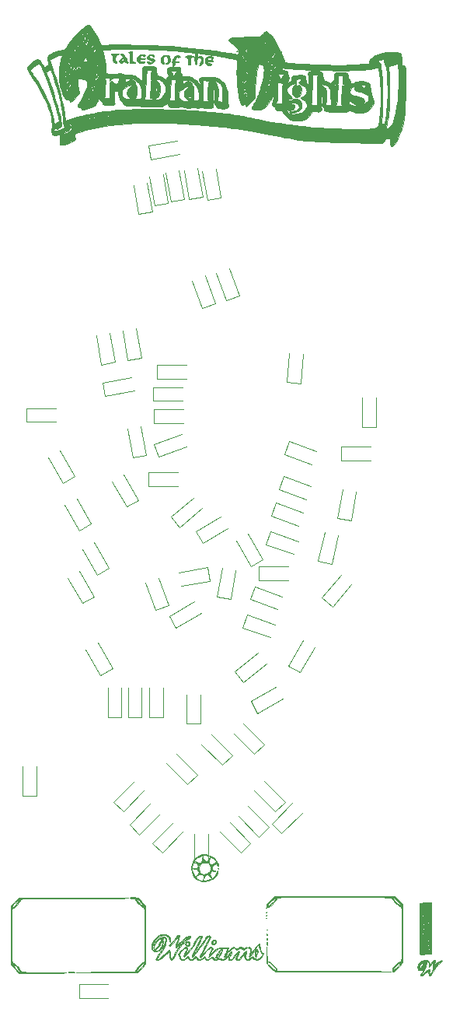
<source format=gbr>
%TF.GenerationSoftware,KiCad,Pcbnew,5.1.9*%
%TF.CreationDate,2020-12-30T12:44:33+01:00*%
%TF.ProjectId,afterglow_replay,61667465-7267-46c6-9f77-5f7265706c61,rev?*%
%TF.SameCoordinates,Original*%
%TF.FileFunction,Legend,Top*%
%TF.FilePolarity,Positive*%
%FSLAX46Y46*%
G04 Gerber Fmt 4.6, Leading zero omitted, Abs format (unit mm)*
G04 Created by KiCad (PCBNEW 5.1.9) date 2020-12-30 12:44:33*
%MOMM*%
%LPD*%
G01*
G04 APERTURE LIST*
%ADD10C,0.010000*%
%ADD11C,0.120000*%
G04 APERTURE END LIST*
D10*
%TO.C,PLAYFIELD*%
G36*
X133120588Y-137550882D02*
G01*
X133083235Y-137588235D01*
X133045882Y-137550882D01*
X133083235Y-137513529D01*
X133120588Y-137550882D01*
G37*
X133120588Y-137550882D02*
X133083235Y-137588235D01*
X133045882Y-137550882D01*
X133083235Y-137513529D01*
X133120588Y-137550882D01*
G36*
X131477059Y-138746176D02*
G01*
X131439706Y-138783529D01*
X131402353Y-138746176D01*
X131439706Y-138708823D01*
X131477059Y-138746176D01*
G37*
X131477059Y-138746176D02*
X131439706Y-138783529D01*
X131402353Y-138746176D01*
X131439706Y-138708823D01*
X131477059Y-138746176D01*
G36*
X132186157Y-136118695D02*
G01*
X132550096Y-136336370D01*
X132840703Y-136665060D01*
X132846965Y-136674978D01*
X132977206Y-136910774D01*
X133058875Y-137113605D01*
X133081103Y-137250189D01*
X133047602Y-137289411D01*
X132983513Y-137227355D01*
X132949687Y-137140599D01*
X132911637Y-137047184D01*
X132836653Y-137032545D01*
X132677397Y-137089432D01*
X132660827Y-137096342D01*
X132475824Y-137207019D01*
X132397200Y-137362072D01*
X132388124Y-137423187D01*
X132393227Y-137583025D01*
X132477591Y-137677418D01*
X132612242Y-137736476D01*
X132750131Y-137803274D01*
X132781787Y-137854527D01*
X132769877Y-137862111D01*
X132637847Y-137857645D01*
X132532121Y-137817266D01*
X132414530Y-137782974D01*
X132312752Y-137847113D01*
X132235453Y-137945846D01*
X132140392Y-138093048D01*
X132132622Y-138191969D01*
X132210910Y-138314690D01*
X132228753Y-138337984D01*
X132346622Y-138515354D01*
X132364743Y-138593198D01*
X132294543Y-138559836D01*
X132155285Y-138413093D01*
X132013266Y-138256283D01*
X131909252Y-138199795D01*
X131794069Y-138222611D01*
X131752161Y-138240784D01*
X131598976Y-138364359D01*
X131530334Y-138499161D01*
X131507084Y-138587827D01*
X131493237Y-138538717D01*
X131487233Y-138438014D01*
X131456800Y-138268610D01*
X131353485Y-138186550D01*
X131239874Y-138157121D01*
X131025739Y-138151241D01*
X130849409Y-138254176D01*
X130828991Y-138272864D01*
X130711491Y-138368116D01*
X130655961Y-138383345D01*
X130655294Y-138378967D01*
X130707447Y-138295352D01*
X130821877Y-138187000D01*
X130934660Y-138065648D01*
X130941331Y-137929523D01*
X130913795Y-137838848D01*
X130832149Y-137689629D01*
X130689591Y-137612070D01*
X130618832Y-137598155D01*
X130942756Y-137598155D01*
X131028615Y-137879272D01*
X131066834Y-137940032D01*
X131259115Y-138096471D01*
X131516181Y-138152615D01*
X131793715Y-138110245D01*
X132047397Y-137971149D01*
X132124614Y-137897446D01*
X132255764Y-137656459D01*
X132265443Y-137395360D01*
X132170677Y-137150098D01*
X131988491Y-136956621D01*
X131735911Y-136850878D01*
X131624357Y-136841176D01*
X131335437Y-136905849D01*
X131113785Y-137076719D01*
X130977019Y-137319063D01*
X130942756Y-137598155D01*
X130618832Y-137598155D01*
X130541771Y-137583001D01*
X130244412Y-137540414D01*
X130543235Y-137508295D01*
X130738918Y-137474149D01*
X130831212Y-137404911D01*
X130866139Y-137265662D01*
X130866436Y-137263085D01*
X130839075Y-137054465D01*
X130735700Y-136941349D01*
X130617408Y-136831555D01*
X130580588Y-136756812D01*
X130630030Y-136744985D01*
X130751182Y-136815576D01*
X130772443Y-136831833D01*
X130934793Y-136930913D01*
X131076907Y-136927538D01*
X131142179Y-136901698D01*
X131269210Y-136803836D01*
X131332397Y-136630227D01*
X131346982Y-136513413D01*
X131373904Y-136206176D01*
X131433355Y-136441647D01*
X131510844Y-136619714D01*
X131654520Y-136698519D01*
X131713778Y-136709549D01*
X131864863Y-136712780D01*
X131876226Y-136705244D01*
X132086189Y-136705244D01*
X132097315Y-136934516D01*
X132164353Y-137050353D01*
X132232210Y-137114422D01*
X132295613Y-137130718D01*
X132405794Y-137096847D01*
X132562694Y-137031753D01*
X132759566Y-136906320D01*
X132809411Y-136755788D01*
X132712187Y-136579904D01*
X132467851Y-136378411D01*
X132454608Y-136369543D01*
X132320944Y-136294772D01*
X132243022Y-136325122D01*
X132174461Y-136441858D01*
X132086189Y-136705244D01*
X131876226Y-136705244D01*
X131968432Y-136644093D01*
X132073447Y-136470087D01*
X132078077Y-136461040D01*
X132221402Y-136180098D01*
X131991752Y-136129659D01*
X131635551Y-136107865D01*
X131241908Y-136170343D01*
X130885830Y-136302983D01*
X130797705Y-136354244D01*
X130513834Y-136622819D01*
X130321409Y-136977981D01*
X130232265Y-137379882D01*
X130258236Y-137788675D01*
X130315688Y-137977212D01*
X130537136Y-138387062D01*
X130829177Y-138667414D01*
X131201907Y-138825389D01*
X131579922Y-138868670D01*
X132032876Y-138805634D01*
X132421313Y-138612431D01*
X132729500Y-138300117D01*
X132926775Y-137922187D01*
X132995517Y-137757488D01*
X133031938Y-137732168D01*
X133040619Y-137791376D01*
X132987572Y-138055276D01*
X132835038Y-138339477D01*
X132615515Y-138594258D01*
X132421062Y-138739233D01*
X132029892Y-138898984D01*
X131607479Y-138968377D01*
X131327647Y-138954608D01*
X130915362Y-138820386D01*
X130582656Y-138580678D01*
X130336939Y-138260827D01*
X130185623Y-137886175D01*
X130136120Y-137482064D01*
X130195842Y-137073836D01*
X130372200Y-136686834D01*
X130587479Y-136423789D01*
X130949548Y-136164583D01*
X131356364Y-136029520D01*
X131778406Y-136015318D01*
X132186157Y-136118695D01*
G37*
X132186157Y-136118695D02*
X132550096Y-136336370D01*
X132840703Y-136665060D01*
X132846965Y-136674978D01*
X132977206Y-136910774D01*
X133058875Y-137113605D01*
X133081103Y-137250189D01*
X133047602Y-137289411D01*
X132983513Y-137227355D01*
X132949687Y-137140599D01*
X132911637Y-137047184D01*
X132836653Y-137032545D01*
X132677397Y-137089432D01*
X132660827Y-137096342D01*
X132475824Y-137207019D01*
X132397200Y-137362072D01*
X132388124Y-137423187D01*
X132393227Y-137583025D01*
X132477591Y-137677418D01*
X132612242Y-137736476D01*
X132750131Y-137803274D01*
X132781787Y-137854527D01*
X132769877Y-137862111D01*
X132637847Y-137857645D01*
X132532121Y-137817266D01*
X132414530Y-137782974D01*
X132312752Y-137847113D01*
X132235453Y-137945846D01*
X132140392Y-138093048D01*
X132132622Y-138191969D01*
X132210910Y-138314690D01*
X132228753Y-138337984D01*
X132346622Y-138515354D01*
X132364743Y-138593198D01*
X132294543Y-138559836D01*
X132155285Y-138413093D01*
X132013266Y-138256283D01*
X131909252Y-138199795D01*
X131794069Y-138222611D01*
X131752161Y-138240784D01*
X131598976Y-138364359D01*
X131530334Y-138499161D01*
X131507084Y-138587827D01*
X131493237Y-138538717D01*
X131487233Y-138438014D01*
X131456800Y-138268610D01*
X131353485Y-138186550D01*
X131239874Y-138157121D01*
X131025739Y-138151241D01*
X130849409Y-138254176D01*
X130828991Y-138272864D01*
X130711491Y-138368116D01*
X130655961Y-138383345D01*
X130655294Y-138378967D01*
X130707447Y-138295352D01*
X130821877Y-138187000D01*
X130934660Y-138065648D01*
X130941331Y-137929523D01*
X130913795Y-137838848D01*
X130832149Y-137689629D01*
X130689591Y-137612070D01*
X130618832Y-137598155D01*
X130942756Y-137598155D01*
X131028615Y-137879272D01*
X131066834Y-137940032D01*
X131259115Y-138096471D01*
X131516181Y-138152615D01*
X131793715Y-138110245D01*
X132047397Y-137971149D01*
X132124614Y-137897446D01*
X132255764Y-137656459D01*
X132265443Y-137395360D01*
X132170677Y-137150098D01*
X131988491Y-136956621D01*
X131735911Y-136850878D01*
X131624357Y-136841176D01*
X131335437Y-136905849D01*
X131113785Y-137076719D01*
X130977019Y-137319063D01*
X130942756Y-137598155D01*
X130618832Y-137598155D01*
X130541771Y-137583001D01*
X130244412Y-137540414D01*
X130543235Y-137508295D01*
X130738918Y-137474149D01*
X130831212Y-137404911D01*
X130866139Y-137265662D01*
X130866436Y-137263085D01*
X130839075Y-137054465D01*
X130735700Y-136941349D01*
X130617408Y-136831555D01*
X130580588Y-136756812D01*
X130630030Y-136744985D01*
X130751182Y-136815576D01*
X130772443Y-136831833D01*
X130934793Y-136930913D01*
X131076907Y-136927538D01*
X131142179Y-136901698D01*
X131269210Y-136803836D01*
X131332397Y-136630227D01*
X131346982Y-136513413D01*
X131373904Y-136206176D01*
X131433355Y-136441647D01*
X131510844Y-136619714D01*
X131654520Y-136698519D01*
X131713778Y-136709549D01*
X131864863Y-136712780D01*
X131876226Y-136705244D01*
X132086189Y-136705244D01*
X132097315Y-136934516D01*
X132164353Y-137050353D01*
X132232210Y-137114422D01*
X132295613Y-137130718D01*
X132405794Y-137096847D01*
X132562694Y-137031753D01*
X132759566Y-136906320D01*
X132809411Y-136755788D01*
X132712187Y-136579904D01*
X132467851Y-136378411D01*
X132454608Y-136369543D01*
X132320944Y-136294772D01*
X132243022Y-136325122D01*
X132174461Y-136441858D01*
X132086189Y-136705244D01*
X131876226Y-136705244D01*
X131968432Y-136644093D01*
X132073447Y-136470087D01*
X132078077Y-136461040D01*
X132221402Y-136180098D01*
X131991752Y-136129659D01*
X131635551Y-136107865D01*
X131241908Y-136170343D01*
X130885830Y-136302983D01*
X130797705Y-136354244D01*
X130513834Y-136622819D01*
X130321409Y-136977981D01*
X130232265Y-137379882D01*
X130258236Y-137788675D01*
X130315688Y-137977212D01*
X130537136Y-138387062D01*
X130829177Y-138667414D01*
X131201907Y-138825389D01*
X131579922Y-138868670D01*
X132032876Y-138805634D01*
X132421313Y-138612431D01*
X132729500Y-138300117D01*
X132926775Y-137922187D01*
X132995517Y-137757488D01*
X133031938Y-137732168D01*
X133040619Y-137791376D01*
X132987572Y-138055276D01*
X132835038Y-138339477D01*
X132615515Y-138594258D01*
X132421062Y-138739233D01*
X132029892Y-138898984D01*
X131607479Y-138968377D01*
X131327647Y-138954608D01*
X130915362Y-138820386D01*
X130582656Y-138580678D01*
X130336939Y-138260827D01*
X130185623Y-137886175D01*
X130136120Y-137482064D01*
X130195842Y-137073836D01*
X130372200Y-136686834D01*
X130587479Y-136423789D01*
X130949548Y-136164583D01*
X131356364Y-136029520D01*
X131778406Y-136015318D01*
X132186157Y-136118695D01*
G36*
X138350000Y-141809117D02*
G01*
X138312647Y-141846470D01*
X138275294Y-141809117D01*
X138312647Y-141771764D01*
X138350000Y-141809117D01*
G37*
X138350000Y-141809117D02*
X138312647Y-141846470D01*
X138275294Y-141809117D01*
X138312647Y-141771764D01*
X138350000Y-141809117D01*
G36*
X138350000Y-142332058D02*
G01*
X138312647Y-142369411D01*
X138275294Y-142332058D01*
X138312647Y-142294705D01*
X138350000Y-142332058D01*
G37*
X138350000Y-142332058D02*
X138312647Y-142369411D01*
X138275294Y-142332058D01*
X138312647Y-142294705D01*
X138350000Y-142332058D01*
G36*
X138325098Y-142618431D02*
G01*
X138334039Y-142707089D01*
X138325098Y-142718039D01*
X138280686Y-142707784D01*
X138275294Y-142668235D01*
X138302628Y-142606743D01*
X138325098Y-142618431D01*
G37*
X138325098Y-142618431D02*
X138334039Y-142707089D01*
X138325098Y-142718039D01*
X138280686Y-142707784D01*
X138275294Y-142668235D01*
X138302628Y-142606743D01*
X138325098Y-142618431D01*
G36*
X138350000Y-142929705D02*
G01*
X138312647Y-142967058D01*
X138275294Y-142929705D01*
X138312647Y-142892353D01*
X138350000Y-142929705D01*
G37*
X138350000Y-142929705D02*
X138312647Y-142967058D01*
X138275294Y-142929705D01*
X138312647Y-142892353D01*
X138350000Y-142929705D01*
G36*
X138424706Y-144199705D02*
G01*
X138387353Y-144237058D01*
X138350000Y-144199705D01*
X138387353Y-144162353D01*
X138424706Y-144199705D01*
G37*
X138424706Y-144199705D02*
X138387353Y-144237058D01*
X138350000Y-144199705D01*
X138387353Y-144162353D01*
X138424706Y-144199705D01*
G36*
X138401033Y-144671286D02*
G01*
X138409939Y-144788043D01*
X138395135Y-144814473D01*
X138361180Y-144792192D01*
X138355898Y-144716421D01*
X138374143Y-144636707D01*
X138401033Y-144671286D01*
G37*
X138401033Y-144671286D02*
X138409939Y-144788043D01*
X138395135Y-144814473D01*
X138361180Y-144792192D01*
X138355898Y-144716421D01*
X138374143Y-144636707D01*
X138401033Y-144671286D01*
G36*
X138399476Y-145114853D02*
G01*
X138409343Y-145267801D01*
X138399476Y-145301617D01*
X138372209Y-145311002D01*
X138361796Y-145208235D01*
X138373536Y-145102180D01*
X138399476Y-145114853D01*
G37*
X138399476Y-145114853D02*
X138409343Y-145267801D01*
X138399476Y-145301617D01*
X138372209Y-145311002D01*
X138361796Y-145208235D01*
X138373536Y-145102180D01*
X138399476Y-145114853D01*
G36*
X138399804Y-145531960D02*
G01*
X138408745Y-145620619D01*
X138399804Y-145631568D01*
X138355391Y-145621313D01*
X138350000Y-145581764D01*
X138377334Y-145520273D01*
X138399804Y-145531960D01*
G37*
X138399804Y-145531960D02*
X138408745Y-145620619D01*
X138399804Y-145631568D01*
X138355391Y-145621313D01*
X138350000Y-145581764D01*
X138377334Y-145520273D01*
X138399804Y-145531960D01*
G36*
X132772644Y-145301757D02*
G01*
X132813764Y-145388042D01*
X132807822Y-145525735D01*
X132768268Y-145700636D01*
X132668878Y-145776068D01*
X132585383Y-145791549D01*
X132419026Y-145774689D01*
X132336417Y-145657229D01*
X132337659Y-145570497D01*
X132460845Y-145570497D01*
X132467464Y-145698896D01*
X132557296Y-145721052D01*
X132572904Y-145718382D01*
X132690075Y-145631545D01*
X132734449Y-145518326D01*
X132727831Y-145389927D01*
X132637998Y-145367771D01*
X132622390Y-145370440D01*
X132505220Y-145457277D01*
X132460845Y-145570497D01*
X132337659Y-145570497D01*
X132339174Y-145464796D01*
X132460801Y-145328655D01*
X132648881Y-145282941D01*
X132772644Y-145301757D01*
G37*
X132772644Y-145301757D02*
X132813764Y-145388042D01*
X132807822Y-145525735D01*
X132768268Y-145700636D01*
X132668878Y-145776068D01*
X132585383Y-145791549D01*
X132419026Y-145774689D01*
X132336417Y-145657229D01*
X132337659Y-145570497D01*
X132460845Y-145570497D01*
X132467464Y-145698896D01*
X132557296Y-145721052D01*
X132572904Y-145718382D01*
X132690075Y-145631545D01*
X132734449Y-145518326D01*
X132727831Y-145389927D01*
X132637998Y-145367771D01*
X132622390Y-145370440D01*
X132505220Y-145457277D01*
X132460845Y-145570497D01*
X132337659Y-145570497D01*
X132339174Y-145464796D01*
X132460801Y-145328655D01*
X132648881Y-145282941D01*
X132772644Y-145301757D01*
G36*
X138399804Y-145756078D02*
G01*
X138408745Y-145844736D01*
X138399804Y-145855686D01*
X138355391Y-145845431D01*
X138350000Y-145805882D01*
X138377334Y-145744391D01*
X138399804Y-145756078D01*
G37*
X138399804Y-145756078D02*
X138408745Y-145844736D01*
X138399804Y-145855686D01*
X138355391Y-145845431D01*
X138350000Y-145805882D01*
X138377334Y-145744391D01*
X138399804Y-145756078D01*
G36*
X129919881Y-145491068D02*
G01*
X129997730Y-145635403D01*
X129968123Y-145817644D01*
X129937799Y-145869038D01*
X129785364Y-146009249D01*
X129631537Y-146001238D01*
X129532870Y-145915728D01*
X129484227Y-145758506D01*
X129512673Y-145659743D01*
X129570036Y-145659743D01*
X129571059Y-145774816D01*
X129612892Y-145847429D01*
X129729280Y-145901454D01*
X129845278Y-145845676D01*
X129906992Y-145709793D01*
X129908235Y-145684676D01*
X129850231Y-145605524D01*
X129724006Y-145584108D01*
X129601240Y-145625713D01*
X129570036Y-145659743D01*
X129512673Y-145659743D01*
X129533867Y-145586161D01*
X129653572Y-145460208D01*
X129754594Y-145432353D01*
X129919881Y-145491068D01*
G37*
X129919881Y-145491068D02*
X129997730Y-145635403D01*
X129968123Y-145817644D01*
X129937799Y-145869038D01*
X129785364Y-146009249D01*
X129631537Y-146001238D01*
X129532870Y-145915728D01*
X129484227Y-145758506D01*
X129512673Y-145659743D01*
X129570036Y-145659743D01*
X129571059Y-145774816D01*
X129612892Y-145847429D01*
X129729280Y-145901454D01*
X129845278Y-145845676D01*
X129906992Y-145709793D01*
X129908235Y-145684676D01*
X129850231Y-145605524D01*
X129724006Y-145584108D01*
X129601240Y-145625713D01*
X129570036Y-145659743D01*
X129512673Y-145659743D01*
X129533867Y-145586161D01*
X129653572Y-145460208D01*
X129754594Y-145432353D01*
X129919881Y-145491068D01*
G36*
X135574119Y-146091697D02*
G01*
X135697215Y-146147985D01*
X135888504Y-146214000D01*
X135987107Y-146181598D01*
X136127151Y-146111889D01*
X136179794Y-146105964D01*
X136198076Y-146140197D01*
X136107365Y-146224960D01*
X136044228Y-146268136D01*
X135879239Y-146365471D01*
X135790548Y-146381383D01*
X135732656Y-146320982D01*
X135723016Y-146304230D01*
X135588906Y-146193879D01*
X135393408Y-146209210D01*
X135219395Y-146302417D01*
X135089234Y-146381998D01*
X135019743Y-146369349D01*
X134974943Y-146302417D01*
X134842574Y-146188700D01*
X134660900Y-146198335D01*
X134455177Y-146325196D01*
X134327016Y-146459558D01*
X134195531Y-146612058D01*
X134137262Y-146650107D01*
X134139368Y-146581392D01*
X134142077Y-146570244D01*
X134247033Y-146391424D01*
X134435980Y-146225458D01*
X134647589Y-146119932D01*
X134742032Y-146104705D01*
X134909926Y-146149994D01*
X134974027Y-146195085D01*
X135071066Y-146242095D01*
X135212514Y-146196113D01*
X135274311Y-146161472D01*
X135439076Y-146082681D01*
X135574119Y-146091697D01*
G37*
X135574119Y-146091697D02*
X135697215Y-146147985D01*
X135888504Y-146214000D01*
X135987107Y-146181598D01*
X136127151Y-146111889D01*
X136179794Y-146105964D01*
X136198076Y-146140197D01*
X136107365Y-146224960D01*
X136044228Y-146268136D01*
X135879239Y-146365471D01*
X135790548Y-146381383D01*
X135732656Y-146320982D01*
X135723016Y-146304230D01*
X135588906Y-146193879D01*
X135393408Y-146209210D01*
X135219395Y-146302417D01*
X135089234Y-146381998D01*
X135019743Y-146369349D01*
X134974943Y-146302417D01*
X134842574Y-146188700D01*
X134660900Y-146198335D01*
X134455177Y-146325196D01*
X134327016Y-146459558D01*
X134195531Y-146612058D01*
X134137262Y-146650107D01*
X134139368Y-146581392D01*
X134142077Y-146570244D01*
X134247033Y-146391424D01*
X134435980Y-146225458D01*
X134647589Y-146119932D01*
X134742032Y-146104705D01*
X134909926Y-146149994D01*
X134974027Y-146195085D01*
X135071066Y-146242095D01*
X135212514Y-146196113D01*
X135274311Y-146161472D01*
X135439076Y-146082681D01*
X135574119Y-146091697D01*
G36*
X156279412Y-141269999D02*
G01*
X156282399Y-141688970D01*
X156283637Y-141867815D01*
X156285713Y-142173859D01*
X156288479Y-142584889D01*
X156291785Y-143078696D01*
X156295483Y-143633068D01*
X156299424Y-144225795D01*
X156301076Y-144474902D01*
X156316765Y-146841864D01*
X155693877Y-146865490D01*
X155405217Y-146872832D01*
X155179518Y-146871784D01*
X155053668Y-146862772D01*
X155040201Y-146857990D01*
X155033200Y-146778777D01*
X155032013Y-146739705D01*
X156130000Y-146739705D01*
X156167353Y-146777058D01*
X156204706Y-146739705D01*
X156167353Y-146702353D01*
X156130000Y-146739705D01*
X155032013Y-146739705D01*
X155027281Y-146584068D01*
X155164721Y-146584068D01*
X155178457Y-146680963D01*
X155203958Y-146682120D01*
X155216781Y-146610226D01*
X155339548Y-146610226D01*
X155349532Y-146634027D01*
X155440227Y-146671040D01*
X155464028Y-146661056D01*
X155501041Y-146570361D01*
X155491057Y-146546560D01*
X155400362Y-146509547D01*
X155376561Y-146519531D01*
X155339548Y-146610226D01*
X155216781Y-146610226D01*
X155221792Y-146582134D01*
X155209856Y-146538933D01*
X155176684Y-146510636D01*
X155164721Y-146584068D01*
X155027281Y-146584068D01*
X155026758Y-146566893D01*
X155023629Y-146386841D01*
X155835875Y-146386841D01*
X155903162Y-146402132D01*
X155920150Y-146402385D01*
X156055227Y-146364317D01*
X156092647Y-146328823D01*
X156098675Y-146262830D01*
X156009595Y-146273798D01*
X155905882Y-146328823D01*
X155835875Y-146386841D01*
X155023629Y-146386841D01*
X155021060Y-146239077D01*
X155020811Y-146216764D01*
X155532353Y-146216764D01*
X155569706Y-146254117D01*
X155607059Y-146216764D01*
X155569706Y-146179411D01*
X155532353Y-146216764D01*
X155020811Y-146216764D01*
X155019560Y-146104705D01*
X155158824Y-146104705D01*
X155186157Y-146166197D01*
X155208628Y-146154509D01*
X155213650Y-146104705D01*
X155308235Y-146104705D01*
X155365085Y-146177240D01*
X155382941Y-146179411D01*
X155455476Y-146122562D01*
X155457647Y-146104705D01*
X155400798Y-146032170D01*
X155382941Y-146030000D01*
X155310406Y-146086849D01*
X155308235Y-146104705D01*
X155213650Y-146104705D01*
X155217568Y-146065851D01*
X155208628Y-146054902D01*
X155164215Y-146065156D01*
X155158824Y-146104705D01*
X155019560Y-146104705D01*
X155018309Y-145992647D01*
X155756471Y-145992647D01*
X155793824Y-146030000D01*
X155831177Y-145992647D01*
X155793824Y-145955294D01*
X155756471Y-145992647D01*
X155018309Y-145992647D01*
X155016715Y-145849995D01*
X155867275Y-145849995D01*
X155873367Y-145888416D01*
X155980757Y-145953144D01*
X156078165Y-145907521D01*
X156100858Y-145820860D01*
X156024745Y-145769776D01*
X155941272Y-145779620D01*
X155867275Y-145849995D01*
X155016715Y-145849995D01*
X155016291Y-145812069D01*
X155015019Y-145634695D01*
X155114509Y-145634695D01*
X155124661Y-145661632D01*
X155196779Y-145727874D01*
X155212705Y-145693823D01*
X155756471Y-145693823D01*
X155793824Y-145731176D01*
X155831177Y-145693823D01*
X155793824Y-145656470D01*
X155756471Y-145693823D01*
X155212705Y-145693823D01*
X155232068Y-145652426D01*
X155232603Y-145638609D01*
X155340637Y-145638609D01*
X155414069Y-145650572D01*
X155510963Y-145636837D01*
X155512120Y-145611335D01*
X155412135Y-145593502D01*
X155368934Y-145605438D01*
X155340637Y-145638609D01*
X155232603Y-145638609D01*
X155233530Y-145614708D01*
X155199949Y-145544411D01*
X155980588Y-145544411D01*
X156017941Y-145581764D01*
X156055294Y-145544411D01*
X156017941Y-145507058D01*
X155980588Y-145544411D01*
X155199949Y-145544411D01*
X155196774Y-145537765D01*
X155157605Y-145545164D01*
X155114509Y-145634695D01*
X155015019Y-145634695D01*
X155013836Y-145469705D01*
X155607059Y-145469705D01*
X155644412Y-145507058D01*
X155681765Y-145469705D01*
X155756471Y-145469705D01*
X155793824Y-145507058D01*
X155831177Y-145469705D01*
X155793824Y-145432353D01*
X155756471Y-145469705D01*
X155681765Y-145469705D01*
X155644412Y-145432353D01*
X155607059Y-145469705D01*
X155013836Y-145469705D01*
X155013032Y-145357647D01*
X155868530Y-145357647D01*
X155960603Y-145429440D01*
X155980588Y-145432353D01*
X156077335Y-145378266D01*
X156092647Y-145357647D01*
X156069184Y-145299386D01*
X155980588Y-145282941D01*
X155874544Y-145311019D01*
X155868530Y-145357647D01*
X155013032Y-145357647D01*
X155012636Y-145302609D01*
X155012403Y-145245588D01*
X155681765Y-145245588D01*
X155719118Y-145282941D01*
X155756471Y-145245588D01*
X155719118Y-145208235D01*
X155681765Y-145245588D01*
X155012403Y-145245588D01*
X155011774Y-145091767D01*
X155084118Y-145091767D01*
X155123122Y-145193981D01*
X155158824Y-145208235D01*
X155231391Y-145154616D01*
X155233530Y-145137938D01*
X155221578Y-145115668D01*
X155340637Y-145115668D01*
X155414069Y-145127631D01*
X155510963Y-145113896D01*
X155512120Y-145088394D01*
X155412135Y-145070561D01*
X155368934Y-145082496D01*
X155340637Y-145115668D01*
X155221578Y-145115668D01*
X155179226Y-145036761D01*
X155158824Y-145021470D01*
X155094868Y-145038406D01*
X155084118Y-145091767D01*
X155011774Y-145091767D01*
X155010854Y-144867031D01*
X155839094Y-144867031D01*
X155882571Y-144902429D01*
X155984997Y-144909411D01*
X156089155Y-144881830D01*
X156094664Y-144837968D01*
X155997479Y-144797270D01*
X155940843Y-144808608D01*
X155839094Y-144867031D01*
X155010854Y-144867031D01*
X155010282Y-144727437D01*
X155010120Y-144610588D01*
X155084118Y-144610588D01*
X155140967Y-144683123D01*
X155158824Y-144685294D01*
X155231359Y-144628444D01*
X155233530Y-144610588D01*
X155308235Y-144610588D01*
X155369043Y-144676151D01*
X155424703Y-144685294D01*
X155502028Y-144649077D01*
X155495000Y-144610588D01*
X155399492Y-144538732D01*
X155378532Y-144535882D01*
X155310247Y-144592863D01*
X155308235Y-144610588D01*
X155233530Y-144610588D01*
X155176680Y-144538053D01*
X155158824Y-144535882D01*
X155086289Y-144592731D01*
X155084118Y-144610588D01*
X155010120Y-144610588D01*
X155009722Y-144324624D01*
X155854590Y-144324624D01*
X155878521Y-144367814D01*
X155905882Y-144386470D01*
X156012367Y-144449991D01*
X156060795Y-144435513D01*
X156092647Y-144386470D01*
X156067830Y-144329966D01*
X155966321Y-144312908D01*
X155854590Y-144324624D01*
X155009722Y-144324624D01*
X155009438Y-144120591D01*
X155084118Y-144120591D01*
X155108738Y-144228528D01*
X155173425Y-144196172D01*
X155192986Y-144167515D01*
X155184868Y-144084363D01*
X155318884Y-144084363D01*
X155343270Y-144158601D01*
X155436502Y-144204271D01*
X155469318Y-144192492D01*
X155500761Y-144113290D01*
X155465402Y-144065519D01*
X155364965Y-144022729D01*
X155318884Y-144084363D01*
X155184868Y-144084363D01*
X155183618Y-144071568D01*
X155160042Y-144051047D01*
X155095075Y-144067278D01*
X155084118Y-144120591D01*
X155009438Y-144120591D01*
X155009413Y-144103293D01*
X155009412Y-144078581D01*
X155009412Y-143918023D01*
X155772507Y-143918023D01*
X155846705Y-143936260D01*
X155887206Y-143937091D01*
X156018369Y-143909863D01*
X156055294Y-143863529D01*
X156008265Y-143794015D01*
X155872201Y-143838511D01*
X155831177Y-143863529D01*
X155772507Y-143918023D01*
X155009412Y-143918023D01*
X155009412Y-143639411D01*
X155084118Y-143639411D01*
X155099183Y-143758153D01*
X155155514Y-143746219D01*
X155173765Y-143729058D01*
X155218898Y-143639411D01*
X155308235Y-143639411D01*
X155368425Y-143706417D01*
X155415885Y-143714117D01*
X155543076Y-143668588D01*
X155569706Y-143639411D01*
X155546832Y-143580611D01*
X155462056Y-143564705D01*
X155338288Y-143595185D01*
X155308235Y-143639411D01*
X155218898Y-143639411D01*
X155224946Y-143627399D01*
X155173765Y-143549764D01*
X155106861Y-143512991D01*
X155084663Y-143603455D01*
X155084118Y-143639411D01*
X155009412Y-143639411D01*
X155009412Y-143376805D01*
X155861502Y-143376805D01*
X155868530Y-143415294D01*
X155964038Y-143487150D01*
X155984997Y-143490000D01*
X156053282Y-143433018D01*
X156055294Y-143415294D01*
X155994486Y-143349731D01*
X155938826Y-143340588D01*
X155861502Y-143376805D01*
X155009412Y-143376805D01*
X155009412Y-143149414D01*
X155084118Y-143149414D01*
X155108738Y-143257352D01*
X155166359Y-143228529D01*
X155756471Y-143228529D01*
X155793824Y-143265882D01*
X155831177Y-143228529D01*
X155793824Y-143191176D01*
X155756471Y-143228529D01*
X155166359Y-143228529D01*
X155173425Y-143224995D01*
X155192986Y-143196338D01*
X155190739Y-143173315D01*
X155340637Y-143173315D01*
X155414069Y-143185278D01*
X155510963Y-143171543D01*
X155512120Y-143146041D01*
X155412135Y-143128208D01*
X155368934Y-143140143D01*
X155340637Y-143173315D01*
X155190739Y-143173315D01*
X155183618Y-143100391D01*
X155160042Y-143079870D01*
X155095075Y-143096101D01*
X155084118Y-143149414D01*
X155009412Y-143149414D01*
X155009412Y-142892353D01*
X155905882Y-142892353D01*
X155962732Y-142964888D01*
X155980588Y-142967058D01*
X156053123Y-142910209D01*
X156055294Y-142892353D01*
X155998445Y-142819817D01*
X155980588Y-142817647D01*
X155908053Y-142874496D01*
X155905882Y-142892353D01*
X155009412Y-142892353D01*
X155009412Y-142780294D01*
X155607059Y-142780294D01*
X155644412Y-142817647D01*
X155681765Y-142780294D01*
X155644412Y-142742941D01*
X155607059Y-142780294D01*
X155009412Y-142780294D01*
X155009412Y-142626473D01*
X155084118Y-142626473D01*
X155108738Y-142734410D01*
X155173425Y-142702054D01*
X155192986Y-142673397D01*
X155192482Y-142668235D01*
X155308235Y-142668235D01*
X155365085Y-142740770D01*
X155382941Y-142742941D01*
X155455476Y-142686091D01*
X155457647Y-142668235D01*
X155400798Y-142595700D01*
X155382941Y-142593529D01*
X155310406Y-142650378D01*
X155308235Y-142668235D01*
X155192482Y-142668235D01*
X155183618Y-142577450D01*
X155160042Y-142556929D01*
X155095075Y-142573160D01*
X155084118Y-142626473D01*
X155009412Y-142626473D01*
X155009412Y-142481470D01*
X155607059Y-142481470D01*
X155644412Y-142518823D01*
X155681765Y-142481470D01*
X155644412Y-142444117D01*
X155607059Y-142481470D01*
X155009412Y-142481470D01*
X155009412Y-142330922D01*
X155861502Y-142330922D01*
X155868530Y-142369411D01*
X155964038Y-142441268D01*
X155984997Y-142444117D01*
X156053282Y-142387136D01*
X156055294Y-142369411D01*
X155994486Y-142303848D01*
X155938826Y-142294705D01*
X155861502Y-142330922D01*
X155009412Y-142330922D01*
X155009412Y-142145294D01*
X155084118Y-142145294D01*
X155111451Y-142206785D01*
X155133922Y-142195098D01*
X155138944Y-142145294D01*
X155308235Y-142145294D01*
X155369043Y-142210857D01*
X155424703Y-142220000D01*
X155502028Y-142183783D01*
X155495000Y-142145294D01*
X155399492Y-142073437D01*
X155378532Y-142070588D01*
X155310247Y-142127569D01*
X155308235Y-142145294D01*
X155138944Y-142145294D01*
X155142862Y-142106439D01*
X155133922Y-142095490D01*
X155089509Y-142105745D01*
X155084118Y-142145294D01*
X155009412Y-142145294D01*
X155009412Y-141859952D01*
X155838050Y-141859952D01*
X155891572Y-141911817D01*
X155905882Y-141921176D01*
X156018296Y-141986408D01*
X156052946Y-141967008D01*
X156055294Y-141921176D01*
X155993697Y-141858387D01*
X155924559Y-141847614D01*
X155838050Y-141859952D01*
X155009412Y-141859952D01*
X155009412Y-141653480D01*
X155090016Y-141653480D01*
X155103751Y-141750375D01*
X155129253Y-141751531D01*
X155138968Y-141697058D01*
X155308235Y-141697058D01*
X155361854Y-141769626D01*
X155378532Y-141771764D01*
X155479709Y-141717461D01*
X155495000Y-141697058D01*
X155478064Y-141633103D01*
X155424703Y-141622353D01*
X155322489Y-141661356D01*
X155308235Y-141697058D01*
X155138968Y-141697058D01*
X155147086Y-141651546D01*
X155135150Y-141608345D01*
X155107784Y-141585000D01*
X155905882Y-141585000D01*
X155943235Y-141622353D01*
X155980588Y-141585000D01*
X155943235Y-141547647D01*
X155905882Y-141585000D01*
X155107784Y-141585000D01*
X155101979Y-141580048D01*
X155090016Y-141653480D01*
X155009412Y-141653480D01*
X155009412Y-141423137D01*
X155930784Y-141423137D01*
X155941039Y-141467549D01*
X155980588Y-141472941D01*
X156042080Y-141445607D01*
X156030392Y-141423137D01*
X155941734Y-141414196D01*
X155930784Y-141423137D01*
X155009412Y-141423137D01*
X155009412Y-141330299D01*
X155252206Y-141295260D01*
X155474148Y-141275379D01*
X155757250Y-141265278D01*
X155887206Y-141265110D01*
X156279412Y-141269999D01*
G37*
X156279412Y-141269999D02*
X156282399Y-141688970D01*
X156283637Y-141867815D01*
X156285713Y-142173859D01*
X156288479Y-142584889D01*
X156291785Y-143078696D01*
X156295483Y-143633068D01*
X156299424Y-144225795D01*
X156301076Y-144474902D01*
X156316765Y-146841864D01*
X155693877Y-146865490D01*
X155405217Y-146872832D01*
X155179518Y-146871784D01*
X155053668Y-146862772D01*
X155040201Y-146857990D01*
X155033200Y-146778777D01*
X155032013Y-146739705D01*
X156130000Y-146739705D01*
X156167353Y-146777058D01*
X156204706Y-146739705D01*
X156167353Y-146702353D01*
X156130000Y-146739705D01*
X155032013Y-146739705D01*
X155027281Y-146584068D01*
X155164721Y-146584068D01*
X155178457Y-146680963D01*
X155203958Y-146682120D01*
X155216781Y-146610226D01*
X155339548Y-146610226D01*
X155349532Y-146634027D01*
X155440227Y-146671040D01*
X155464028Y-146661056D01*
X155501041Y-146570361D01*
X155491057Y-146546560D01*
X155400362Y-146509547D01*
X155376561Y-146519531D01*
X155339548Y-146610226D01*
X155216781Y-146610226D01*
X155221792Y-146582134D01*
X155209856Y-146538933D01*
X155176684Y-146510636D01*
X155164721Y-146584068D01*
X155027281Y-146584068D01*
X155026758Y-146566893D01*
X155023629Y-146386841D01*
X155835875Y-146386841D01*
X155903162Y-146402132D01*
X155920150Y-146402385D01*
X156055227Y-146364317D01*
X156092647Y-146328823D01*
X156098675Y-146262830D01*
X156009595Y-146273798D01*
X155905882Y-146328823D01*
X155835875Y-146386841D01*
X155023629Y-146386841D01*
X155021060Y-146239077D01*
X155020811Y-146216764D01*
X155532353Y-146216764D01*
X155569706Y-146254117D01*
X155607059Y-146216764D01*
X155569706Y-146179411D01*
X155532353Y-146216764D01*
X155020811Y-146216764D01*
X155019560Y-146104705D01*
X155158824Y-146104705D01*
X155186157Y-146166197D01*
X155208628Y-146154509D01*
X155213650Y-146104705D01*
X155308235Y-146104705D01*
X155365085Y-146177240D01*
X155382941Y-146179411D01*
X155455476Y-146122562D01*
X155457647Y-146104705D01*
X155400798Y-146032170D01*
X155382941Y-146030000D01*
X155310406Y-146086849D01*
X155308235Y-146104705D01*
X155213650Y-146104705D01*
X155217568Y-146065851D01*
X155208628Y-146054902D01*
X155164215Y-146065156D01*
X155158824Y-146104705D01*
X155019560Y-146104705D01*
X155018309Y-145992647D01*
X155756471Y-145992647D01*
X155793824Y-146030000D01*
X155831177Y-145992647D01*
X155793824Y-145955294D01*
X155756471Y-145992647D01*
X155018309Y-145992647D01*
X155016715Y-145849995D01*
X155867275Y-145849995D01*
X155873367Y-145888416D01*
X155980757Y-145953144D01*
X156078165Y-145907521D01*
X156100858Y-145820860D01*
X156024745Y-145769776D01*
X155941272Y-145779620D01*
X155867275Y-145849995D01*
X155016715Y-145849995D01*
X155016291Y-145812069D01*
X155015019Y-145634695D01*
X155114509Y-145634695D01*
X155124661Y-145661632D01*
X155196779Y-145727874D01*
X155212705Y-145693823D01*
X155756471Y-145693823D01*
X155793824Y-145731176D01*
X155831177Y-145693823D01*
X155793824Y-145656470D01*
X155756471Y-145693823D01*
X155212705Y-145693823D01*
X155232068Y-145652426D01*
X155232603Y-145638609D01*
X155340637Y-145638609D01*
X155414069Y-145650572D01*
X155510963Y-145636837D01*
X155512120Y-145611335D01*
X155412135Y-145593502D01*
X155368934Y-145605438D01*
X155340637Y-145638609D01*
X155232603Y-145638609D01*
X155233530Y-145614708D01*
X155199949Y-145544411D01*
X155980588Y-145544411D01*
X156017941Y-145581764D01*
X156055294Y-145544411D01*
X156017941Y-145507058D01*
X155980588Y-145544411D01*
X155199949Y-145544411D01*
X155196774Y-145537765D01*
X155157605Y-145545164D01*
X155114509Y-145634695D01*
X155015019Y-145634695D01*
X155013836Y-145469705D01*
X155607059Y-145469705D01*
X155644412Y-145507058D01*
X155681765Y-145469705D01*
X155756471Y-145469705D01*
X155793824Y-145507058D01*
X155831177Y-145469705D01*
X155793824Y-145432353D01*
X155756471Y-145469705D01*
X155681765Y-145469705D01*
X155644412Y-145432353D01*
X155607059Y-145469705D01*
X155013836Y-145469705D01*
X155013032Y-145357647D01*
X155868530Y-145357647D01*
X155960603Y-145429440D01*
X155980588Y-145432353D01*
X156077335Y-145378266D01*
X156092647Y-145357647D01*
X156069184Y-145299386D01*
X155980588Y-145282941D01*
X155874544Y-145311019D01*
X155868530Y-145357647D01*
X155013032Y-145357647D01*
X155012636Y-145302609D01*
X155012403Y-145245588D01*
X155681765Y-145245588D01*
X155719118Y-145282941D01*
X155756471Y-145245588D01*
X155719118Y-145208235D01*
X155681765Y-145245588D01*
X155012403Y-145245588D01*
X155011774Y-145091767D01*
X155084118Y-145091767D01*
X155123122Y-145193981D01*
X155158824Y-145208235D01*
X155231391Y-145154616D01*
X155233530Y-145137938D01*
X155221578Y-145115668D01*
X155340637Y-145115668D01*
X155414069Y-145127631D01*
X155510963Y-145113896D01*
X155512120Y-145088394D01*
X155412135Y-145070561D01*
X155368934Y-145082496D01*
X155340637Y-145115668D01*
X155221578Y-145115668D01*
X155179226Y-145036761D01*
X155158824Y-145021470D01*
X155094868Y-145038406D01*
X155084118Y-145091767D01*
X155011774Y-145091767D01*
X155010854Y-144867031D01*
X155839094Y-144867031D01*
X155882571Y-144902429D01*
X155984997Y-144909411D01*
X156089155Y-144881830D01*
X156094664Y-144837968D01*
X155997479Y-144797270D01*
X155940843Y-144808608D01*
X155839094Y-144867031D01*
X155010854Y-144867031D01*
X155010282Y-144727437D01*
X155010120Y-144610588D01*
X155084118Y-144610588D01*
X155140967Y-144683123D01*
X155158824Y-144685294D01*
X155231359Y-144628444D01*
X155233530Y-144610588D01*
X155308235Y-144610588D01*
X155369043Y-144676151D01*
X155424703Y-144685294D01*
X155502028Y-144649077D01*
X155495000Y-144610588D01*
X155399492Y-144538732D01*
X155378532Y-144535882D01*
X155310247Y-144592863D01*
X155308235Y-144610588D01*
X155233530Y-144610588D01*
X155176680Y-144538053D01*
X155158824Y-144535882D01*
X155086289Y-144592731D01*
X155084118Y-144610588D01*
X155010120Y-144610588D01*
X155009722Y-144324624D01*
X155854590Y-144324624D01*
X155878521Y-144367814D01*
X155905882Y-144386470D01*
X156012367Y-144449991D01*
X156060795Y-144435513D01*
X156092647Y-144386470D01*
X156067830Y-144329966D01*
X155966321Y-144312908D01*
X155854590Y-144324624D01*
X155009722Y-144324624D01*
X155009438Y-144120591D01*
X155084118Y-144120591D01*
X155108738Y-144228528D01*
X155173425Y-144196172D01*
X155192986Y-144167515D01*
X155184868Y-144084363D01*
X155318884Y-144084363D01*
X155343270Y-144158601D01*
X155436502Y-144204271D01*
X155469318Y-144192492D01*
X155500761Y-144113290D01*
X155465402Y-144065519D01*
X155364965Y-144022729D01*
X155318884Y-144084363D01*
X155184868Y-144084363D01*
X155183618Y-144071568D01*
X155160042Y-144051047D01*
X155095075Y-144067278D01*
X155084118Y-144120591D01*
X155009438Y-144120591D01*
X155009413Y-144103293D01*
X155009412Y-144078581D01*
X155009412Y-143918023D01*
X155772507Y-143918023D01*
X155846705Y-143936260D01*
X155887206Y-143937091D01*
X156018369Y-143909863D01*
X156055294Y-143863529D01*
X156008265Y-143794015D01*
X155872201Y-143838511D01*
X155831177Y-143863529D01*
X155772507Y-143918023D01*
X155009412Y-143918023D01*
X155009412Y-143639411D01*
X155084118Y-143639411D01*
X155099183Y-143758153D01*
X155155514Y-143746219D01*
X155173765Y-143729058D01*
X155218898Y-143639411D01*
X155308235Y-143639411D01*
X155368425Y-143706417D01*
X155415885Y-143714117D01*
X155543076Y-143668588D01*
X155569706Y-143639411D01*
X155546832Y-143580611D01*
X155462056Y-143564705D01*
X155338288Y-143595185D01*
X155308235Y-143639411D01*
X155218898Y-143639411D01*
X155224946Y-143627399D01*
X155173765Y-143549764D01*
X155106861Y-143512991D01*
X155084663Y-143603455D01*
X155084118Y-143639411D01*
X155009412Y-143639411D01*
X155009412Y-143376805D01*
X155861502Y-143376805D01*
X155868530Y-143415294D01*
X155964038Y-143487150D01*
X155984997Y-143490000D01*
X156053282Y-143433018D01*
X156055294Y-143415294D01*
X155994486Y-143349731D01*
X155938826Y-143340588D01*
X155861502Y-143376805D01*
X155009412Y-143376805D01*
X155009412Y-143149414D01*
X155084118Y-143149414D01*
X155108738Y-143257352D01*
X155166359Y-143228529D01*
X155756471Y-143228529D01*
X155793824Y-143265882D01*
X155831177Y-143228529D01*
X155793824Y-143191176D01*
X155756471Y-143228529D01*
X155166359Y-143228529D01*
X155173425Y-143224995D01*
X155192986Y-143196338D01*
X155190739Y-143173315D01*
X155340637Y-143173315D01*
X155414069Y-143185278D01*
X155510963Y-143171543D01*
X155512120Y-143146041D01*
X155412135Y-143128208D01*
X155368934Y-143140143D01*
X155340637Y-143173315D01*
X155190739Y-143173315D01*
X155183618Y-143100391D01*
X155160042Y-143079870D01*
X155095075Y-143096101D01*
X155084118Y-143149414D01*
X155009412Y-143149414D01*
X155009412Y-142892353D01*
X155905882Y-142892353D01*
X155962732Y-142964888D01*
X155980588Y-142967058D01*
X156053123Y-142910209D01*
X156055294Y-142892353D01*
X155998445Y-142819817D01*
X155980588Y-142817647D01*
X155908053Y-142874496D01*
X155905882Y-142892353D01*
X155009412Y-142892353D01*
X155009412Y-142780294D01*
X155607059Y-142780294D01*
X155644412Y-142817647D01*
X155681765Y-142780294D01*
X155644412Y-142742941D01*
X155607059Y-142780294D01*
X155009412Y-142780294D01*
X155009412Y-142626473D01*
X155084118Y-142626473D01*
X155108738Y-142734410D01*
X155173425Y-142702054D01*
X155192986Y-142673397D01*
X155192482Y-142668235D01*
X155308235Y-142668235D01*
X155365085Y-142740770D01*
X155382941Y-142742941D01*
X155455476Y-142686091D01*
X155457647Y-142668235D01*
X155400798Y-142595700D01*
X155382941Y-142593529D01*
X155310406Y-142650378D01*
X155308235Y-142668235D01*
X155192482Y-142668235D01*
X155183618Y-142577450D01*
X155160042Y-142556929D01*
X155095075Y-142573160D01*
X155084118Y-142626473D01*
X155009412Y-142626473D01*
X155009412Y-142481470D01*
X155607059Y-142481470D01*
X155644412Y-142518823D01*
X155681765Y-142481470D01*
X155644412Y-142444117D01*
X155607059Y-142481470D01*
X155009412Y-142481470D01*
X155009412Y-142330922D01*
X155861502Y-142330922D01*
X155868530Y-142369411D01*
X155964038Y-142441268D01*
X155984997Y-142444117D01*
X156053282Y-142387136D01*
X156055294Y-142369411D01*
X155994486Y-142303848D01*
X155938826Y-142294705D01*
X155861502Y-142330922D01*
X155009412Y-142330922D01*
X155009412Y-142145294D01*
X155084118Y-142145294D01*
X155111451Y-142206785D01*
X155133922Y-142195098D01*
X155138944Y-142145294D01*
X155308235Y-142145294D01*
X155369043Y-142210857D01*
X155424703Y-142220000D01*
X155502028Y-142183783D01*
X155495000Y-142145294D01*
X155399492Y-142073437D01*
X155378532Y-142070588D01*
X155310247Y-142127569D01*
X155308235Y-142145294D01*
X155138944Y-142145294D01*
X155142862Y-142106439D01*
X155133922Y-142095490D01*
X155089509Y-142105745D01*
X155084118Y-142145294D01*
X155009412Y-142145294D01*
X155009412Y-141859952D01*
X155838050Y-141859952D01*
X155891572Y-141911817D01*
X155905882Y-141921176D01*
X156018296Y-141986408D01*
X156052946Y-141967008D01*
X156055294Y-141921176D01*
X155993697Y-141858387D01*
X155924559Y-141847614D01*
X155838050Y-141859952D01*
X155009412Y-141859952D01*
X155009412Y-141653480D01*
X155090016Y-141653480D01*
X155103751Y-141750375D01*
X155129253Y-141751531D01*
X155138968Y-141697058D01*
X155308235Y-141697058D01*
X155361854Y-141769626D01*
X155378532Y-141771764D01*
X155479709Y-141717461D01*
X155495000Y-141697058D01*
X155478064Y-141633103D01*
X155424703Y-141622353D01*
X155322489Y-141661356D01*
X155308235Y-141697058D01*
X155138968Y-141697058D01*
X155147086Y-141651546D01*
X155135150Y-141608345D01*
X155107784Y-141585000D01*
X155905882Y-141585000D01*
X155943235Y-141622353D01*
X155980588Y-141585000D01*
X155943235Y-141547647D01*
X155905882Y-141585000D01*
X155107784Y-141585000D01*
X155101979Y-141580048D01*
X155090016Y-141653480D01*
X155009412Y-141653480D01*
X155009412Y-141423137D01*
X155930784Y-141423137D01*
X155941039Y-141467549D01*
X155980588Y-141472941D01*
X156042080Y-141445607D01*
X156030392Y-141423137D01*
X155941734Y-141414196D01*
X155930784Y-141423137D01*
X155009412Y-141423137D01*
X155009412Y-141330299D01*
X155252206Y-141295260D01*
X155474148Y-141275379D01*
X155757250Y-141265278D01*
X155887206Y-141265110D01*
X156279412Y-141269999D01*
G36*
X137362947Y-146392418D02*
G01*
X137375680Y-146553628D01*
X137346600Y-146768086D01*
X137278069Y-146991430D01*
X137269689Y-147011276D01*
X137197062Y-147158958D01*
X137152604Y-147212678D01*
X137148292Y-147206617D01*
X137101565Y-147040899D01*
X137049466Y-146914536D01*
X137045184Y-146777890D01*
X137055986Y-146741842D01*
X137121927Y-146741842D01*
X137161325Y-146832760D01*
X137233821Y-146851764D01*
X137289817Y-146788778D01*
X137304118Y-146693205D01*
X137287635Y-146585366D01*
X137217879Y-146607048D01*
X137192881Y-146626964D01*
X137121927Y-146741842D01*
X137055986Y-146741842D01*
X137099470Y-146596736D01*
X137186742Y-146429475D01*
X137281416Y-146334506D01*
X137306036Y-146328823D01*
X137362947Y-146392418D01*
G37*
X137362947Y-146392418D02*
X137375680Y-146553628D01*
X137346600Y-146768086D01*
X137278069Y-146991430D01*
X137269689Y-147011276D01*
X137197062Y-147158958D01*
X137152604Y-147212678D01*
X137148292Y-147206617D01*
X137101565Y-147040899D01*
X137049466Y-146914536D01*
X137045184Y-146777890D01*
X137055986Y-146741842D01*
X137121927Y-146741842D01*
X137161325Y-146832760D01*
X137233821Y-146851764D01*
X137289817Y-146788778D01*
X137304118Y-146693205D01*
X137287635Y-146585366D01*
X137217879Y-146607048D01*
X137192881Y-146626964D01*
X137121927Y-146741842D01*
X137055986Y-146741842D01*
X137099470Y-146596736D01*
X137186742Y-146429475D01*
X137281416Y-146334506D01*
X137306036Y-146328823D01*
X137362947Y-146392418D01*
G36*
X133477206Y-146315345D02*
G01*
X133496162Y-146435654D01*
X133463028Y-146620347D01*
X133383224Y-146833864D01*
X133294083Y-146994472D01*
X133114095Y-147214890D01*
X132948451Y-147298599D01*
X132924160Y-147300000D01*
X132811497Y-147287276D01*
X132794829Y-147220321D01*
X132796429Y-147216027D01*
X132898492Y-147216027D01*
X132937396Y-147220922D01*
X133030966Y-147134587D01*
X133152543Y-146991130D01*
X133275463Y-146824656D01*
X133373065Y-146669274D01*
X133418689Y-146559092D01*
X133419412Y-146549629D01*
X133392981Y-146444067D01*
X133350699Y-146437178D01*
X133280227Y-146520751D01*
X133171967Y-146687047D01*
X133053996Y-146887709D01*
X132954389Y-147074381D01*
X132901223Y-147198707D01*
X132898492Y-147216027D01*
X132796429Y-147216027D01*
X132844048Y-147088253D01*
X132957521Y-146864236D01*
X133103852Y-146631120D01*
X133252763Y-146432050D01*
X133373977Y-146310171D01*
X133400735Y-146294985D01*
X133477206Y-146315345D01*
G37*
X133477206Y-146315345D02*
X133496162Y-146435654D01*
X133463028Y-146620347D01*
X133383224Y-146833864D01*
X133294083Y-146994472D01*
X133114095Y-147214890D01*
X132948451Y-147298599D01*
X132924160Y-147300000D01*
X132811497Y-147287276D01*
X132794829Y-147220321D01*
X132796429Y-147216027D01*
X132898492Y-147216027D01*
X132937396Y-147220922D01*
X133030966Y-147134587D01*
X133152543Y-146991130D01*
X133275463Y-146824656D01*
X133373065Y-146669274D01*
X133418689Y-146559092D01*
X133419412Y-146549629D01*
X133392981Y-146444067D01*
X133350699Y-146437178D01*
X133280227Y-146520751D01*
X133171967Y-146687047D01*
X133053996Y-146887709D01*
X132954389Y-147074381D01*
X132901223Y-147198707D01*
X132898492Y-147216027D01*
X132796429Y-147216027D01*
X132844048Y-147088253D01*
X132957521Y-146864236D01*
X133103852Y-146631120D01*
X133252763Y-146432050D01*
X133373977Y-146310171D01*
X133400735Y-146294985D01*
X133477206Y-146315345D01*
G36*
X129987805Y-146358918D02*
G01*
X130274805Y-145940355D01*
X130576714Y-145413704D01*
X130606564Y-145357647D01*
X130750540Y-145100479D01*
X130862334Y-144949755D01*
X130970738Y-144875513D01*
X131095684Y-144848649D01*
X131223609Y-144846496D01*
X131296464Y-144882471D01*
X131310726Y-144973514D01*
X131262875Y-145136563D01*
X131149389Y-145388556D01*
X130966746Y-145746434D01*
X130871555Y-145926760D01*
X130683461Y-146292515D01*
X130551528Y-146572301D01*
X130478201Y-146757408D01*
X130465924Y-146839129D01*
X130517143Y-146808754D01*
X130634303Y-146657577D01*
X130688539Y-146578675D01*
X130826195Y-146378218D01*
X131014625Y-146108834D01*
X131217220Y-145822792D01*
X131254225Y-145770970D01*
X131423693Y-145524712D01*
X131552773Y-145319444D01*
X131620859Y-145188642D01*
X131626471Y-145166225D01*
X131689349Y-145032604D01*
X131838981Y-144908532D01*
X132016866Y-144838549D01*
X132061912Y-144834705D01*
X132190930Y-144876634D01*
X132224118Y-145006529D01*
X132195862Y-145172745D01*
X132154004Y-145249323D01*
X132094590Y-145340446D01*
X131984098Y-145536728D01*
X131838123Y-145809614D01*
X131672260Y-146130553D01*
X131666412Y-146142058D01*
X131248935Y-146963822D01*
X131647619Y-146534264D01*
X131894046Y-146288350D01*
X132081374Y-146150750D01*
X132232546Y-146104907D01*
X132242860Y-146104705D01*
X132421532Y-146132168D01*
X132482938Y-146225770D01*
X132432518Y-146402333D01*
X132374960Y-146513041D01*
X132262761Y-146726226D01*
X132235787Y-146818251D01*
X132296444Y-146790426D01*
X132447134Y-146644065D01*
X132504265Y-146583651D01*
X132751857Y-146349663D01*
X132992617Y-146206724D01*
X133276598Y-146134861D01*
X133653852Y-146114100D01*
X133681077Y-146114044D01*
X134180324Y-146114044D01*
X134126328Y-146314816D01*
X134077804Y-146553156D01*
X134056415Y-146725911D01*
X134017140Y-146876544D01*
X133937965Y-147025447D01*
X133844802Y-147141866D01*
X133763559Y-147195041D01*
X133720147Y-147154217D01*
X133718235Y-147127353D01*
X133750719Y-146989790D01*
X133834112Y-146777632D01*
X133906259Y-146625163D01*
X134005475Y-146421312D01*
X134065395Y-146282257D01*
X134074347Y-146243905D01*
X133995300Y-146235360D01*
X133810200Y-146223512D01*
X133606177Y-146213166D01*
X133346516Y-146214921D01*
X133132108Y-146259080D01*
X132929290Y-146363659D01*
X132704397Y-146546674D01*
X132423767Y-146826140D01*
X132385055Y-146866690D01*
X132216806Y-147028174D01*
X132087898Y-147123853D01*
X132034807Y-147135591D01*
X132039463Y-147048355D01*
X132101417Y-146872486D01*
X132179985Y-146701886D01*
X132305684Y-146439755D01*
X132360457Y-146282414D01*
X132347330Y-146204824D01*
X132269324Y-146181947D01*
X132242794Y-146181787D01*
X132124416Y-146204501D01*
X132000953Y-146282070D01*
X131849229Y-146435378D01*
X131646066Y-146685305D01*
X131561356Y-146795735D01*
X131340955Y-147063926D01*
X131188579Y-147205647D01*
X131105911Y-147228306D01*
X131094632Y-147139308D01*
X131156426Y-146946059D01*
X131292973Y-146655964D01*
X131460776Y-146352947D01*
X131602739Y-146093701D01*
X131727872Y-145838384D01*
X131773916Y-145731176D01*
X131887911Y-145487018D01*
X132019843Y-145261985D01*
X132022229Y-145258509D01*
X132112992Y-145095145D01*
X132104371Y-144991244D01*
X132078315Y-144959685D01*
X131994844Y-144928678D01*
X131886815Y-145005269D01*
X131808030Y-145096176D01*
X131690958Y-145257458D01*
X131629519Y-145373638D01*
X131626842Y-145388422D01*
X131583833Y-145468091D01*
X131468173Y-145639073D01*
X131299502Y-145875178D01*
X131097455Y-146150217D01*
X130881672Y-146438000D01*
X130671790Y-146712337D01*
X130487447Y-146947039D01*
X130348282Y-147115917D01*
X130273932Y-147192781D01*
X130273798Y-147192865D01*
X130210053Y-147196976D01*
X130220885Y-147083229D01*
X130307166Y-146849296D01*
X130469767Y-146492847D01*
X130709559Y-146011553D01*
X130731488Y-145968783D01*
X130911435Y-145607163D01*
X131052592Y-145301047D01*
X131145769Y-145072127D01*
X131181778Y-144942095D01*
X131175401Y-144920917D01*
X131043612Y-144952193D01*
X130882527Y-145110017D01*
X130707122Y-145378235D01*
X130647666Y-145490158D01*
X130351879Y-146008205D01*
X129995850Y-146497137D01*
X129690341Y-146851764D01*
X129482105Y-147061602D01*
X129354389Y-147146415D01*
X129308747Y-147108018D01*
X129346734Y-146948224D01*
X129469902Y-146668847D01*
X129493311Y-146621730D01*
X129599522Y-146382177D01*
X129616147Y-146249035D01*
X129539326Y-146206338D01*
X129398327Y-146229063D01*
X129259750Y-146309633D01*
X129105428Y-146461336D01*
X128965316Y-146643869D01*
X128869367Y-146816931D01*
X128847535Y-146940219D01*
X128856636Y-146957905D01*
X128917914Y-147091021D01*
X128948577Y-147225294D01*
X129026905Y-147384165D01*
X129179351Y-147440530D01*
X129368950Y-147391807D01*
X129531514Y-147266044D01*
X129692433Y-147117455D01*
X129798547Y-147092651D01*
X129878345Y-147191374D01*
X129908235Y-147262647D01*
X130010718Y-147406204D01*
X130117482Y-147449411D01*
X130261184Y-147397771D01*
X130421745Y-147272483D01*
X130431177Y-147262647D01*
X130577918Y-147120135D01*
X130667054Y-147091212D01*
X130735592Y-147173826D01*
X130768315Y-147243970D01*
X130901589Y-147398652D01*
X131091714Y-147431566D01*
X131307356Y-147341556D01*
X131397635Y-147267167D01*
X131600909Y-147072418D01*
X131686794Y-147260914D01*
X131796620Y-147412714D01*
X131940745Y-147433025D01*
X132139236Y-147323472D01*
X132169797Y-147300000D01*
X132319798Y-147196157D01*
X132421119Y-147150672D01*
X132423372Y-147150588D01*
X132508127Y-147206809D01*
X132580310Y-147300000D01*
X132731292Y-147419675D01*
X132929887Y-147443077D01*
X133103676Y-147361734D01*
X133104138Y-147361274D01*
X133207521Y-147313010D01*
X133360565Y-147363417D01*
X133380549Y-147373898D01*
X133580775Y-147426403D01*
X133780763Y-147358576D01*
X133995287Y-147161967D01*
X134180299Y-146916585D01*
X134363962Y-146673064D01*
X134487665Y-146558733D01*
X134542818Y-146570137D01*
X134520829Y-146703820D01*
X134413109Y-146956325D01*
X134390588Y-147001176D01*
X134279685Y-147240411D01*
X134250451Y-147378647D01*
X134302494Y-147439747D01*
X134383215Y-147449411D01*
X134505387Y-147387542D01*
X134687544Y-147212090D01*
X134913977Y-146938296D01*
X134924832Y-146924069D01*
X135122062Y-146673815D01*
X135249840Y-146536578D01*
X135321115Y-146500741D01*
X135347533Y-146544804D01*
X135328993Y-146698867D01*
X135254906Y-146911543D01*
X135216797Y-146992465D01*
X135103751Y-147235366D01*
X135071449Y-147376615D01*
X135118711Y-147439508D01*
X135193677Y-147449410D01*
X135300255Y-147391434D01*
X135461496Y-147235506D01*
X135650144Y-147008631D01*
X135683814Y-146963822D01*
X135895130Y-146695769D01*
X136052108Y-146532578D01*
X136146937Y-146479601D01*
X136171808Y-146542191D01*
X136147100Y-146646323D01*
X136060759Y-147008787D01*
X136070205Y-147257807D01*
X136139523Y-147369183D01*
X136231962Y-147416719D01*
X136342450Y-147388164D01*
X136515170Y-147271128D01*
X136530378Y-147259571D01*
X136703980Y-147137628D01*
X136805548Y-147104518D01*
X136874523Y-147149585D01*
X136885407Y-147163662D01*
X137083728Y-147346212D01*
X137304627Y-147381633D01*
X137510656Y-147299769D01*
X137690900Y-147160995D01*
X137821731Y-147007861D01*
X137880853Y-146874791D01*
X137845968Y-146796208D01*
X137838642Y-146793370D01*
X137739316Y-146697731D01*
X137636956Y-146506374D01*
X137550966Y-146271300D01*
X137500747Y-146044510D01*
X137502004Y-145891153D01*
X137516510Y-145763791D01*
X137471536Y-145768183D01*
X137373695Y-145902085D01*
X137349019Y-145943094D01*
X137269972Y-146067561D01*
X137131600Y-146276388D01*
X136959538Y-146531030D01*
X136900951Y-146616770D01*
X136695095Y-146900903D01*
X136540944Y-147080251D01*
X136445783Y-147148982D01*
X136416895Y-147101267D01*
X136444076Y-146982500D01*
X136534671Y-146607634D01*
X136529616Y-146346071D01*
X136440369Y-146204140D01*
X136349634Y-146128716D01*
X136389651Y-146106086D01*
X136463779Y-146104705D01*
X136567861Y-146128700D01*
X136621562Y-146226602D01*
X136646146Y-146420222D01*
X136669118Y-146735738D01*
X137070695Y-146193002D01*
X137303429Y-145898657D01*
X137470691Y-145735252D01*
X137575960Y-145701175D01*
X137622711Y-145794815D01*
X137622337Y-145937345D01*
X137636112Y-146134131D01*
X137692044Y-146356239D01*
X137772250Y-146554888D01*
X137858849Y-146681295D01*
X137902767Y-146702353D01*
X137969290Y-146756386D01*
X137957431Y-146891508D01*
X137875691Y-147067253D01*
X137805696Y-147164546D01*
X137550239Y-147393117D01*
X137283907Y-147474895D01*
X137011270Y-147408658D01*
X136972149Y-147387087D01*
X136809260Y-147299251D01*
X136706476Y-147289598D01*
X136596756Y-147357837D01*
X136562502Y-147385320D01*
X136391577Y-147487607D01*
X136254195Y-147524117D01*
X136098151Y-147458100D01*
X135964802Y-147293597D01*
X135890251Y-147080932D01*
X135884706Y-147009099D01*
X135874703Y-146921348D01*
X135833089Y-146928693D01*
X135742461Y-147043635D01*
X135653548Y-147175133D01*
X135497565Y-147386315D01*
X135366391Y-147492510D01*
X135221228Y-147523925D01*
X135205313Y-147524117D01*
X135041268Y-147482765D01*
X134985909Y-147353806D01*
X135037872Y-147129882D01*
X135104266Y-146978790D01*
X135220296Y-146739705D01*
X135048236Y-146939736D01*
X134883697Y-147142066D01*
X134741954Y-147331942D01*
X134564301Y-147489095D01*
X134378622Y-147524117D01*
X134220758Y-147510150D01*
X134171077Y-147436838D01*
X134182768Y-147297535D01*
X134216023Y-147070952D01*
X133982249Y-147297535D01*
X133776208Y-147446162D01*
X133563252Y-147520870D01*
X133386755Y-147511912D01*
X133307228Y-147449209D01*
X133208010Y-147414940D01*
X133120966Y-147449209D01*
X132860712Y-147520622D01*
X132614954Y-147470931D01*
X132484539Y-147373546D01*
X132348274Y-147222975D01*
X132187999Y-147373546D01*
X131997517Y-147494262D01*
X131814498Y-147518168D01*
X131681691Y-147445097D01*
X131648363Y-147375647D01*
X131615738Y-147280156D01*
X131560508Y-147271475D01*
X131437673Y-147349602D01*
X131401030Y-147375647D01*
X131167914Y-147492141D01*
X130942961Y-147523720D01*
X130767488Y-147470810D01*
X130690620Y-147368317D01*
X130641171Y-147212517D01*
X130475329Y-147368317D01*
X130263272Y-147493656D01*
X130034730Y-147518623D01*
X129840486Y-147443358D01*
X129770971Y-147366396D01*
X129672473Y-147208674D01*
X129562000Y-147366396D01*
X129392663Y-147495106D01*
X129195717Y-147524117D01*
X129013721Y-147504792D01*
X128924528Y-147422446D01*
X128890828Y-147318676D01*
X128829960Y-147133938D01*
X128771174Y-147023437D01*
X128732602Y-146860010D01*
X128833456Y-146647395D01*
X129072776Y-146387555D01*
X129089876Y-146371987D01*
X129350019Y-146176893D01*
X129551183Y-146101539D01*
X129679223Y-146138594D01*
X129719997Y-146280726D01*
X129659362Y-146520605D01*
X129605167Y-146639080D01*
X129441085Y-146963822D01*
X129693336Y-146702345D01*
X129987805Y-146358918D01*
G37*
X129987805Y-146358918D02*
X130274805Y-145940355D01*
X130576714Y-145413704D01*
X130606564Y-145357647D01*
X130750540Y-145100479D01*
X130862334Y-144949755D01*
X130970738Y-144875513D01*
X131095684Y-144848649D01*
X131223609Y-144846496D01*
X131296464Y-144882471D01*
X131310726Y-144973514D01*
X131262875Y-145136563D01*
X131149389Y-145388556D01*
X130966746Y-145746434D01*
X130871555Y-145926760D01*
X130683461Y-146292515D01*
X130551528Y-146572301D01*
X130478201Y-146757408D01*
X130465924Y-146839129D01*
X130517143Y-146808754D01*
X130634303Y-146657577D01*
X130688539Y-146578675D01*
X130826195Y-146378218D01*
X131014625Y-146108834D01*
X131217220Y-145822792D01*
X131254225Y-145770970D01*
X131423693Y-145524712D01*
X131552773Y-145319444D01*
X131620859Y-145188642D01*
X131626471Y-145166225D01*
X131689349Y-145032604D01*
X131838981Y-144908532D01*
X132016866Y-144838549D01*
X132061912Y-144834705D01*
X132190930Y-144876634D01*
X132224118Y-145006529D01*
X132195862Y-145172745D01*
X132154004Y-145249323D01*
X132094590Y-145340446D01*
X131984098Y-145536728D01*
X131838123Y-145809614D01*
X131672260Y-146130553D01*
X131666412Y-146142058D01*
X131248935Y-146963822D01*
X131647619Y-146534264D01*
X131894046Y-146288350D01*
X132081374Y-146150750D01*
X132232546Y-146104907D01*
X132242860Y-146104705D01*
X132421532Y-146132168D01*
X132482938Y-146225770D01*
X132432518Y-146402333D01*
X132374960Y-146513041D01*
X132262761Y-146726226D01*
X132235787Y-146818251D01*
X132296444Y-146790426D01*
X132447134Y-146644065D01*
X132504265Y-146583651D01*
X132751857Y-146349663D01*
X132992617Y-146206724D01*
X133276598Y-146134861D01*
X133653852Y-146114100D01*
X133681077Y-146114044D01*
X134180324Y-146114044D01*
X134126328Y-146314816D01*
X134077804Y-146553156D01*
X134056415Y-146725911D01*
X134017140Y-146876544D01*
X133937965Y-147025447D01*
X133844802Y-147141866D01*
X133763559Y-147195041D01*
X133720147Y-147154217D01*
X133718235Y-147127353D01*
X133750719Y-146989790D01*
X133834112Y-146777632D01*
X133906259Y-146625163D01*
X134005475Y-146421312D01*
X134065395Y-146282257D01*
X134074347Y-146243905D01*
X133995300Y-146235360D01*
X133810200Y-146223512D01*
X133606177Y-146213166D01*
X133346516Y-146214921D01*
X133132108Y-146259080D01*
X132929290Y-146363659D01*
X132704397Y-146546674D01*
X132423767Y-146826140D01*
X132385055Y-146866690D01*
X132216806Y-147028174D01*
X132087898Y-147123853D01*
X132034807Y-147135591D01*
X132039463Y-147048355D01*
X132101417Y-146872486D01*
X132179985Y-146701886D01*
X132305684Y-146439755D01*
X132360457Y-146282414D01*
X132347330Y-146204824D01*
X132269324Y-146181947D01*
X132242794Y-146181787D01*
X132124416Y-146204501D01*
X132000953Y-146282070D01*
X131849229Y-146435378D01*
X131646066Y-146685305D01*
X131561356Y-146795735D01*
X131340955Y-147063926D01*
X131188579Y-147205647D01*
X131105911Y-147228306D01*
X131094632Y-147139308D01*
X131156426Y-146946059D01*
X131292973Y-146655964D01*
X131460776Y-146352947D01*
X131602739Y-146093701D01*
X131727872Y-145838384D01*
X131773916Y-145731176D01*
X131887911Y-145487018D01*
X132019843Y-145261985D01*
X132022229Y-145258509D01*
X132112992Y-145095145D01*
X132104371Y-144991244D01*
X132078315Y-144959685D01*
X131994844Y-144928678D01*
X131886815Y-145005269D01*
X131808030Y-145096176D01*
X131690958Y-145257458D01*
X131629519Y-145373638D01*
X131626842Y-145388422D01*
X131583833Y-145468091D01*
X131468173Y-145639073D01*
X131299502Y-145875178D01*
X131097455Y-146150217D01*
X130881672Y-146438000D01*
X130671790Y-146712337D01*
X130487447Y-146947039D01*
X130348282Y-147115917D01*
X130273932Y-147192781D01*
X130273798Y-147192865D01*
X130210053Y-147196976D01*
X130220885Y-147083229D01*
X130307166Y-146849296D01*
X130469767Y-146492847D01*
X130709559Y-146011553D01*
X130731488Y-145968783D01*
X130911435Y-145607163D01*
X131052592Y-145301047D01*
X131145769Y-145072127D01*
X131181778Y-144942095D01*
X131175401Y-144920917D01*
X131043612Y-144952193D01*
X130882527Y-145110017D01*
X130707122Y-145378235D01*
X130647666Y-145490158D01*
X130351879Y-146008205D01*
X129995850Y-146497137D01*
X129690341Y-146851764D01*
X129482105Y-147061602D01*
X129354389Y-147146415D01*
X129308747Y-147108018D01*
X129346734Y-146948224D01*
X129469902Y-146668847D01*
X129493311Y-146621730D01*
X129599522Y-146382177D01*
X129616147Y-146249035D01*
X129539326Y-146206338D01*
X129398327Y-146229063D01*
X129259750Y-146309633D01*
X129105428Y-146461336D01*
X128965316Y-146643869D01*
X128869367Y-146816931D01*
X128847535Y-146940219D01*
X128856636Y-146957905D01*
X128917914Y-147091021D01*
X128948577Y-147225294D01*
X129026905Y-147384165D01*
X129179351Y-147440530D01*
X129368950Y-147391807D01*
X129531514Y-147266044D01*
X129692433Y-147117455D01*
X129798547Y-147092651D01*
X129878345Y-147191374D01*
X129908235Y-147262647D01*
X130010718Y-147406204D01*
X130117482Y-147449411D01*
X130261184Y-147397771D01*
X130421745Y-147272483D01*
X130431177Y-147262647D01*
X130577918Y-147120135D01*
X130667054Y-147091212D01*
X130735592Y-147173826D01*
X130768315Y-147243970D01*
X130901589Y-147398652D01*
X131091714Y-147431566D01*
X131307356Y-147341556D01*
X131397635Y-147267167D01*
X131600909Y-147072418D01*
X131686794Y-147260914D01*
X131796620Y-147412714D01*
X131940745Y-147433025D01*
X132139236Y-147323472D01*
X132169797Y-147300000D01*
X132319798Y-147196157D01*
X132421119Y-147150672D01*
X132423372Y-147150588D01*
X132508127Y-147206809D01*
X132580310Y-147300000D01*
X132731292Y-147419675D01*
X132929887Y-147443077D01*
X133103676Y-147361734D01*
X133104138Y-147361274D01*
X133207521Y-147313010D01*
X133360565Y-147363417D01*
X133380549Y-147373898D01*
X133580775Y-147426403D01*
X133780763Y-147358576D01*
X133995287Y-147161967D01*
X134180299Y-146916585D01*
X134363962Y-146673064D01*
X134487665Y-146558733D01*
X134542818Y-146570137D01*
X134520829Y-146703820D01*
X134413109Y-146956325D01*
X134390588Y-147001176D01*
X134279685Y-147240411D01*
X134250451Y-147378647D01*
X134302494Y-147439747D01*
X134383215Y-147449411D01*
X134505387Y-147387542D01*
X134687544Y-147212090D01*
X134913977Y-146938296D01*
X134924832Y-146924069D01*
X135122062Y-146673815D01*
X135249840Y-146536578D01*
X135321115Y-146500741D01*
X135347533Y-146544804D01*
X135328993Y-146698867D01*
X135254906Y-146911543D01*
X135216797Y-146992465D01*
X135103751Y-147235366D01*
X135071449Y-147376615D01*
X135118711Y-147439508D01*
X135193677Y-147449410D01*
X135300255Y-147391434D01*
X135461496Y-147235506D01*
X135650144Y-147008631D01*
X135683814Y-146963822D01*
X135895130Y-146695769D01*
X136052108Y-146532578D01*
X136146937Y-146479601D01*
X136171808Y-146542191D01*
X136147100Y-146646323D01*
X136060759Y-147008787D01*
X136070205Y-147257807D01*
X136139523Y-147369183D01*
X136231962Y-147416719D01*
X136342450Y-147388164D01*
X136515170Y-147271128D01*
X136530378Y-147259571D01*
X136703980Y-147137628D01*
X136805548Y-147104518D01*
X136874523Y-147149585D01*
X136885407Y-147163662D01*
X137083728Y-147346212D01*
X137304627Y-147381633D01*
X137510656Y-147299769D01*
X137690900Y-147160995D01*
X137821731Y-147007861D01*
X137880853Y-146874791D01*
X137845968Y-146796208D01*
X137838642Y-146793370D01*
X137739316Y-146697731D01*
X137636956Y-146506374D01*
X137550966Y-146271300D01*
X137500747Y-146044510D01*
X137502004Y-145891153D01*
X137516510Y-145763791D01*
X137471536Y-145768183D01*
X137373695Y-145902085D01*
X137349019Y-145943094D01*
X137269972Y-146067561D01*
X137131600Y-146276388D01*
X136959538Y-146531030D01*
X136900951Y-146616770D01*
X136695095Y-146900903D01*
X136540944Y-147080251D01*
X136445783Y-147148982D01*
X136416895Y-147101267D01*
X136444076Y-146982500D01*
X136534671Y-146607634D01*
X136529616Y-146346071D01*
X136440369Y-146204140D01*
X136349634Y-146128716D01*
X136389651Y-146106086D01*
X136463779Y-146104705D01*
X136567861Y-146128700D01*
X136621562Y-146226602D01*
X136646146Y-146420222D01*
X136669118Y-146735738D01*
X137070695Y-146193002D01*
X137303429Y-145898657D01*
X137470691Y-145735252D01*
X137575960Y-145701175D01*
X137622711Y-145794815D01*
X137622337Y-145937345D01*
X137636112Y-146134131D01*
X137692044Y-146356239D01*
X137772250Y-146554888D01*
X137858849Y-146681295D01*
X137902767Y-146702353D01*
X137969290Y-146756386D01*
X137957431Y-146891508D01*
X137875691Y-147067253D01*
X137805696Y-147164546D01*
X137550239Y-147393117D01*
X137283907Y-147474895D01*
X137011270Y-147408658D01*
X136972149Y-147387087D01*
X136809260Y-147299251D01*
X136706476Y-147289598D01*
X136596756Y-147357837D01*
X136562502Y-147385320D01*
X136391577Y-147487607D01*
X136254195Y-147524117D01*
X136098151Y-147458100D01*
X135964802Y-147293597D01*
X135890251Y-147080932D01*
X135884706Y-147009099D01*
X135874703Y-146921348D01*
X135833089Y-146928693D01*
X135742461Y-147043635D01*
X135653548Y-147175133D01*
X135497565Y-147386315D01*
X135366391Y-147492510D01*
X135221228Y-147523925D01*
X135205313Y-147524117D01*
X135041268Y-147482765D01*
X134985909Y-147353806D01*
X135037872Y-147129882D01*
X135104266Y-146978790D01*
X135220296Y-146739705D01*
X135048236Y-146939736D01*
X134883697Y-147142066D01*
X134741954Y-147331942D01*
X134564301Y-147489095D01*
X134378622Y-147524117D01*
X134220758Y-147510150D01*
X134171077Y-147436838D01*
X134182768Y-147297535D01*
X134216023Y-147070952D01*
X133982249Y-147297535D01*
X133776208Y-147446162D01*
X133563252Y-147520870D01*
X133386755Y-147511912D01*
X133307228Y-147449209D01*
X133208010Y-147414940D01*
X133120966Y-147449209D01*
X132860712Y-147520622D01*
X132614954Y-147470931D01*
X132484539Y-147373546D01*
X132348274Y-147222975D01*
X132187999Y-147373546D01*
X131997517Y-147494262D01*
X131814498Y-147518168D01*
X131681691Y-147445097D01*
X131648363Y-147375647D01*
X131615738Y-147280156D01*
X131560508Y-147271475D01*
X131437673Y-147349602D01*
X131401030Y-147375647D01*
X131167914Y-147492141D01*
X130942961Y-147523720D01*
X130767488Y-147470810D01*
X130690620Y-147368317D01*
X130641171Y-147212517D01*
X130475329Y-147368317D01*
X130263272Y-147493656D01*
X130034730Y-147518623D01*
X129840486Y-147443358D01*
X129770971Y-147366396D01*
X129672473Y-147208674D01*
X129562000Y-147366396D01*
X129392663Y-147495106D01*
X129195717Y-147524117D01*
X129013721Y-147504792D01*
X128924528Y-147422446D01*
X128890828Y-147318676D01*
X128829960Y-147133938D01*
X128771174Y-147023437D01*
X128732602Y-146860010D01*
X128833456Y-146647395D01*
X129072776Y-146387555D01*
X129089876Y-146371987D01*
X129350019Y-146176893D01*
X129551183Y-146101539D01*
X129679223Y-146138594D01*
X129719997Y-146280726D01*
X129659362Y-146520605D01*
X129605167Y-146639080D01*
X129441085Y-146963822D01*
X129693336Y-146702345D01*
X129987805Y-146358918D01*
G36*
X127343131Y-144726474D02*
G01*
X127558300Y-144828492D01*
X127731871Y-144961407D01*
X127815644Y-145094998D01*
X127817491Y-145113754D01*
X127836583Y-145289754D01*
X127865874Y-145432353D01*
X127880550Y-145549169D01*
X127850241Y-145560925D01*
X127784252Y-145441101D01*
X127768842Y-145377355D01*
X127659513Y-145088948D01*
X127446083Y-144876411D01*
X127354360Y-144828958D01*
X127075544Y-144788946D01*
X126771551Y-144867961D01*
X126472254Y-145046129D01*
X126207524Y-145303578D01*
X126007235Y-145620435D01*
X125950737Y-145762732D01*
X125896396Y-146064195D01*
X125937716Y-146303650D01*
X126059095Y-146459709D01*
X126244933Y-146510981D01*
X126452590Y-146450798D01*
X126731492Y-146258814D01*
X126894110Y-146013925D01*
X126965285Y-145677003D01*
X126968208Y-145638551D01*
X126981670Y-145414562D01*
X126977072Y-145323624D01*
X126946618Y-145349725D01*
X126885979Y-145469705D01*
X126809883Y-145646068D01*
X126774207Y-145766651D01*
X126773958Y-145770184D01*
X126718011Y-145900799D01*
X126586323Y-146072647D01*
X126420481Y-146242300D01*
X126262069Y-146366329D01*
X126167502Y-146403529D01*
X126069020Y-146373175D01*
X126028528Y-146256467D01*
X126023530Y-146133553D01*
X126028642Y-146106286D01*
X126098235Y-146106286D01*
X126109040Y-146258845D01*
X126161333Y-146291622D01*
X126248738Y-146253534D01*
X126382499Y-146140748D01*
X126532872Y-145957424D01*
X126575311Y-145894072D01*
X126702165Y-145654311D01*
X126794214Y-145412403D01*
X126806225Y-145365461D01*
X126861068Y-145115764D01*
X126646592Y-145242458D01*
X126408813Y-145442811D01*
X126218283Y-145711804D01*
X126110401Y-145993674D01*
X126098235Y-146106286D01*
X126028642Y-146106286D01*
X126087239Y-145793745D01*
X126258587Y-145480445D01*
X126507899Y-145223231D01*
X126805504Y-145051678D01*
X127121728Y-144995363D01*
X127162721Y-144998055D01*
X127312254Y-145021289D01*
X127380288Y-145081667D01*
X127394811Y-145222937D01*
X127390017Y-145353356D01*
X127358266Y-145620264D01*
X127299020Y-145866621D01*
X127281956Y-145913650D01*
X127148227Y-146191014D01*
X126962534Y-146511805D01*
X126761409Y-146817127D01*
X126581383Y-147048086D01*
X126571804Y-147058558D01*
X126451457Y-147221627D01*
X126396286Y-147363291D01*
X126419208Y-147443357D01*
X126446188Y-147449411D01*
X126536106Y-147404143D01*
X126704372Y-147285930D01*
X126917721Y-147121160D01*
X127142892Y-146936220D01*
X127346619Y-146757498D01*
X127475595Y-146632789D01*
X127623605Y-146491043D01*
X127731644Y-146410502D01*
X127752328Y-146403529D01*
X127784214Y-146471769D01*
X127812735Y-146650679D01*
X127831721Y-146901543D01*
X127831734Y-146901840D01*
X127853973Y-147157735D01*
X127890881Y-147346526D01*
X127933655Y-147426489D01*
X128001425Y-147376804D01*
X128112598Y-147221525D01*
X128246948Y-146990245D01*
X128295636Y-146896948D01*
X128616010Y-146344294D01*
X128980018Y-145850158D01*
X129361687Y-145446839D01*
X129638625Y-145226911D01*
X129811521Y-145099735D01*
X129899854Y-145011838D01*
X129890534Y-144984117D01*
X129738349Y-145037243D01*
X129514714Y-145183090D01*
X129245910Y-145401364D01*
X128958217Y-145671767D01*
X128834999Y-145799278D01*
X128652772Y-145984577D01*
X128511705Y-146111208D01*
X128439811Y-146154248D01*
X128437499Y-146152988D01*
X128440680Y-146070189D01*
X128480617Y-145883404D01*
X128548923Y-145631081D01*
X128558235Y-145599543D01*
X128653702Y-145264737D01*
X128697639Y-145063368D01*
X128687398Y-144987683D01*
X128620330Y-145029931D01*
X128493786Y-145182359D01*
X128440013Y-145253521D01*
X128168901Y-145601675D01*
X127955193Y-145844346D01*
X127806258Y-145973815D01*
X127737346Y-145989916D01*
X127700503Y-145900673D01*
X127734221Y-145781740D01*
X127809354Y-145704571D01*
X127853893Y-145704187D01*
X127953429Y-145671418D01*
X128070175Y-145539001D01*
X128086756Y-145512253D01*
X128189737Y-145360358D01*
X128266937Y-145284803D01*
X128274720Y-145282941D01*
X128343108Y-145225333D01*
X128450447Y-145081306D01*
X128488824Y-145021470D01*
X128638416Y-144824994D01*
X128754861Y-144755961D01*
X128822629Y-144813492D01*
X128826194Y-144996710D01*
X128819324Y-145040147D01*
X128770427Y-145241526D01*
X128713868Y-145378103D01*
X128703880Y-145391264D01*
X128652105Y-145516546D01*
X128638235Y-145641301D01*
X128646970Y-145726026D01*
X128688150Y-145740291D01*
X128784235Y-145673208D01*
X128957688Y-145513893D01*
X129015883Y-145458272D01*
X129323517Y-145189125D01*
X129611730Y-144984319D01*
X129851388Y-144862916D01*
X129964265Y-144837837D01*
X130049383Y-144881938D01*
X130050068Y-144990316D01*
X129979159Y-145113839D01*
X129871018Y-145194580D01*
X129665837Y-145323914D01*
X129413028Y-145532970D01*
X129154737Y-145782039D01*
X128933110Y-146031409D01*
X128825783Y-146179411D01*
X128710253Y-146374909D01*
X128558121Y-146648746D01*
X128399929Y-146945789D01*
X128380891Y-146982500D01*
X128188304Y-147311184D01*
X128026633Y-147494824D01*
X127897869Y-147533670D01*
X127804004Y-147427970D01*
X127747029Y-147177977D01*
X127729797Y-146900746D01*
X127722971Y-146560674D01*
X127300416Y-146932623D01*
X126962745Y-147209011D01*
X126675482Y-147403016D01*
X126451806Y-147508549D01*
X126304895Y-147519520D01*
X126247927Y-147429839D01*
X126247647Y-147419127D01*
X126292834Y-147306886D01*
X126409117Y-147129577D01*
X126515714Y-146993281D01*
X126754978Y-146671549D01*
X126960741Y-146328243D01*
X127125538Y-145985839D01*
X127241907Y-145666814D01*
X127302386Y-145393644D01*
X127299510Y-145188805D01*
X127225818Y-145074773D01*
X127158027Y-145058823D01*
X127082225Y-145077100D01*
X127046247Y-145154744D01*
X127041494Y-145325971D01*
X127050088Y-145488382D01*
X127026604Y-145898025D01*
X126892255Y-146213585D01*
X126639966Y-146448457D01*
X126503470Y-146523275D01*
X126311452Y-146602323D01*
X126178853Y-146609172D01*
X126036109Y-146547037D01*
X126032547Y-146545043D01*
X125884704Y-146429773D01*
X125814003Y-146271818D01*
X125809542Y-146032941D01*
X125832703Y-145844283D01*
X125951167Y-145497682D01*
X126178580Y-145177723D01*
X126480266Y-144915270D01*
X126821548Y-144741185D01*
X127134565Y-144685573D01*
X127343131Y-144726474D01*
G37*
X127343131Y-144726474D02*
X127558300Y-144828492D01*
X127731871Y-144961407D01*
X127815644Y-145094998D01*
X127817491Y-145113754D01*
X127836583Y-145289754D01*
X127865874Y-145432353D01*
X127880550Y-145549169D01*
X127850241Y-145560925D01*
X127784252Y-145441101D01*
X127768842Y-145377355D01*
X127659513Y-145088948D01*
X127446083Y-144876411D01*
X127354360Y-144828958D01*
X127075544Y-144788946D01*
X126771551Y-144867961D01*
X126472254Y-145046129D01*
X126207524Y-145303578D01*
X126007235Y-145620435D01*
X125950737Y-145762732D01*
X125896396Y-146064195D01*
X125937716Y-146303650D01*
X126059095Y-146459709D01*
X126244933Y-146510981D01*
X126452590Y-146450798D01*
X126731492Y-146258814D01*
X126894110Y-146013925D01*
X126965285Y-145677003D01*
X126968208Y-145638551D01*
X126981670Y-145414562D01*
X126977072Y-145323624D01*
X126946618Y-145349725D01*
X126885979Y-145469705D01*
X126809883Y-145646068D01*
X126774207Y-145766651D01*
X126773958Y-145770184D01*
X126718011Y-145900799D01*
X126586323Y-146072647D01*
X126420481Y-146242300D01*
X126262069Y-146366329D01*
X126167502Y-146403529D01*
X126069020Y-146373175D01*
X126028528Y-146256467D01*
X126023530Y-146133553D01*
X126028642Y-146106286D01*
X126098235Y-146106286D01*
X126109040Y-146258845D01*
X126161333Y-146291622D01*
X126248738Y-146253534D01*
X126382499Y-146140748D01*
X126532872Y-145957424D01*
X126575311Y-145894072D01*
X126702165Y-145654311D01*
X126794214Y-145412403D01*
X126806225Y-145365461D01*
X126861068Y-145115764D01*
X126646592Y-145242458D01*
X126408813Y-145442811D01*
X126218283Y-145711804D01*
X126110401Y-145993674D01*
X126098235Y-146106286D01*
X126028642Y-146106286D01*
X126087239Y-145793745D01*
X126258587Y-145480445D01*
X126507899Y-145223231D01*
X126805504Y-145051678D01*
X127121728Y-144995363D01*
X127162721Y-144998055D01*
X127312254Y-145021289D01*
X127380288Y-145081667D01*
X127394811Y-145222937D01*
X127390017Y-145353356D01*
X127358266Y-145620264D01*
X127299020Y-145866621D01*
X127281956Y-145913650D01*
X127148227Y-146191014D01*
X126962534Y-146511805D01*
X126761409Y-146817127D01*
X126581383Y-147048086D01*
X126571804Y-147058558D01*
X126451457Y-147221627D01*
X126396286Y-147363291D01*
X126419208Y-147443357D01*
X126446188Y-147449411D01*
X126536106Y-147404143D01*
X126704372Y-147285930D01*
X126917721Y-147121160D01*
X127142892Y-146936220D01*
X127346619Y-146757498D01*
X127475595Y-146632789D01*
X127623605Y-146491043D01*
X127731644Y-146410502D01*
X127752328Y-146403529D01*
X127784214Y-146471769D01*
X127812735Y-146650679D01*
X127831721Y-146901543D01*
X127831734Y-146901840D01*
X127853973Y-147157735D01*
X127890881Y-147346526D01*
X127933655Y-147426489D01*
X128001425Y-147376804D01*
X128112598Y-147221525D01*
X128246948Y-146990245D01*
X128295636Y-146896948D01*
X128616010Y-146344294D01*
X128980018Y-145850158D01*
X129361687Y-145446839D01*
X129638625Y-145226911D01*
X129811521Y-145099735D01*
X129899854Y-145011838D01*
X129890534Y-144984117D01*
X129738349Y-145037243D01*
X129514714Y-145183090D01*
X129245910Y-145401364D01*
X128958217Y-145671767D01*
X128834999Y-145799278D01*
X128652772Y-145984577D01*
X128511705Y-146111208D01*
X128439811Y-146154248D01*
X128437499Y-146152988D01*
X128440680Y-146070189D01*
X128480617Y-145883404D01*
X128548923Y-145631081D01*
X128558235Y-145599543D01*
X128653702Y-145264737D01*
X128697639Y-145063368D01*
X128687398Y-144987683D01*
X128620330Y-145029931D01*
X128493786Y-145182359D01*
X128440013Y-145253521D01*
X128168901Y-145601675D01*
X127955193Y-145844346D01*
X127806258Y-145973815D01*
X127737346Y-145989916D01*
X127700503Y-145900673D01*
X127734221Y-145781740D01*
X127809354Y-145704571D01*
X127853893Y-145704187D01*
X127953429Y-145671418D01*
X128070175Y-145539001D01*
X128086756Y-145512253D01*
X128189737Y-145360358D01*
X128266937Y-145284803D01*
X128274720Y-145282941D01*
X128343108Y-145225333D01*
X128450447Y-145081306D01*
X128488824Y-145021470D01*
X128638416Y-144824994D01*
X128754861Y-144755961D01*
X128822629Y-144813492D01*
X128826194Y-144996710D01*
X128819324Y-145040147D01*
X128770427Y-145241526D01*
X128713868Y-145378103D01*
X128703880Y-145391264D01*
X128652105Y-145516546D01*
X128638235Y-145641301D01*
X128646970Y-145726026D01*
X128688150Y-145740291D01*
X128784235Y-145673208D01*
X128957688Y-145513893D01*
X129015883Y-145458272D01*
X129323517Y-145189125D01*
X129611730Y-144984319D01*
X129851388Y-144862916D01*
X129964265Y-144837837D01*
X130049383Y-144881938D01*
X130050068Y-144990316D01*
X129979159Y-145113839D01*
X129871018Y-145194580D01*
X129665837Y-145323914D01*
X129413028Y-145532970D01*
X129154737Y-145782039D01*
X128933110Y-146031409D01*
X128825783Y-146179411D01*
X128710253Y-146374909D01*
X128558121Y-146648746D01*
X128399929Y-146945789D01*
X128380891Y-146982500D01*
X128188304Y-147311184D01*
X128026633Y-147494824D01*
X127897869Y-147533670D01*
X127804004Y-147427970D01*
X127747029Y-147177977D01*
X127729797Y-146900746D01*
X127722971Y-146560674D01*
X127300416Y-146932623D01*
X126962745Y-147209011D01*
X126675482Y-147403016D01*
X126451806Y-147508549D01*
X126304895Y-147519520D01*
X126247927Y-147429839D01*
X126247647Y-147419127D01*
X126292834Y-147306886D01*
X126409117Y-147129577D01*
X126515714Y-146993281D01*
X126754978Y-146671549D01*
X126960741Y-146328243D01*
X127125538Y-145985839D01*
X127241907Y-145666814D01*
X127302386Y-145393644D01*
X127299510Y-145188805D01*
X127225818Y-145074773D01*
X127158027Y-145058823D01*
X127082225Y-145077100D01*
X127046247Y-145154744D01*
X127041494Y-145325971D01*
X127050088Y-145488382D01*
X127026604Y-145898025D01*
X126892255Y-146213585D01*
X126639966Y-146448457D01*
X126503470Y-146523275D01*
X126311452Y-146602323D01*
X126178853Y-146609172D01*
X126036109Y-146547037D01*
X126032547Y-146545043D01*
X125884704Y-146429773D01*
X125814003Y-146271818D01*
X125809542Y-146032941D01*
X125832703Y-145844283D01*
X125951167Y-145497682D01*
X126178580Y-145177723D01*
X126480266Y-144915270D01*
X126821548Y-144741185D01*
X127134565Y-144685573D01*
X127343131Y-144726474D01*
G36*
X152710040Y-141003690D02*
G01*
X153141765Y-141430911D01*
X153141765Y-147790198D01*
X152719893Y-148292158D01*
X152519229Y-148517977D01*
X152344685Y-148691106D01*
X152224086Y-148784837D01*
X152196952Y-148794117D01*
X152100870Y-148782848D01*
X152090331Y-148775441D01*
X152057175Y-148604015D01*
X152079989Y-148473809D01*
X152170588Y-148473809D01*
X152192410Y-148554541D01*
X152267172Y-148544679D01*
X152408824Y-148436349D01*
X152631313Y-148221675D01*
X152649135Y-148203619D01*
X152842886Y-147986563D01*
X152946791Y-147824589D01*
X152954990Y-147748219D01*
X152882099Y-147752102D01*
X152743982Y-147839957D01*
X152572568Y-147982250D01*
X152399788Y-148149442D01*
X152257574Y-148311998D01*
X152177854Y-148440381D01*
X152170588Y-148473809D01*
X152079989Y-148473809D01*
X152083770Y-148452230D01*
X152186562Y-148283005D01*
X152382001Y-148059260D01*
X152430948Y-148007543D01*
X152686643Y-147761228D01*
X152867416Y-147636714D01*
X152952377Y-147624832D01*
X152981049Y-147623000D01*
X153004572Y-147584772D01*
X153023442Y-147497212D01*
X153038157Y-147347382D01*
X153049215Y-147122346D01*
X153057111Y-146809168D01*
X153062344Y-146394911D01*
X153065410Y-145866639D01*
X153066808Y-145211414D01*
X153067059Y-144640562D01*
X153066770Y-143888328D01*
X153065510Y-143272227D01*
X153062685Y-142778978D01*
X153057704Y-142395304D01*
X153049973Y-142107925D01*
X153038902Y-141903562D01*
X153023897Y-141768936D01*
X153004366Y-141690769D01*
X152979718Y-141655780D01*
X152949359Y-141650691D01*
X152933871Y-141654556D01*
X152820106Y-141636950D01*
X152648350Y-141520689D01*
X152404477Y-141295808D01*
X152354901Y-141246130D01*
X152138050Y-141019343D01*
X152018821Y-140871169D01*
X152006675Y-140839822D01*
X152162044Y-140839822D01*
X152266775Y-140994336D01*
X152440303Y-141182487D01*
X152667959Y-141393110D01*
X152816185Y-141481332D01*
X152874667Y-141471098D01*
X152872719Y-141375763D01*
X152749550Y-141203487D01*
X152605998Y-141051199D01*
X152393128Y-140860073D01*
X152237062Y-140764772D01*
X152171634Y-140762588D01*
X152162044Y-140839822D01*
X152006675Y-140839822D01*
X151983652Y-140780409D01*
X152018982Y-140725865D01*
X152021177Y-140724448D01*
X151969143Y-140711093D01*
X151771441Y-140698988D01*
X151431809Y-140688176D01*
X150953985Y-140678700D01*
X150341707Y-140670604D01*
X149598714Y-140663931D01*
X148728744Y-140658723D01*
X147735535Y-140655024D01*
X146622826Y-140652877D01*
X145771553Y-140652320D01*
X144649495Y-140652228D01*
X143667589Y-140652513D01*
X142816576Y-140653368D01*
X142087195Y-140654986D01*
X141470186Y-140657562D01*
X140956291Y-140661291D01*
X140536249Y-140666365D01*
X140200801Y-140672979D01*
X139940686Y-140681326D01*
X139746646Y-140691601D01*
X139609420Y-140703998D01*
X139519749Y-140718710D01*
X139468373Y-140735932D01*
X139446032Y-140755857D01*
X139443466Y-140778680D01*
X139444823Y-140784835D01*
X139411138Y-140903200D01*
X139288898Y-141076861D01*
X139109565Y-141275502D01*
X138904602Y-141468808D01*
X138705472Y-141626464D01*
X138543637Y-141718154D01*
X138467767Y-141726264D01*
X138362920Y-141634981D01*
X138376394Y-141532387D01*
X138499412Y-141532387D01*
X138513741Y-141598858D01*
X138569323Y-141598789D01*
X138685045Y-141521352D01*
X138879796Y-141355720D01*
X139007628Y-141241045D01*
X139213279Y-141042414D01*
X139311106Y-140911155D01*
X139314638Y-140827478D01*
X139301613Y-140810906D01*
X139224827Y-140790060D01*
X139101606Y-140857334D01*
X138910692Y-141025478D01*
X138857420Y-141077346D01*
X138675268Y-141271102D01*
X138546349Y-141435617D01*
X138499412Y-141532387D01*
X138376394Y-141532387D01*
X138382529Y-141485682D01*
X138528738Y-141273680D01*
X138802494Y-140995399D01*
X139254987Y-140576470D01*
X152278315Y-140576470D01*
X152710040Y-141003690D01*
G37*
X152710040Y-141003690D02*
X153141765Y-141430911D01*
X153141765Y-147790198D01*
X152719893Y-148292158D01*
X152519229Y-148517977D01*
X152344685Y-148691106D01*
X152224086Y-148784837D01*
X152196952Y-148794117D01*
X152100870Y-148782848D01*
X152090331Y-148775441D01*
X152057175Y-148604015D01*
X152079989Y-148473809D01*
X152170588Y-148473809D01*
X152192410Y-148554541D01*
X152267172Y-148544679D01*
X152408824Y-148436349D01*
X152631313Y-148221675D01*
X152649135Y-148203619D01*
X152842886Y-147986563D01*
X152946791Y-147824589D01*
X152954990Y-147748219D01*
X152882099Y-147752102D01*
X152743982Y-147839957D01*
X152572568Y-147982250D01*
X152399788Y-148149442D01*
X152257574Y-148311998D01*
X152177854Y-148440381D01*
X152170588Y-148473809D01*
X152079989Y-148473809D01*
X152083770Y-148452230D01*
X152186562Y-148283005D01*
X152382001Y-148059260D01*
X152430948Y-148007543D01*
X152686643Y-147761228D01*
X152867416Y-147636714D01*
X152952377Y-147624832D01*
X152981049Y-147623000D01*
X153004572Y-147584772D01*
X153023442Y-147497212D01*
X153038157Y-147347382D01*
X153049215Y-147122346D01*
X153057111Y-146809168D01*
X153062344Y-146394911D01*
X153065410Y-145866639D01*
X153066808Y-145211414D01*
X153067059Y-144640562D01*
X153066770Y-143888328D01*
X153065510Y-143272227D01*
X153062685Y-142778978D01*
X153057704Y-142395304D01*
X153049973Y-142107925D01*
X153038902Y-141903562D01*
X153023897Y-141768936D01*
X153004366Y-141690769D01*
X152979718Y-141655780D01*
X152949359Y-141650691D01*
X152933871Y-141654556D01*
X152820106Y-141636950D01*
X152648350Y-141520689D01*
X152404477Y-141295808D01*
X152354901Y-141246130D01*
X152138050Y-141019343D01*
X152018821Y-140871169D01*
X152006675Y-140839822D01*
X152162044Y-140839822D01*
X152266775Y-140994336D01*
X152440303Y-141182487D01*
X152667959Y-141393110D01*
X152816185Y-141481332D01*
X152874667Y-141471098D01*
X152872719Y-141375763D01*
X152749550Y-141203487D01*
X152605998Y-141051199D01*
X152393128Y-140860073D01*
X152237062Y-140764772D01*
X152171634Y-140762588D01*
X152162044Y-140839822D01*
X152006675Y-140839822D01*
X151983652Y-140780409D01*
X152018982Y-140725865D01*
X152021177Y-140724448D01*
X151969143Y-140711093D01*
X151771441Y-140698988D01*
X151431809Y-140688176D01*
X150953985Y-140678700D01*
X150341707Y-140670604D01*
X149598714Y-140663931D01*
X148728744Y-140658723D01*
X147735535Y-140655024D01*
X146622826Y-140652877D01*
X145771553Y-140652320D01*
X144649495Y-140652228D01*
X143667589Y-140652513D01*
X142816576Y-140653368D01*
X142087195Y-140654986D01*
X141470186Y-140657562D01*
X140956291Y-140661291D01*
X140536249Y-140666365D01*
X140200801Y-140672979D01*
X139940686Y-140681326D01*
X139746646Y-140691601D01*
X139609420Y-140703998D01*
X139519749Y-140718710D01*
X139468373Y-140735932D01*
X139446032Y-140755857D01*
X139443466Y-140778680D01*
X139444823Y-140784835D01*
X139411138Y-140903200D01*
X139288898Y-141076861D01*
X139109565Y-141275502D01*
X138904602Y-141468808D01*
X138705472Y-141626464D01*
X138543637Y-141718154D01*
X138467767Y-141726264D01*
X138362920Y-141634981D01*
X138376394Y-141532387D01*
X138499412Y-141532387D01*
X138513741Y-141598858D01*
X138569323Y-141598789D01*
X138685045Y-141521352D01*
X138879796Y-141355720D01*
X139007628Y-141241045D01*
X139213279Y-141042414D01*
X139311106Y-140911155D01*
X139314638Y-140827478D01*
X139301613Y-140810906D01*
X139224827Y-140790060D01*
X139101606Y-140857334D01*
X138910692Y-141025478D01*
X138857420Y-141077346D01*
X138675268Y-141271102D01*
X138546349Y-141435617D01*
X138499412Y-141532387D01*
X138376394Y-141532387D01*
X138382529Y-141485682D01*
X138528738Y-141273680D01*
X138802494Y-140995399D01*
X139254987Y-140576470D01*
X152278315Y-140576470D01*
X152710040Y-141003690D01*
G36*
X138462059Y-147894361D02*
G01*
X138849399Y-148269533D01*
X139103667Y-148501269D01*
X139273875Y-148619864D01*
X139368440Y-148629530D01*
X139395882Y-148542870D01*
X139343388Y-148442958D01*
X139209608Y-148284257D01*
X139030102Y-148101101D01*
X138840428Y-147927823D01*
X138676142Y-147798757D01*
X138572909Y-147748235D01*
X138525573Y-147702540D01*
X138537286Y-147672686D01*
X138614523Y-147670257D01*
X138758681Y-147755395D01*
X138940823Y-147901055D01*
X139132013Y-148080193D01*
X139303317Y-148265766D01*
X139425798Y-148430730D01*
X139470588Y-148544969D01*
X139470588Y-148721649D01*
X145680827Y-148717730D01*
X146630808Y-148717603D01*
X147537442Y-148718400D01*
X148389664Y-148720057D01*
X149176409Y-148722510D01*
X149886614Y-148725694D01*
X150509214Y-148729547D01*
X151033143Y-148734003D01*
X151447339Y-148738999D01*
X151740736Y-148744470D01*
X151902269Y-148750352D01*
X151931219Y-148753964D01*
X151864478Y-148760022D01*
X151659071Y-148765802D01*
X151325743Y-148771237D01*
X150875240Y-148776258D01*
X150318308Y-148780796D01*
X149665692Y-148784785D01*
X148928137Y-148788154D01*
X148116389Y-148790837D01*
X147241194Y-148792765D01*
X146313297Y-148793870D01*
X145607497Y-148794117D01*
X139243620Y-148794117D01*
X138797195Y-148327205D01*
X138350769Y-147860294D01*
X138363641Y-146963823D01*
X138376513Y-146067353D01*
X138462059Y-147894361D01*
G37*
X138462059Y-147894361D02*
X138849399Y-148269533D01*
X139103667Y-148501269D01*
X139273875Y-148619864D01*
X139368440Y-148629530D01*
X139395882Y-148542870D01*
X139343388Y-148442958D01*
X139209608Y-148284257D01*
X139030102Y-148101101D01*
X138840428Y-147927823D01*
X138676142Y-147798757D01*
X138572909Y-147748235D01*
X138525573Y-147702540D01*
X138537286Y-147672686D01*
X138614523Y-147670257D01*
X138758681Y-147755395D01*
X138940823Y-147901055D01*
X139132013Y-148080193D01*
X139303317Y-148265766D01*
X139425798Y-148430730D01*
X139470588Y-148544969D01*
X139470588Y-148721649D01*
X145680827Y-148717730D01*
X146630808Y-148717603D01*
X147537442Y-148718400D01*
X148389664Y-148720057D01*
X149176409Y-148722510D01*
X149886614Y-148725694D01*
X150509214Y-148729547D01*
X151033143Y-148734003D01*
X151447339Y-148738999D01*
X151740736Y-148744470D01*
X151902269Y-148750352D01*
X151931219Y-148753964D01*
X151864478Y-148760022D01*
X151659071Y-148765802D01*
X151325743Y-148771237D01*
X150875240Y-148776258D01*
X150318308Y-148780796D01*
X149665692Y-148784785D01*
X148928137Y-148788154D01*
X148116389Y-148790837D01*
X147241194Y-148792765D01*
X146313297Y-148793870D01*
X145607497Y-148794117D01*
X139243620Y-148794117D01*
X138797195Y-148327205D01*
X138350769Y-147860294D01*
X138363641Y-146963823D01*
X138376513Y-146067353D01*
X138462059Y-147894361D01*
G36*
X123917085Y-140674685D02*
G01*
X124133870Y-140702056D01*
X124292397Y-140751963D01*
X124436857Y-140850292D01*
X124611443Y-141022926D01*
X124727781Y-141149527D01*
X125123543Y-141585000D01*
X125126387Y-147935000D01*
X124709873Y-148401911D01*
X124293359Y-148868823D01*
X120956238Y-148850961D01*
X117619118Y-148833099D01*
X120857833Y-148812809D01*
X121646781Y-148807330D01*
X122298603Y-148801357D01*
X122825587Y-148794394D01*
X123240020Y-148785945D01*
X123554187Y-148775514D01*
X123780377Y-148762604D01*
X123930875Y-148746720D01*
X124017968Y-148727364D01*
X124053944Y-148704042D01*
X124054788Y-148683692D01*
X124070491Y-148618375D01*
X124230588Y-148618375D01*
X124245647Y-148695013D01*
X124301929Y-148691532D01*
X124416087Y-148597115D01*
X124604778Y-148400943D01*
X124662997Y-148337528D01*
X124869997Y-148089501D01*
X124969215Y-147918879D01*
X124957307Y-147832502D01*
X124914431Y-147822941D01*
X124822257Y-147877587D01*
X124677294Y-148015768D01*
X124512760Y-148198841D01*
X124361876Y-148388168D01*
X124257860Y-148545107D01*
X124230588Y-148618375D01*
X124070491Y-148618375D01*
X124081203Y-148573823D01*
X124192089Y-148401716D01*
X124357016Y-148200643D01*
X124545552Y-148003873D01*
X124727266Y-147844674D01*
X124871727Y-147756316D01*
X124910437Y-147748235D01*
X124945844Y-147743224D01*
X124974818Y-147719129D01*
X124998002Y-147662356D01*
X125016042Y-147559309D01*
X125029580Y-147396396D01*
X125039260Y-147160022D01*
X125045727Y-146836593D01*
X125049625Y-146412514D01*
X125051597Y-145874191D01*
X125052287Y-145208031D01*
X125052353Y-144752007D01*
X125051655Y-143989918D01*
X125049278Y-143364929D01*
X125044798Y-142864734D01*
X125037791Y-142477025D01*
X125027833Y-142189497D01*
X125014499Y-141989843D01*
X124997367Y-141865756D01*
X124976011Y-141804929D01*
X124950454Y-141794881D01*
X124853081Y-141764653D01*
X124694709Y-141650495D01*
X124505503Y-141482601D01*
X124315627Y-141291170D01*
X124155247Y-141106397D01*
X124054527Y-140958479D01*
X124039501Y-140884017D01*
X124196504Y-140884017D01*
X124209306Y-140963343D01*
X124304678Y-141106377D01*
X124451438Y-141279956D01*
X124618405Y-141450913D01*
X124774398Y-141586083D01*
X124888237Y-141652301D01*
X124917386Y-141650778D01*
X124903079Y-141580860D01*
X124805891Y-141433245D01*
X124646156Y-141238266D01*
X124624675Y-141214155D01*
X124420617Y-141006360D01*
X124270620Y-140893336D01*
X124196504Y-140884017D01*
X124039501Y-140884017D01*
X124039238Y-140882714D01*
X124008958Y-140829368D01*
X123872017Y-140794030D01*
X123670737Y-140783382D01*
X123494709Y-140796733D01*
X123432601Y-140766807D01*
X123447990Y-140722948D01*
X123565744Y-140670559D01*
X123822809Y-140667091D01*
X123917085Y-140674685D01*
G37*
X123917085Y-140674685D02*
X124133870Y-140702056D01*
X124292397Y-140751963D01*
X124436857Y-140850292D01*
X124611443Y-141022926D01*
X124727781Y-141149527D01*
X125123543Y-141585000D01*
X125126387Y-147935000D01*
X124709873Y-148401911D01*
X124293359Y-148868823D01*
X120956238Y-148850961D01*
X117619118Y-148833099D01*
X120857833Y-148812809D01*
X121646781Y-148807330D01*
X122298603Y-148801357D01*
X122825587Y-148794394D01*
X123240020Y-148785945D01*
X123554187Y-148775514D01*
X123780377Y-148762604D01*
X123930875Y-148746720D01*
X124017968Y-148727364D01*
X124053944Y-148704042D01*
X124054788Y-148683692D01*
X124070491Y-148618375D01*
X124230588Y-148618375D01*
X124245647Y-148695013D01*
X124301929Y-148691532D01*
X124416087Y-148597115D01*
X124604778Y-148400943D01*
X124662997Y-148337528D01*
X124869997Y-148089501D01*
X124969215Y-147918879D01*
X124957307Y-147832502D01*
X124914431Y-147822941D01*
X124822257Y-147877587D01*
X124677294Y-148015768D01*
X124512760Y-148198841D01*
X124361876Y-148388168D01*
X124257860Y-148545107D01*
X124230588Y-148618375D01*
X124070491Y-148618375D01*
X124081203Y-148573823D01*
X124192089Y-148401716D01*
X124357016Y-148200643D01*
X124545552Y-148003873D01*
X124727266Y-147844674D01*
X124871727Y-147756316D01*
X124910437Y-147748235D01*
X124945844Y-147743224D01*
X124974818Y-147719129D01*
X124998002Y-147662356D01*
X125016042Y-147559309D01*
X125029580Y-147396396D01*
X125039260Y-147160022D01*
X125045727Y-146836593D01*
X125049625Y-146412514D01*
X125051597Y-145874191D01*
X125052287Y-145208031D01*
X125052353Y-144752007D01*
X125051655Y-143989918D01*
X125049278Y-143364929D01*
X125044798Y-142864734D01*
X125037791Y-142477025D01*
X125027833Y-142189497D01*
X125014499Y-141989843D01*
X124997367Y-141865756D01*
X124976011Y-141804929D01*
X124950454Y-141794881D01*
X124853081Y-141764653D01*
X124694709Y-141650495D01*
X124505503Y-141482601D01*
X124315627Y-141291170D01*
X124155247Y-141106397D01*
X124054527Y-140958479D01*
X124039501Y-140884017D01*
X124196504Y-140884017D01*
X124209306Y-140963343D01*
X124304678Y-141106377D01*
X124451438Y-141279956D01*
X124618405Y-141450913D01*
X124774398Y-141586083D01*
X124888237Y-141652301D01*
X124917386Y-141650778D01*
X124903079Y-141580860D01*
X124805891Y-141433245D01*
X124646156Y-141238266D01*
X124624675Y-141214155D01*
X124420617Y-141006360D01*
X124270620Y-140893336D01*
X124196504Y-140884017D01*
X124039501Y-140884017D01*
X124039238Y-140882714D01*
X124008958Y-140829368D01*
X123872017Y-140794030D01*
X123670737Y-140783382D01*
X123494709Y-140796733D01*
X123432601Y-140766807D01*
X123447990Y-140722948D01*
X123565744Y-140670559D01*
X123822809Y-140667091D01*
X123917085Y-140674685D01*
G36*
X117338971Y-148814402D02*
G01*
X117404678Y-148827764D01*
X117336571Y-148837933D01*
X117150240Y-148843277D01*
X117058824Y-148843707D01*
X116834357Y-148840462D01*
X116722593Y-148831816D01*
X116739121Y-148819398D01*
X116778677Y-148814402D01*
X117059192Y-148802314D01*
X117338971Y-148814402D01*
G37*
X117338971Y-148814402D02*
X117404678Y-148827764D01*
X117336571Y-148837933D01*
X117150240Y-148843277D01*
X117058824Y-148843707D01*
X116834357Y-148840462D01*
X116722593Y-148831816D01*
X116739121Y-148819398D01*
X116778677Y-148814402D01*
X117059192Y-148802314D01*
X117338971Y-148814402D01*
G36*
X119952554Y-140716655D02*
G01*
X120718958Y-140718409D01*
X121408039Y-140721222D01*
X122008477Y-140725032D01*
X122508950Y-140729776D01*
X122898138Y-140735391D01*
X123164719Y-140741814D01*
X123297372Y-140748982D01*
X123310224Y-140751792D01*
X123245152Y-140759420D01*
X123041786Y-140766683D01*
X122711244Y-140773488D01*
X122264643Y-140779741D01*
X121713100Y-140785352D01*
X121067734Y-140790226D01*
X120339662Y-140794272D01*
X119540002Y-140797397D01*
X118679870Y-140799508D01*
X117770385Y-140800514D01*
X117444804Y-140800588D01*
X116362117Y-140800771D01*
X115419275Y-140801452D01*
X114606710Y-140802830D01*
X113914856Y-140805103D01*
X113334145Y-140808470D01*
X112855012Y-140813128D01*
X112467888Y-140819278D01*
X112163207Y-140827116D01*
X111931402Y-140836841D01*
X111762906Y-140848653D01*
X111648152Y-140862749D01*
X111577573Y-140879327D01*
X111541602Y-140898587D01*
X111530673Y-140920726D01*
X111530588Y-140923269D01*
X111480427Y-141056536D01*
X111351638Y-141246448D01*
X111176766Y-141456701D01*
X110988355Y-141650987D01*
X110818949Y-141793000D01*
X110703047Y-141846470D01*
X110667161Y-141851132D01*
X110637807Y-141874201D01*
X110614330Y-141929302D01*
X110596073Y-142030057D01*
X110582383Y-142190093D01*
X110572603Y-142423031D01*
X110566079Y-142742498D01*
X110562154Y-143162116D01*
X110560173Y-143695511D01*
X110559481Y-144356306D01*
X110559412Y-144832361D01*
X110560284Y-145604096D01*
X110563145Y-146237835D01*
X110568360Y-146744985D01*
X110576294Y-147136955D01*
X110587313Y-147425151D01*
X110601782Y-147620981D01*
X110620067Y-147735852D01*
X110642532Y-147781172D01*
X110653897Y-147781994D01*
X110749432Y-147814444D01*
X110908235Y-147932607D01*
X111099866Y-148105822D01*
X111293889Y-148303427D01*
X111459865Y-148494761D01*
X111567357Y-148649160D01*
X111590734Y-148725738D01*
X111603257Y-148755115D01*
X111664119Y-148778637D01*
X111787241Y-148796904D01*
X111986545Y-148810517D01*
X112275950Y-148820079D01*
X112669378Y-148826189D01*
X113180749Y-148829449D01*
X113823985Y-148830461D01*
X114014559Y-148830430D01*
X114602165Y-148831748D01*
X115139092Y-148835967D01*
X115607864Y-148842714D01*
X115991004Y-148851614D01*
X116271034Y-148862293D01*
X116430480Y-148874378D01*
X116461177Y-148882800D01*
X116389319Y-148895488D01*
X116185141Y-148907374D01*
X115865731Y-148918070D01*
X115448180Y-148927185D01*
X114949577Y-148934333D01*
X114387013Y-148939123D01*
X113902500Y-148940997D01*
X111343824Y-148945785D01*
X110914265Y-148464261D01*
X110484706Y-147982738D01*
X110484706Y-147941431D01*
X110698417Y-147941431D01*
X110717391Y-148007645D01*
X110806818Y-148151123D01*
X110939432Y-148336101D01*
X111087968Y-148526816D01*
X111225161Y-148687504D01*
X111323744Y-148782403D01*
X111348490Y-148794117D01*
X111403265Y-148742342D01*
X111417966Y-148720322D01*
X111394692Y-148633325D01*
X111291663Y-148483213D01*
X111140623Y-148304349D01*
X110973319Y-148131097D01*
X110821494Y-147997819D01*
X110716895Y-147938879D01*
X110698417Y-147941431D01*
X110484706Y-147941431D01*
X110484706Y-141704577D01*
X110605029Y-141704577D01*
X110607061Y-141713719D01*
X110650662Y-141756216D01*
X110714847Y-141739764D01*
X110822968Y-141647907D01*
X110998374Y-141464187D01*
X111066526Y-141389880D01*
X111268840Y-141150148D01*
X111364563Y-140999552D01*
X111358694Y-140945872D01*
X111256230Y-140996891D01*
X111062168Y-141160389D01*
X110973745Y-141245415D01*
X110785229Y-141444402D01*
X110654539Y-141607398D01*
X110605029Y-141704577D01*
X110484706Y-141704577D01*
X110484706Y-141580322D01*
X111343824Y-140733770D01*
X117302625Y-140718383D01*
X118233067Y-140716579D01*
X119120151Y-140716024D01*
X119952554Y-140716655D01*
G37*
X119952554Y-140716655D02*
X120718958Y-140718409D01*
X121408039Y-140721222D01*
X122008477Y-140725032D01*
X122508950Y-140729776D01*
X122898138Y-140735391D01*
X123164719Y-140741814D01*
X123297372Y-140748982D01*
X123310224Y-140751792D01*
X123245152Y-140759420D01*
X123041786Y-140766683D01*
X122711244Y-140773488D01*
X122264643Y-140779741D01*
X121713100Y-140785352D01*
X121067734Y-140790226D01*
X120339662Y-140794272D01*
X119540002Y-140797397D01*
X118679870Y-140799508D01*
X117770385Y-140800514D01*
X117444804Y-140800588D01*
X116362117Y-140800771D01*
X115419275Y-140801452D01*
X114606710Y-140802830D01*
X113914856Y-140805103D01*
X113334145Y-140808470D01*
X112855012Y-140813128D01*
X112467888Y-140819278D01*
X112163207Y-140827116D01*
X111931402Y-140836841D01*
X111762906Y-140848653D01*
X111648152Y-140862749D01*
X111577573Y-140879327D01*
X111541602Y-140898587D01*
X111530673Y-140920726D01*
X111530588Y-140923269D01*
X111480427Y-141056536D01*
X111351638Y-141246448D01*
X111176766Y-141456701D01*
X110988355Y-141650987D01*
X110818949Y-141793000D01*
X110703047Y-141846470D01*
X110667161Y-141851132D01*
X110637807Y-141874201D01*
X110614330Y-141929302D01*
X110596073Y-142030057D01*
X110582383Y-142190093D01*
X110572603Y-142423031D01*
X110566079Y-142742498D01*
X110562154Y-143162116D01*
X110560173Y-143695511D01*
X110559481Y-144356306D01*
X110559412Y-144832361D01*
X110560284Y-145604096D01*
X110563145Y-146237835D01*
X110568360Y-146744985D01*
X110576294Y-147136955D01*
X110587313Y-147425151D01*
X110601782Y-147620981D01*
X110620067Y-147735852D01*
X110642532Y-147781172D01*
X110653897Y-147781994D01*
X110749432Y-147814444D01*
X110908235Y-147932607D01*
X111099866Y-148105822D01*
X111293889Y-148303427D01*
X111459865Y-148494761D01*
X111567357Y-148649160D01*
X111590734Y-148725738D01*
X111603257Y-148755115D01*
X111664119Y-148778637D01*
X111787241Y-148796904D01*
X111986545Y-148810517D01*
X112275950Y-148820079D01*
X112669378Y-148826189D01*
X113180749Y-148829449D01*
X113823985Y-148830461D01*
X114014559Y-148830430D01*
X114602165Y-148831748D01*
X115139092Y-148835967D01*
X115607864Y-148842714D01*
X115991004Y-148851614D01*
X116271034Y-148862293D01*
X116430480Y-148874378D01*
X116461177Y-148882800D01*
X116389319Y-148895488D01*
X116185141Y-148907374D01*
X115865731Y-148918070D01*
X115448180Y-148927185D01*
X114949577Y-148934333D01*
X114387013Y-148939123D01*
X113902500Y-148940997D01*
X111343824Y-148945785D01*
X110914265Y-148464261D01*
X110484706Y-147982738D01*
X110484706Y-147941431D01*
X110698417Y-147941431D01*
X110717391Y-148007645D01*
X110806818Y-148151123D01*
X110939432Y-148336101D01*
X111087968Y-148526816D01*
X111225161Y-148687504D01*
X111323744Y-148782403D01*
X111348490Y-148794117D01*
X111403265Y-148742342D01*
X111417966Y-148720322D01*
X111394692Y-148633325D01*
X111291663Y-148483213D01*
X111140623Y-148304349D01*
X110973319Y-148131097D01*
X110821494Y-147997819D01*
X110716895Y-147938879D01*
X110698417Y-147941431D01*
X110484706Y-147941431D01*
X110484706Y-141704577D01*
X110605029Y-141704577D01*
X110607061Y-141713719D01*
X110650662Y-141756216D01*
X110714847Y-141739764D01*
X110822968Y-141647907D01*
X110998374Y-141464187D01*
X111066526Y-141389880D01*
X111268840Y-141150148D01*
X111364563Y-140999552D01*
X111358694Y-140945872D01*
X111256230Y-140996891D01*
X111062168Y-141160389D01*
X110973745Y-141245415D01*
X110785229Y-141444402D01*
X110654539Y-141607398D01*
X110605029Y-141704577D01*
X110484706Y-141704577D01*
X110484706Y-141580322D01*
X111343824Y-140733770D01*
X117302625Y-140718383D01*
X118233067Y-140716579D01*
X119120151Y-140716024D01*
X119952554Y-140716655D01*
G36*
X155866906Y-147504225D02*
G01*
X155996221Y-147612061D01*
X156066021Y-147732604D01*
X156188807Y-147978444D01*
X156418809Y-147699412D01*
X156584344Y-147529161D01*
X156690116Y-147481752D01*
X156724673Y-147554873D01*
X156676563Y-147746211D01*
X156674733Y-147751086D01*
X156631486Y-147914721D01*
X156672485Y-147962036D01*
X156802379Y-147893853D01*
X156927356Y-147795810D01*
X157117033Y-147661565D01*
X157296610Y-147573060D01*
X157428309Y-147544853D01*
X157474706Y-147584922D01*
X157419837Y-147668305D01*
X157280798Y-147798571D01*
X157194559Y-147867064D01*
X157005146Y-148016553D01*
X156865040Y-148153033D01*
X156743504Y-148316005D01*
X156609800Y-148544972D01*
X156486740Y-148776698D01*
X156316029Y-149061289D01*
X156177179Y-149201856D01*
X156071185Y-149198050D01*
X155999037Y-149049525D01*
X155980588Y-148954314D01*
X155943235Y-148705325D01*
X155607059Y-148973114D01*
X155344170Y-149161833D01*
X155173219Y-149235241D01*
X155092002Y-149194048D01*
X155084118Y-149141872D01*
X155115666Y-149065784D01*
X155277306Y-149065784D01*
X155355753Y-149040762D01*
X155528395Y-148906138D01*
X155641215Y-148805040D01*
X155884968Y-148598085D01*
X156040898Y-148506921D01*
X156107398Y-148532102D01*
X156090936Y-148650097D01*
X156071648Y-148841205D01*
X156092857Y-149004950D01*
X156124712Y-149106144D01*
X156162306Y-149122272D01*
X156224772Y-149037850D01*
X156331241Y-148837391D01*
X156353331Y-148794117D01*
X156464333Y-148546157D01*
X156503854Y-148384599D01*
X156487064Y-148336082D01*
X156453399Y-148227644D01*
X156502252Y-148013576D01*
X156560629Y-147798852D01*
X156550914Y-147716849D01*
X156474061Y-147767786D01*
X156331025Y-147951884D01*
X156317703Y-147970999D01*
X156156345Y-148181789D01*
X156056535Y-148257862D01*
X156016099Y-148199644D01*
X156029523Y-148027514D01*
X156030252Y-147817996D01*
X155931301Y-147661936D01*
X155902839Y-147635309D01*
X155736614Y-147486764D01*
X155786069Y-147645839D01*
X155790096Y-147834769D01*
X155729210Y-148103348D01*
X155618574Y-148405084D01*
X155473348Y-148693485D01*
X155413663Y-148787828D01*
X155295721Y-148981405D01*
X155277306Y-149065784D01*
X155115666Y-149065784D01*
X155135281Y-149018480D01*
X155226082Y-148912916D01*
X155325789Y-148796014D01*
X155396216Y-148669592D01*
X155424294Y-148571455D01*
X155396955Y-148539405D01*
X155344228Y-148571128D01*
X155198242Y-148625923D01*
X155032606Y-148631427D01*
X154880696Y-148587865D01*
X154829159Y-148497353D01*
X155226767Y-148497353D01*
X155283494Y-148485749D01*
X155362197Y-148401911D01*
X155431728Y-148285891D01*
X155490702Y-148150728D01*
X155513930Y-148058276D01*
X155506705Y-148047058D01*
X155453492Y-148100683D01*
X155348288Y-148233385D01*
X155320048Y-148271176D01*
X155235964Y-148416561D01*
X155226767Y-148497353D01*
X154829159Y-148497353D01*
X154814583Y-148471755D01*
X154799592Y-148369315D01*
X154831398Y-148052708D01*
X154987443Y-148052708D01*
X154993160Y-148193707D01*
X154995095Y-148207498D01*
X155024353Y-148359018D01*
X155069736Y-148380849D01*
X155160535Y-148296935D01*
X155286416Y-148119064D01*
X155342815Y-147991029D01*
X155351399Y-147854690D01*
X155281604Y-147832390D01*
X155160802Y-147932620D01*
X155159506Y-147934177D01*
X155060238Y-148011753D01*
X155014465Y-148012828D01*
X154987443Y-148052708D01*
X154831398Y-148052708D01*
X154832882Y-148037940D01*
X154982286Y-147757777D01*
X155006591Y-147737346D01*
X155586304Y-147737346D01*
X155590245Y-147891505D01*
X155591124Y-147897647D01*
X155622513Y-148054752D01*
X155652429Y-148121736D01*
X155652891Y-148121764D01*
X155673182Y-148056707D01*
X155681763Y-147900009D01*
X155681765Y-147897647D01*
X155663859Y-147740234D01*
X155620722Y-147673544D01*
X155619997Y-147673529D01*
X155586304Y-147737346D01*
X155006591Y-147737346D01*
X155126947Y-147636176D01*
X155308235Y-147636176D01*
X155345588Y-147673529D01*
X155382941Y-147636176D01*
X155345588Y-147598823D01*
X155308235Y-147636176D01*
X155126947Y-147636176D01*
X155221116Y-147557019D01*
X155247012Y-147549019D01*
X155557255Y-147549019D01*
X155567510Y-147593432D01*
X155607059Y-147598823D01*
X155668550Y-147571489D01*
X155656863Y-147549019D01*
X155568204Y-147540078D01*
X155557255Y-147549019D01*
X155247012Y-147549019D01*
X155522681Y-147463859D01*
X155657378Y-147463238D01*
X155866906Y-147504225D01*
G37*
X155866906Y-147504225D02*
X155996221Y-147612061D01*
X156066021Y-147732604D01*
X156188807Y-147978444D01*
X156418809Y-147699412D01*
X156584344Y-147529161D01*
X156690116Y-147481752D01*
X156724673Y-147554873D01*
X156676563Y-147746211D01*
X156674733Y-147751086D01*
X156631486Y-147914721D01*
X156672485Y-147962036D01*
X156802379Y-147893853D01*
X156927356Y-147795810D01*
X157117033Y-147661565D01*
X157296610Y-147573060D01*
X157428309Y-147544853D01*
X157474706Y-147584922D01*
X157419837Y-147668305D01*
X157280798Y-147798571D01*
X157194559Y-147867064D01*
X157005146Y-148016553D01*
X156865040Y-148153033D01*
X156743504Y-148316005D01*
X156609800Y-148544972D01*
X156486740Y-148776698D01*
X156316029Y-149061289D01*
X156177179Y-149201856D01*
X156071185Y-149198050D01*
X155999037Y-149049525D01*
X155980588Y-148954314D01*
X155943235Y-148705325D01*
X155607059Y-148973114D01*
X155344170Y-149161833D01*
X155173219Y-149235241D01*
X155092002Y-149194048D01*
X155084118Y-149141872D01*
X155115666Y-149065784D01*
X155277306Y-149065784D01*
X155355753Y-149040762D01*
X155528395Y-148906138D01*
X155641215Y-148805040D01*
X155884968Y-148598085D01*
X156040898Y-148506921D01*
X156107398Y-148532102D01*
X156090936Y-148650097D01*
X156071648Y-148841205D01*
X156092857Y-149004950D01*
X156124712Y-149106144D01*
X156162306Y-149122272D01*
X156224772Y-149037850D01*
X156331241Y-148837391D01*
X156353331Y-148794117D01*
X156464333Y-148546157D01*
X156503854Y-148384599D01*
X156487064Y-148336082D01*
X156453399Y-148227644D01*
X156502252Y-148013576D01*
X156560629Y-147798852D01*
X156550914Y-147716849D01*
X156474061Y-147767786D01*
X156331025Y-147951884D01*
X156317703Y-147970999D01*
X156156345Y-148181789D01*
X156056535Y-148257862D01*
X156016099Y-148199644D01*
X156029523Y-148027514D01*
X156030252Y-147817996D01*
X155931301Y-147661936D01*
X155902839Y-147635309D01*
X155736614Y-147486764D01*
X155786069Y-147645839D01*
X155790096Y-147834769D01*
X155729210Y-148103348D01*
X155618574Y-148405084D01*
X155473348Y-148693485D01*
X155413663Y-148787828D01*
X155295721Y-148981405D01*
X155277306Y-149065784D01*
X155115666Y-149065784D01*
X155135281Y-149018480D01*
X155226082Y-148912916D01*
X155325789Y-148796014D01*
X155396216Y-148669592D01*
X155424294Y-148571455D01*
X155396955Y-148539405D01*
X155344228Y-148571128D01*
X155198242Y-148625923D01*
X155032606Y-148631427D01*
X154880696Y-148587865D01*
X154829159Y-148497353D01*
X155226767Y-148497353D01*
X155283494Y-148485749D01*
X155362197Y-148401911D01*
X155431728Y-148285891D01*
X155490702Y-148150728D01*
X155513930Y-148058276D01*
X155506705Y-148047058D01*
X155453492Y-148100683D01*
X155348288Y-148233385D01*
X155320048Y-148271176D01*
X155235964Y-148416561D01*
X155226767Y-148497353D01*
X154829159Y-148497353D01*
X154814583Y-148471755D01*
X154799592Y-148369315D01*
X154831398Y-148052708D01*
X154987443Y-148052708D01*
X154993160Y-148193707D01*
X154995095Y-148207498D01*
X155024353Y-148359018D01*
X155069736Y-148380849D01*
X155160535Y-148296935D01*
X155286416Y-148119064D01*
X155342815Y-147991029D01*
X155351399Y-147854690D01*
X155281604Y-147832390D01*
X155160802Y-147932620D01*
X155159506Y-147934177D01*
X155060238Y-148011753D01*
X155014465Y-148012828D01*
X154987443Y-148052708D01*
X154831398Y-148052708D01*
X154832882Y-148037940D01*
X154982286Y-147757777D01*
X155006591Y-147737346D01*
X155586304Y-147737346D01*
X155590245Y-147891505D01*
X155591124Y-147897647D01*
X155622513Y-148054752D01*
X155652429Y-148121736D01*
X155652891Y-148121764D01*
X155673182Y-148056707D01*
X155681763Y-147900009D01*
X155681765Y-147897647D01*
X155663859Y-147740234D01*
X155620722Y-147673544D01*
X155619997Y-147673529D01*
X155586304Y-147737346D01*
X155006591Y-147737346D01*
X155126947Y-147636176D01*
X155308235Y-147636176D01*
X155345588Y-147673529D01*
X155382941Y-147636176D01*
X155345588Y-147598823D01*
X155308235Y-147636176D01*
X155126947Y-147636176D01*
X155221116Y-147557019D01*
X155247012Y-147549019D01*
X155557255Y-147549019D01*
X155567510Y-147593432D01*
X155607059Y-147598823D01*
X155668550Y-147571489D01*
X155656863Y-147549019D01*
X155568204Y-147540078D01*
X155557255Y-147549019D01*
X155247012Y-147549019D01*
X155522681Y-147463859D01*
X155657378Y-147463238D01*
X155866906Y-147504225D01*
%TO.C,G\u002A\u002A\u002A*%
G36*
X118989315Y-45737934D02*
G01*
X119121868Y-45859904D01*
X119280426Y-46047361D01*
X119455790Y-46287356D01*
X119638762Y-46566941D01*
X119820144Y-46873166D01*
X119990738Y-47193083D01*
X120065557Y-47346572D01*
X120334257Y-47916231D01*
X121950628Y-47891195D01*
X122547702Y-47886221D01*
X123222735Y-47887983D01*
X123952349Y-47895936D01*
X124713166Y-47909538D01*
X125481807Y-47928243D01*
X126234893Y-47951508D01*
X126949045Y-47978788D01*
X127600884Y-48009541D01*
X127989631Y-48031724D01*
X128654785Y-48080418D01*
X129398182Y-48147996D01*
X130198756Y-48231875D01*
X131035447Y-48329466D01*
X131887190Y-48438185D01*
X132732921Y-48555444D01*
X133551579Y-48678657D01*
X134322100Y-48805238D01*
X134402249Y-48819123D01*
X134666481Y-48864296D01*
X134898366Y-48902340D01*
X135077860Y-48930085D01*
X135184922Y-48944364D01*
X135202349Y-48945600D01*
X135248983Y-48916516D01*
X135271840Y-48817588D01*
X135276400Y-48687203D01*
X135272426Y-48559255D01*
X135251203Y-48460895D01*
X135198781Y-48366110D01*
X135101209Y-48248887D01*
X134962496Y-48101908D01*
X134789524Y-47932296D01*
X134611021Y-47774318D01*
X134459569Y-47656432D01*
X134429707Y-47636533D01*
X134298775Y-47541639D01*
X135190226Y-47541639D01*
X135211180Y-47588016D01*
X135289927Y-47693328D01*
X135414475Y-47842669D01*
X135572831Y-48021133D01*
X135599286Y-48050066D01*
X135765090Y-48235184D01*
X135902231Y-48396853D01*
X135997547Y-48518927D01*
X136037879Y-48585259D01*
X136038400Y-48588769D01*
X136008194Y-48658588D01*
X135930235Y-48775640D01*
X135853642Y-48874573D01*
X135668884Y-49100045D01*
X135985228Y-49608935D01*
X135821314Y-49708877D01*
X135705301Y-49774020D01*
X135627354Y-49807731D01*
X135619300Y-49809010D01*
X135588893Y-49851051D01*
X135585210Y-49898100D01*
X135597931Y-49946896D01*
X135615200Y-49922431D01*
X135680585Y-49852130D01*
X135799410Y-49777043D01*
X135927809Y-49721615D01*
X136000698Y-49707600D01*
X136065224Y-49746991D01*
X136158078Y-49845835D01*
X136257593Y-49975139D01*
X136342100Y-50105908D01*
X136389931Y-50209149D01*
X136394000Y-50233873D01*
X136355976Y-50293344D01*
X136261166Y-50384463D01*
X136138465Y-50484272D01*
X136016764Y-50569813D01*
X135924959Y-50618130D01*
X135905513Y-50622000D01*
X135847995Y-50589497D01*
X135748906Y-50507333D01*
X135697918Y-50459634D01*
X135600222Y-50374619D01*
X135539855Y-50340722D01*
X135530400Y-50348481D01*
X135567733Y-50409570D01*
X135659838Y-50494806D01*
X135682800Y-50512367D01*
X135797717Y-50612225D01*
X135824234Y-50694871D01*
X135763408Y-50788618D01*
X135695500Y-50853036D01*
X135555800Y-50977600D01*
X135695500Y-51102163D01*
X135800781Y-51208283D01*
X135822800Y-51286052D01*
X135759991Y-51366171D01*
X135678806Y-51429719D01*
X135586781Y-51510591D01*
X135551301Y-51568750D01*
X135554568Y-51577502D01*
X135606907Y-51575378D01*
X135622062Y-51559155D01*
X135686802Y-51498627D01*
X135795748Y-51420541D01*
X135803367Y-51415648D01*
X135903582Y-51358153D01*
X135970293Y-51358435D01*
X136049345Y-51422849D01*
X136080810Y-51454119D01*
X136212286Y-51585595D01*
X136039177Y-51764197D01*
X135932362Y-51867946D01*
X135853982Y-51932373D01*
X135832652Y-51942800D01*
X135776743Y-51911467D01*
X135682595Y-51834438D01*
X135664817Y-51818225D01*
X135578277Y-51748583D01*
X135532544Y-51732376D01*
X135530400Y-51738338D01*
X135566647Y-51797294D01*
X135654910Y-51880843D01*
X135664848Y-51888782D01*
X135752316Y-51964559D01*
X135766343Y-52018053D01*
X135714863Y-52087814D01*
X135707492Y-52095981D01*
X135647024Y-52175452D01*
X135636544Y-52213956D01*
X135689816Y-52251644D01*
X135775338Y-52309876D01*
X135893276Y-52389262D01*
X135775338Y-52499529D01*
X135699328Y-52578579D01*
X135695358Y-52623651D01*
X135746300Y-52659822D01*
X135823546Y-52740013D01*
X135820742Y-52825996D01*
X135759000Y-52875570D01*
X135691650Y-52930974D01*
X135682800Y-52960203D01*
X135712092Y-52993977D01*
X135727844Y-52987757D01*
X135792391Y-52998008D01*
X135836455Y-53036512D01*
X135871378Y-53110849D01*
X135829147Y-53190913D01*
X135814376Y-53207742D01*
X135763520Y-53276068D01*
X135776199Y-53329116D01*
X135862291Y-53401972D01*
X135870865Y-53408380D01*
X136009604Y-53494748D01*
X136108005Y-53502843D01*
X136192241Y-53431197D01*
X136222123Y-53388688D01*
X136276015Y-53293964D01*
X136267588Y-53237793D01*
X136210595Y-53188582D01*
X136146139Y-53122138D01*
X136159339Y-53046767D01*
X136181439Y-53008036D01*
X136220809Y-52917564D01*
X136186771Y-52855414D01*
X136156713Y-52831730D01*
X136096139Y-52777683D01*
X136104626Y-52726035D01*
X136160298Y-52659637D01*
X136222699Y-52580653D01*
X136213519Y-52526634D01*
X136140828Y-52461685D01*
X136026209Y-52368872D01*
X136303485Y-52187194D01*
X136145542Y-52091143D01*
X136041757Y-52019003D01*
X135989196Y-51964805D01*
X135987600Y-51958665D01*
X136020016Y-51903363D01*
X136101911Y-51805869D01*
X136148617Y-51756108D01*
X136309635Y-51589980D01*
X136174017Y-51483302D01*
X136065411Y-51375130D01*
X136052960Y-51285425D01*
X136137547Y-51197360D01*
X136190800Y-51163480D01*
X136292886Y-51091928D01*
X136342336Y-51035173D01*
X136343200Y-51030043D01*
X136307696Y-50972394D01*
X136219539Y-50883357D01*
X136190800Y-50858395D01*
X136093236Y-50765694D01*
X136041107Y-50695497D01*
X136038400Y-50684691D01*
X136076490Y-50632282D01*
X136174623Y-50545295D01*
X136267000Y-50475055D01*
X136392795Y-50378285D01*
X136475825Y-50302087D01*
X136495600Y-50272185D01*
X136468246Y-50213150D01*
X136397249Y-50099256D01*
X136317800Y-49983404D01*
X136222835Y-49840648D01*
X136158324Y-49726092D01*
X136140000Y-49674295D01*
X136181245Y-49621793D01*
X136289635Y-49539781D01*
X136429154Y-49453600D01*
X137765600Y-49453600D01*
X137804257Y-49502923D01*
X137816400Y-49504400D01*
X137865723Y-49465742D01*
X137867200Y-49453600D01*
X137828542Y-49404276D01*
X137816400Y-49402800D01*
X137767076Y-49441457D01*
X137765600Y-49453600D01*
X136429154Y-49453600D01*
X136442146Y-49445575D01*
X136449878Y-49441214D01*
X136759757Y-49267162D01*
X136745279Y-49251524D01*
X138357626Y-49251524D01*
X138361152Y-49270219D01*
X138446882Y-49298592D01*
X138571551Y-49289701D01*
X138680000Y-49248078D01*
X138712741Y-49216333D01*
X138658174Y-49219695D01*
X138622041Y-49227573D01*
X138501333Y-49235321D01*
X138460984Y-49183371D01*
X138500884Y-49070700D01*
X138590772Y-48935805D01*
X138710243Y-48760985D01*
X138837534Y-48552613D01*
X138906118Y-48429035D01*
X139056036Y-48143900D01*
X138963160Y-47937938D01*
X138880004Y-47787528D01*
X138781190Y-47655882D01*
X138685882Y-47563750D01*
X138613247Y-47531881D01*
X138595533Y-47539933D01*
X138600561Y-47571140D01*
X138621852Y-47574000D01*
X138679418Y-47614237D01*
X138763757Y-47715263D01*
X138855115Y-47847543D01*
X138933736Y-47981545D01*
X138979865Y-48087737D01*
X138984800Y-48116582D01*
X138959644Y-48192938D01*
X138894605Y-48322423D01*
X138828042Y-48436836D01*
X138730994Y-48582999D01*
X138651480Y-48660954D01*
X138560563Y-48692840D01*
X138485142Y-48699211D01*
X138377927Y-48705754D01*
X138367068Y-48714695D01*
X138438700Y-48727985D01*
X138536387Y-48753375D01*
X138569951Y-48802968D01*
X138540346Y-48896007D01*
X138454285Y-49042628D01*
X138386604Y-49165634D01*
X138357626Y-49251524D01*
X136745279Y-49251524D01*
X136475278Y-48959891D01*
X136343547Y-48810771D01*
X136244182Y-48685275D01*
X136193847Y-48604903D01*
X136190800Y-48592887D01*
X136192291Y-48589893D01*
X138080918Y-48589893D01*
X138140883Y-48669757D01*
X138208505Y-48685707D01*
X138271498Y-48678459D01*
X138234823Y-48663145D01*
X138210100Y-48656582D01*
X138137268Y-48593387D01*
X138117189Y-48522775D01*
X138105031Y-48461774D01*
X138086997Y-48477375D01*
X138080918Y-48589893D01*
X136192291Y-48589893D01*
X136221541Y-48531174D01*
X136304640Y-48411154D01*
X136426411Y-48251728D01*
X136502094Y-48158200D01*
X138131103Y-48158200D01*
X138136594Y-48244957D01*
X138152497Y-48252595D01*
X138154521Y-48248066D01*
X138164570Y-48147219D01*
X138156403Y-48095666D01*
X138140233Y-48074950D01*
X138131438Y-48142424D01*
X138131103Y-48158200D01*
X136502094Y-48158200D01*
X136535373Y-48117076D01*
X136723449Y-47889850D01*
X136768752Y-47834512D01*
X137464457Y-47834512D01*
X137465587Y-47868819D01*
X137498900Y-47876459D01*
X137594131Y-47847182D01*
X137606316Y-47811767D01*
X137681633Y-47811767D01*
X137740722Y-47814264D01*
X137858955Y-47791461D01*
X137900536Y-47780433D01*
X138034775Y-47750986D01*
X138109071Y-47763618D01*
X138146600Y-47803766D01*
X138188015Y-47850011D01*
X138209303Y-47804132D01*
X138213633Y-47778836D01*
X138262259Y-47694875D01*
X138315233Y-47674822D01*
X138434855Y-47647572D01*
X138472026Y-47628825D01*
X138487318Y-47598978D01*
X138405971Y-47588329D01*
X138357726Y-47588871D01*
X138237006Y-47599813D01*
X138174431Y-47620174D01*
X138172000Y-47625264D01*
X138127335Y-47654194D01*
X138012739Y-47694857D01*
X137914997Y-47722260D01*
X137775954Y-47762957D01*
X137693006Y-47797227D01*
X137681633Y-47811767D01*
X137606316Y-47811767D01*
X137613841Y-47789900D01*
X137649117Y-47724574D01*
X137738984Y-47616790D01*
X137860287Y-47489499D01*
X137989872Y-47365650D01*
X138104583Y-47268196D01*
X138181268Y-47220086D01*
X138190421Y-47218400D01*
X138214617Y-47262211D01*
X138233905Y-47358100D01*
X138246844Y-47424610D01*
X138259951Y-47401658D01*
X138276558Y-47283316D01*
X138276722Y-47281900D01*
X138285203Y-47150565D01*
X138277176Y-47074014D01*
X138269403Y-47066000D01*
X138221927Y-47098935D01*
X138117135Y-47188444D01*
X137970852Y-47320583D01*
X137810860Y-47470059D01*
X137629370Y-47645194D01*
X137516476Y-47763324D01*
X137464457Y-47834512D01*
X136768752Y-47834512D01*
X136854760Y-47729455D01*
X136937096Y-47624268D01*
X136978253Y-47562671D01*
X136986021Y-47533041D01*
X136968195Y-47523757D01*
X136933620Y-47523200D01*
X136862057Y-47555090D01*
X136850895Y-47586700D01*
X136820288Y-47649519D01*
X136737454Y-47771800D01*
X136615480Y-47935187D01*
X136485364Y-48099372D01*
X136120138Y-48548544D01*
X135703909Y-48099372D01*
X135545003Y-47923004D01*
X135417974Y-47772612D01*
X135335491Y-47663886D01*
X135310226Y-47612516D01*
X135310438Y-47612100D01*
X135369640Y-47590414D01*
X135498862Y-47574092D01*
X135622298Y-47568062D01*
X135839638Y-47557756D01*
X136089384Y-47537612D01*
X136241600Y-47521100D01*
X136352400Y-47505432D01*
X136382366Y-47495341D01*
X136326500Y-47490464D01*
X136179802Y-47490434D01*
X135937273Y-47494886D01*
X135896040Y-47495831D01*
X135644041Y-47503797D01*
X135430046Y-47514512D01*
X135273821Y-47526694D01*
X135195133Y-47539058D01*
X135190226Y-47541639D01*
X134298775Y-47541639D01*
X134262819Y-47515580D01*
X134187109Y-47416160D01*
X134197597Y-47327010D01*
X134262100Y-47257607D01*
X134347245Y-47198602D01*
X134449043Y-47151481D01*
X134579281Y-47114928D01*
X134749750Y-47087628D01*
X134972239Y-47068263D01*
X135258536Y-47055518D01*
X135620430Y-47048076D01*
X136069711Y-47044622D01*
X136172766Y-47044289D01*
X136583274Y-47043878D01*
X136906179Y-47042963D01*
X137155444Y-47038339D01*
X137345030Y-47026799D01*
X137488900Y-47005137D01*
X137601015Y-46970148D01*
X137695338Y-46918624D01*
X137785829Y-46847361D01*
X137886452Y-46753152D01*
X138011167Y-46632790D01*
X138025984Y-46618735D01*
X138155323Y-46499393D01*
X138239108Y-46439888D01*
X138305277Y-46429904D01*
X138381770Y-46459126D01*
X138413868Y-46475526D01*
X138625273Y-46626859D01*
X138851088Y-46863692D01*
X139082651Y-47172576D01*
X139311296Y-47540065D01*
X139528359Y-47952714D01*
X139725177Y-48397076D01*
X139829870Y-48673111D01*
X139898555Y-48857725D01*
X139950207Y-48979400D01*
X139979420Y-49026648D01*
X139982106Y-48996400D01*
X139956347Y-48818600D01*
X140051006Y-49021800D01*
X140110051Y-49158981D01*
X140145418Y-49261088D01*
X140149432Y-49282042D01*
X140170985Y-49359063D01*
X140221580Y-49490930D01*
X140255663Y-49570719D01*
X140323665Y-49708251D01*
X140395025Y-49785050D01*
X140505921Y-49829011D01*
X140623963Y-49854694D01*
X140751498Y-49872032D01*
X140962073Y-49891718D01*
X141237197Y-49912420D01*
X141558377Y-49932807D01*
X141907121Y-49951547D01*
X142083600Y-49959775D01*
X142458483Y-49976512D01*
X142832979Y-49993544D01*
X143183905Y-50009795D01*
X143488081Y-50024187D01*
X143722327Y-50035644D01*
X143785400Y-50038859D01*
X144397069Y-50066188D01*
X145022727Y-50086037D01*
X145642916Y-50098252D01*
X146238177Y-50102677D01*
X146789050Y-50099159D01*
X147276078Y-50087543D01*
X147651877Y-50069517D01*
X147990612Y-50047755D01*
X148336529Y-50025596D01*
X148659567Y-50004960D01*
X148929666Y-49987768D01*
X149055900Y-49979775D01*
X149551200Y-49948511D01*
X149551200Y-49751855D01*
X149560199Y-49669052D01*
X150437267Y-49669052D01*
X150497181Y-49719643D01*
X150541800Y-49744301D01*
X150650073Y-49807303D01*
X150717586Y-49875141D01*
X150757500Y-49974704D01*
X150782981Y-50132884D01*
X150796593Y-50264774D01*
X150817255Y-50456639D01*
X150847697Y-50711156D01*
X150883276Y-50990409D01*
X150908818Y-51180800D01*
X150933849Y-51396801D01*
X150953916Y-51650323D01*
X150969442Y-51953105D01*
X150980851Y-52316886D01*
X150988566Y-52753405D01*
X150993011Y-53274401D01*
X150994067Y-53543000D01*
X150993630Y-54140670D01*
X150988321Y-54648021D01*
X150977520Y-55076246D01*
X150960609Y-55436537D01*
X150936970Y-55740086D01*
X150905983Y-55998085D01*
X150867029Y-56221727D01*
X150839134Y-56345886D01*
X150837670Y-56428698D01*
X150904469Y-56468217D01*
X150956349Y-56477975D01*
X151074561Y-56496228D01*
X151139957Y-56507188D01*
X151184054Y-56471055D01*
X151233670Y-56375100D01*
X151254316Y-56285866D01*
X151282607Y-56111697D01*
X151316366Y-55868783D01*
X151353416Y-55573310D01*
X151391577Y-55241469D01*
X151413061Y-55041600D01*
X151454112Y-54634778D01*
X151484522Y-54288803D01*
X151505395Y-53976579D01*
X151517840Y-53671012D01*
X151522960Y-53345006D01*
X151521864Y-52971467D01*
X151515719Y-52527000D01*
X151503573Y-51974908D01*
X151486671Y-51513039D01*
X151463777Y-51130077D01*
X151433650Y-50814706D01*
X151395054Y-50555610D01*
X151346750Y-50341472D01*
X151287499Y-50160978D01*
X151246238Y-50064248D01*
X151173518Y-49876447D01*
X151125344Y-49691725D01*
X151113921Y-49593300D01*
X151111416Y-49470750D01*
X151107627Y-49409020D01*
X152345200Y-49409020D01*
X152356408Y-49482350D01*
X152403842Y-49467607D01*
X152420840Y-49454064D01*
X152471115Y-49382514D01*
X152468642Y-49346244D01*
X152407323Y-49300930D01*
X152357575Y-49340899D01*
X152345200Y-49409020D01*
X151107627Y-49409020D01*
X151107435Y-49405905D01*
X151106372Y-49402825D01*
X151059882Y-49418936D01*
X150945220Y-49460687D01*
X150821200Y-49506457D01*
X150655769Y-49567642D01*
X150522008Y-49616831D01*
X150465600Y-49637348D01*
X150437267Y-49669052D01*
X149560199Y-49669052D01*
X149565927Y-49616357D01*
X149622976Y-49500064D01*
X149741644Y-49364806D01*
X149752292Y-49354107D01*
X149943710Y-49186968D01*
X150158474Y-49053473D01*
X150422794Y-48940056D01*
X150753981Y-48835644D01*
X150930381Y-48790790D01*
X151103840Y-48759192D01*
X151298383Y-48738582D01*
X151538036Y-48726697D01*
X151846824Y-48721271D01*
X151975244Y-48720480D01*
X152324172Y-48719691D01*
X152585085Y-48727512D01*
X152771553Y-48754189D01*
X152897147Y-48809967D01*
X152975437Y-48905090D01*
X153019996Y-49049804D01*
X153044393Y-49254354D01*
X153062200Y-49528984D01*
X153062971Y-49541635D01*
X153077526Y-49775835D01*
X153090008Y-49969218D01*
X153099074Y-50101447D01*
X153103347Y-50152100D01*
X153149901Y-50162351D01*
X153221500Y-50165577D01*
X153297922Y-50167638D01*
X153358196Y-50179909D01*
X153404395Y-50213266D01*
X153438591Y-50278580D01*
X153462857Y-50386728D01*
X153479265Y-50548581D01*
X153489888Y-50775015D01*
X153496800Y-51076903D01*
X153502071Y-51465119D01*
X153504205Y-51648790D01*
X153505943Y-52661244D01*
X153487061Y-53594069D01*
X153447824Y-54444078D01*
X153388500Y-55208086D01*
X153309354Y-55882905D01*
X153210654Y-56465350D01*
X153092666Y-56952235D01*
X153048587Y-57094283D01*
X152918621Y-57455441D01*
X152773569Y-57805169D01*
X152620560Y-58130666D01*
X152466723Y-58419131D01*
X152319186Y-58657765D01*
X152185078Y-58833766D01*
X152071527Y-58934334D01*
X152013366Y-58953200D01*
X151924623Y-58919972D01*
X151869895Y-58877037D01*
X151824639Y-58797027D01*
X151812557Y-58665219D01*
X151822475Y-58522388D01*
X151829069Y-58309938D01*
X151788883Y-58177115D01*
X151691638Y-58108733D01*
X151529603Y-58089600D01*
X151386142Y-58105384D01*
X151316180Y-58159415D01*
X151306638Y-58182255D01*
X151252298Y-58275185D01*
X151153450Y-58391860D01*
X151121651Y-58423555D01*
X150966071Y-58572200D01*
X148848935Y-58563293D01*
X148340328Y-58559810D01*
X147817192Y-58553784D01*
X147298697Y-58545603D01*
X146804012Y-58535655D01*
X146352309Y-58524328D01*
X145962758Y-58512010D01*
X145654527Y-58499089D01*
X145639600Y-58498332D01*
X144941757Y-58462404D01*
X144332553Y-58430207D01*
X143799164Y-58400189D01*
X143328765Y-58370799D01*
X142908532Y-58340486D01*
X142525641Y-58307699D01*
X142167268Y-58270887D01*
X141820589Y-58228499D01*
X141472780Y-58178984D01*
X141111016Y-58120791D01*
X140722474Y-58052369D01*
X140294330Y-57972167D01*
X139813758Y-57878634D01*
X139267936Y-57770219D01*
X138730800Y-57662742D01*
X138287820Y-57575166D01*
X137835195Y-57487719D01*
X137393460Y-57404222D01*
X136983151Y-57328499D01*
X136624802Y-57264373D01*
X136338951Y-57215666D01*
X136267000Y-57204096D01*
X135960659Y-57155789D01*
X135661070Y-57108466D01*
X135395290Y-57066407D01*
X135190374Y-57033892D01*
X135124000Y-57023317D01*
X134905267Y-56992340D01*
X134600642Y-56954908D01*
X134225519Y-56912513D01*
X133795297Y-56866650D01*
X133325369Y-56818812D01*
X132831132Y-56770492D01*
X132327982Y-56723185D01*
X131831314Y-56678384D01*
X131356526Y-56637582D01*
X130919011Y-56602274D01*
X130534168Y-56573952D01*
X130399600Y-56564989D01*
X130041131Y-56541817D01*
X129653524Y-56516451D01*
X129274849Y-56491401D01*
X128943176Y-56469178D01*
X128824800Y-56461138D01*
X128356186Y-56434110D01*
X127823693Y-56411882D01*
X127248376Y-56394693D01*
X126651295Y-56382785D01*
X126053506Y-56376396D01*
X125476067Y-56375766D01*
X124940035Y-56381136D01*
X124466468Y-56392745D01*
X124129472Y-56407658D01*
X123152557Y-56477582D01*
X122178222Y-56574514D01*
X121222564Y-56695923D01*
X120301677Y-56839277D01*
X119431658Y-57002042D01*
X118628604Y-57181688D01*
X117908610Y-57375681D01*
X117834496Y-57397993D01*
X117591480Y-57494636D01*
X117447584Y-57607516D01*
X117401301Y-57738843D01*
X117451125Y-57890828D01*
X117474254Y-57926429D01*
X117525125Y-58053197D01*
X117521683Y-58140767D01*
X117446131Y-58241383D01*
X117292683Y-58351920D01*
X117082543Y-58464601D01*
X116836911Y-58571654D01*
X116576989Y-58665302D01*
X116323978Y-58737773D01*
X116099081Y-58781290D01*
X115923499Y-58788081D01*
X115831063Y-58760703D01*
X115800352Y-58711615D01*
X115786402Y-58606893D01*
X115788234Y-58430244D01*
X115799601Y-58237526D01*
X115833275Y-57758471D01*
X116206961Y-57613081D01*
X116552221Y-57462986D01*
X116805663Y-57315302D01*
X116976693Y-57163689D01*
X117058815Y-57038876D01*
X117125301Y-56872651D01*
X117131760Y-56761653D01*
X117078601Y-56679441D01*
X117064600Y-56667200D01*
X117000799Y-56594950D01*
X116988400Y-56561530D01*
X117036498Y-56522010D01*
X117173036Y-56467709D01*
X117386383Y-56401390D01*
X117664905Y-56325817D01*
X117996969Y-56243753D01*
X118370942Y-56157963D01*
X118775191Y-56071209D01*
X119198084Y-55986255D01*
X119627987Y-55905865D01*
X120053268Y-55832802D01*
X120061800Y-55831409D01*
X120315809Y-55789904D01*
X120567516Y-55748619D01*
X120777171Y-55714080D01*
X120849200Y-55702145D01*
X120993315Y-55682255D01*
X121227673Y-55655004D01*
X121541270Y-55621488D01*
X121923099Y-55582802D01*
X122362156Y-55540041D01*
X122847436Y-55494303D01*
X123367935Y-55446681D01*
X123821000Y-55406317D01*
X124035759Y-55386527D01*
X124154707Y-55372776D01*
X124183359Y-55363652D01*
X124127229Y-55357747D01*
X124024200Y-55354373D01*
X123827922Y-55356323D01*
X123549098Y-55368270D01*
X123206136Y-55388755D01*
X122817441Y-55416321D01*
X122401420Y-55449510D01*
X121976479Y-55486863D01*
X121561026Y-55526922D01*
X121173466Y-55568229D01*
X120874600Y-55603882D01*
X119271248Y-55856501D01*
X117977629Y-56133060D01*
X117580222Y-56231548D01*
X117275761Y-56316098D01*
X117057113Y-56390284D01*
X116917143Y-56457684D01*
X116848720Y-56521873D01*
X116844710Y-56586427D01*
X116897980Y-56654922D01*
X116912200Y-56667200D01*
X116980069Y-56783293D01*
X116968198Y-56935214D01*
X116881638Y-57094023D01*
X116738813Y-57223127D01*
X116521420Y-57356963D01*
X116255333Y-57484947D01*
X115966423Y-57596493D01*
X115680561Y-57681019D01*
X115423621Y-57727941D01*
X115317231Y-57733999D01*
X115163945Y-57729154D01*
X115055018Y-57704989D01*
X114983859Y-57647066D01*
X114943875Y-57540942D01*
X114928473Y-57372179D01*
X114931061Y-57126334D01*
X114939759Y-56907167D01*
X114947860Y-56485300D01*
X114928486Y-56112506D01*
X114876449Y-55757268D01*
X114786561Y-55388068D01*
X114653637Y-54973392D01*
X114593982Y-54806168D01*
X114349951Y-54188577D01*
X114064367Y-53566854D01*
X113729606Y-52926823D01*
X113338042Y-52254310D01*
X112882050Y-51535141D01*
X112635373Y-51165247D01*
X112452786Y-50886022D01*
X112331415Y-50669819D01*
X112325507Y-50653739D01*
X112619600Y-50653739D01*
X112647311Y-50725368D01*
X112721620Y-50856621D01*
X112829288Y-51025010D01*
X112893469Y-51118931D01*
X113331251Y-51778559D01*
X113735052Y-52452444D01*
X114099377Y-53128362D01*
X114418731Y-53794088D01*
X114687620Y-54437398D01*
X114900547Y-55046067D01*
X115052017Y-55607870D01*
X115136307Y-56108400D01*
X115161810Y-56327653D01*
X115189206Y-56456653D01*
X115229696Y-56506322D01*
X115294479Y-56487579D01*
X115394756Y-56411346D01*
X115422864Y-56387800D01*
X115538581Y-56305164D01*
X115632639Y-56262424D01*
X115646097Y-56260800D01*
X115680450Y-56255893D01*
X115701845Y-56233427D01*
X115708409Y-56181779D01*
X115698269Y-56089329D01*
X115669550Y-55944455D01*
X115620379Y-55735535D01*
X115548883Y-55450949D01*
X115459508Y-55103533D01*
X115315638Y-54567346D01*
X115159581Y-54022465D01*
X114994581Y-53477659D01*
X114823883Y-52941697D01*
X114650731Y-52423346D01*
X114478368Y-51931376D01*
X114310040Y-51474554D01*
X114148990Y-51061648D01*
X114057474Y-50842644D01*
X114312421Y-50842644D01*
X114321690Y-50894578D01*
X114363812Y-51011222D01*
X114415628Y-51134891D01*
X114533587Y-51421218D01*
X114665689Y-51773986D01*
X114808191Y-52180433D01*
X114957351Y-52627797D01*
X115109425Y-53103318D01*
X115260672Y-53594234D01*
X115407350Y-54087785D01*
X115545715Y-54571209D01*
X115672025Y-55031746D01*
X115782537Y-55456633D01*
X115873510Y-55833110D01*
X115941201Y-56148416D01*
X115981867Y-56389789D01*
X115992321Y-56511113D01*
X115991085Y-56673444D01*
X115965994Y-56774291D01*
X115897280Y-56853688D01*
X115779944Y-56941211D01*
X115645326Y-57029800D01*
X115558094Y-57062267D01*
X115487286Y-57047171D01*
X115457578Y-57030329D01*
X115364566Y-56992640D01*
X115282626Y-57029925D01*
X115256333Y-57052603D01*
X115168474Y-57159063D01*
X115169167Y-57232153D01*
X115249989Y-57268808D01*
X115402515Y-57265961D01*
X115618323Y-57220548D01*
X115673620Y-57204490D01*
X115823834Y-57151969D01*
X115991027Y-57083312D01*
X116148400Y-57010966D01*
X116269152Y-56947378D01*
X116326483Y-56904994D01*
X116328000Y-56900574D01*
X116306991Y-56847505D01*
X116256030Y-56744043D01*
X116252112Y-56736506D01*
X116207273Y-56593019D01*
X116179649Y-56384045D01*
X116173590Y-56235400D01*
X116169321Y-56093555D01*
X116157387Y-55929487D01*
X116136100Y-55730314D01*
X116103769Y-55483151D01*
X116058705Y-55175116D01*
X115999216Y-54793325D01*
X115923614Y-54324896D01*
X115920366Y-54305000D01*
X115879285Y-54094001D01*
X115818448Y-53829950D01*
X115748257Y-53556813D01*
X115716031Y-53441400D01*
X115637085Y-53171184D01*
X115544448Y-52860593D01*
X115442692Y-52524307D01*
X115336391Y-52177009D01*
X115230119Y-51833379D01*
X115128448Y-51508099D01*
X115035951Y-51215851D01*
X114957204Y-50971317D01*
X114896777Y-50789177D01*
X114859245Y-50684113D01*
X114851959Y-50667492D01*
X114816790Y-50622876D01*
X114761782Y-50618860D01*
X114660300Y-50658896D01*
X114568582Y-50704201D01*
X114431194Y-50775288D01*
X114336766Y-50827020D01*
X114312421Y-50842644D01*
X114057474Y-50842644D01*
X113998463Y-50701427D01*
X113861702Y-50402660D01*
X113741952Y-50174114D01*
X113642457Y-50024557D01*
X113566461Y-49962759D01*
X113557037Y-49961599D01*
X113428342Y-49992454D01*
X113260797Y-50074036D01*
X113076709Y-50189877D01*
X112898384Y-50323506D01*
X112748131Y-50458452D01*
X112648257Y-50578246D01*
X112619600Y-50653739D01*
X112325507Y-50653739D01*
X112269103Y-50500244D01*
X112263692Y-50360906D01*
X112313026Y-50235412D01*
X112414948Y-50107371D01*
X112486730Y-50035571D01*
X112767152Y-49790007D01*
X113020378Y-49614557D01*
X113236684Y-49515240D01*
X113361410Y-49494240D01*
X113505328Y-49510043D01*
X113616723Y-49569421D01*
X113716959Y-49690328D01*
X113823154Y-49882209D01*
X113929366Y-50086514D01*
X114011949Y-50211081D01*
X114089982Y-50268356D01*
X114182547Y-50270789D01*
X114308722Y-50230827D01*
X114339341Y-50218971D01*
X114496556Y-50140685D01*
X114577941Y-50045775D01*
X114591171Y-49911986D01*
X114543920Y-49717064D01*
X114528478Y-49670517D01*
X114506136Y-49589981D01*
X114754796Y-49589981D01*
X114770686Y-49678133D01*
X114815261Y-49839719D01*
X114881971Y-50052878D01*
X114964267Y-50295750D01*
X114977358Y-50332850D01*
X115169960Y-50895500D01*
X115358636Y-51484110D01*
X115540345Y-52086519D01*
X115712053Y-52690568D01*
X115870720Y-53284097D01*
X116013310Y-53854946D01*
X116136785Y-54390954D01*
X116238108Y-54879963D01*
X116314242Y-55309812D01*
X116362148Y-55668341D01*
X116378790Y-55943300D01*
X116386521Y-56075195D01*
X116405951Y-56151574D01*
X116415642Y-56159200D01*
X116478481Y-56142532D01*
X116608457Y-56098761D01*
X116777868Y-56037230D01*
X116783942Y-56034955D01*
X117176886Y-55902582D01*
X117654923Y-55766417D01*
X118201804Y-55629952D01*
X118801283Y-55496679D01*
X119437114Y-55370087D01*
X120093049Y-55253667D01*
X120752841Y-55150912D01*
X121154000Y-55095949D01*
X122091114Y-54993939D01*
X123094076Y-54922344D01*
X124169353Y-54880996D01*
X125323416Y-54869729D01*
X126562731Y-54888375D01*
X127681800Y-54927352D01*
X128109531Y-54945602D01*
X128549837Y-54964141D01*
X128979323Y-54982002D01*
X129374596Y-54998217D01*
X129712263Y-55011820D01*
X129942400Y-55020830D01*
X130178210Y-55031921D01*
X130444702Y-55048633D01*
X130750609Y-55071788D01*
X131104666Y-55102203D01*
X131515607Y-55140699D01*
X131992168Y-55188094D01*
X132543082Y-55245209D01*
X133177085Y-55312861D01*
X133902910Y-55391870D01*
X133930200Y-55394864D01*
X134195141Y-55426955D01*
X134501809Y-55469019D01*
X134833892Y-55518297D01*
X135175078Y-55572029D01*
X135509054Y-55627457D01*
X135819510Y-55681822D01*
X136090133Y-55732364D01*
X136304610Y-55776326D01*
X136446630Y-55810948D01*
X136495061Y-55828667D01*
X136559821Y-55846708D01*
X136697257Y-55873610D01*
X136879451Y-55903983D01*
X136907227Y-55908249D01*
X137147584Y-55949286D01*
X137428954Y-56003940D01*
X137693831Y-56060990D01*
X137714800Y-56065835D01*
X138317060Y-56194694D01*
X138971506Y-56312135D01*
X139467400Y-56389128D01*
X139759474Y-56432458D01*
X140085380Y-56481452D01*
X140386191Y-56527239D01*
X140458000Y-56538292D01*
X140700756Y-56572020D01*
X140935615Y-56598242D01*
X141124217Y-56612895D01*
X141178592Y-56614612D01*
X141354229Y-56626467D01*
X141508597Y-56654028D01*
X141547353Y-56666117D01*
X141636935Y-56687683D01*
X141805737Y-56713712D01*
X142057431Y-56744596D01*
X142395689Y-56780726D01*
X142824182Y-56822494D01*
X143346581Y-56870291D01*
X143966559Y-56924509D01*
X143988600Y-56926401D01*
X144330073Y-56951707D01*
X144733742Y-56974942D01*
X145186931Y-56995903D01*
X145676966Y-57014386D01*
X146191172Y-57030188D01*
X146716872Y-57043106D01*
X147241391Y-57052934D01*
X147752054Y-57059470D01*
X148236186Y-57062511D01*
X148681112Y-57061852D01*
X149074155Y-57057290D01*
X149402642Y-57048621D01*
X149653896Y-57035643D01*
X149805200Y-57019840D01*
X150090006Y-56963257D01*
X150112910Y-56955216D01*
X151405383Y-56955216D01*
X151444196Y-57019292D01*
X151528902Y-56995902D01*
X151663181Y-56887703D01*
X151768676Y-56783589D01*
X151919737Y-56623507D01*
X152026085Y-56491652D01*
X152103965Y-56358600D01*
X152169619Y-56194926D01*
X152239292Y-55971203D01*
X152263759Y-55886752D01*
X152403791Y-55316130D01*
X152521493Y-54660539D01*
X152614724Y-53934585D01*
X152681342Y-53152873D01*
X152693120Y-52958800D01*
X152704854Y-52687054D01*
X152712809Y-52370211D01*
X152717192Y-52023138D01*
X152718213Y-51660706D01*
X152716078Y-51297783D01*
X152710996Y-50949240D01*
X152703173Y-50629947D01*
X152692819Y-50354771D01*
X152680139Y-50138583D01*
X152665344Y-49996253D01*
X152651002Y-49944170D01*
X152584191Y-49937739D01*
X152489193Y-49980536D01*
X152399142Y-50019392D01*
X152242419Y-50070095D01*
X152051828Y-50123841D01*
X151860177Y-50171822D01*
X151700270Y-50205233D01*
X151613514Y-50215599D01*
X151615034Y-50262047D01*
X151630503Y-50386789D01*
X151657028Y-50567926D01*
X151675580Y-50685500D01*
X151700056Y-50873266D01*
X151719479Y-51107735D01*
X151734247Y-51399583D01*
X151744759Y-51759487D01*
X151751414Y-52198125D01*
X151754612Y-52726172D01*
X151754803Y-52806400D01*
X151754980Y-53288635D01*
X151752867Y-53686560D01*
X151747689Y-54017454D01*
X151738672Y-54298595D01*
X151725040Y-54547263D01*
X151706020Y-54780736D01*
X151680837Y-55016292D01*
X151648716Y-55271212D01*
X151642068Y-55321000D01*
X151597726Y-55639370D01*
X151551193Y-55953604D01*
X151506664Y-56236671D01*
X151468335Y-56461537D01*
X151450719Y-56554043D01*
X151408784Y-56801018D01*
X151405383Y-56955216D01*
X150112910Y-56955216D01*
X150290642Y-56892820D01*
X150424502Y-56797319D01*
X150508981Y-56665541D01*
X150549413Y-56540200D01*
X150606686Y-56249217D01*
X150658375Y-55876291D01*
X150703393Y-55440978D01*
X150740651Y-54962836D01*
X150769061Y-54461421D01*
X150787535Y-53956291D01*
X150794986Y-53467003D01*
X150790323Y-53013113D01*
X150772461Y-52614179D01*
X150769887Y-52577800D01*
X150742260Y-52229058D01*
X150710494Y-51872723D01*
X150676292Y-51523823D01*
X150641357Y-51197384D01*
X150607390Y-50908432D01*
X150576093Y-50671994D01*
X150549169Y-50503097D01*
X150528319Y-50416767D01*
X150524338Y-50409931D01*
X150458866Y-50399008D01*
X150331719Y-50410898D01*
X150262400Y-50423557D01*
X149917958Y-50491883D01*
X149603701Y-50544426D01*
X149291739Y-50584356D01*
X148954179Y-50614842D01*
X148563132Y-50639053D01*
X148230400Y-50654481D01*
X147656735Y-50675183D01*
X147084033Y-50688584D01*
X146496207Y-50694615D01*
X145877169Y-50693206D01*
X145210829Y-50684284D01*
X144481101Y-50667781D01*
X143671896Y-50643625D01*
X143360934Y-50633143D01*
X142811017Y-50613463D01*
X142346918Y-50595127D01*
X141952880Y-50577129D01*
X141613148Y-50558461D01*
X141311966Y-50538117D01*
X141033579Y-50515091D01*
X140762230Y-50488376D01*
X140482165Y-50456966D01*
X140343700Y-50440374D01*
X140179895Y-50422387D01*
X140092736Y-50425039D01*
X140058038Y-50456480D01*
X140051618Y-50524859D01*
X140051600Y-50538805D01*
X140062376Y-50626482D01*
X140114262Y-50664376D01*
X140236596Y-50672789D01*
X140245221Y-50672800D01*
X140452394Y-50711581D01*
X140591723Y-50823912D01*
X140656979Y-51003770D01*
X140661200Y-51074958D01*
X140680886Y-51224968D01*
X140730651Y-51326917D01*
X140737400Y-51333200D01*
X140798680Y-51410644D01*
X140803727Y-51511452D01*
X140750870Y-51659519D01*
X140708456Y-51746546D01*
X140651670Y-51875458D01*
X140629106Y-51964219D01*
X140633222Y-51982555D01*
X140691235Y-51978099D01*
X140801754Y-51931524D01*
X140852666Y-51904067D01*
X140976112Y-51820432D01*
X141030626Y-51733817D01*
X141042200Y-51616674D01*
X141064421Y-51446596D01*
X141139383Y-51327095D01*
X141279532Y-51250400D01*
X141497312Y-51208738D01*
X141716053Y-51195886D01*
X141927497Y-51190024D01*
X142106508Y-51184479D01*
X142223794Y-51180179D01*
X142245275Y-51179113D01*
X142347807Y-51202033D01*
X142461175Y-51259427D01*
X142548887Y-51338720D01*
X142586043Y-51448273D01*
X142591600Y-51559837D01*
X142622545Y-51788164D01*
X142704784Y-51997708D01*
X142821254Y-52146874D01*
X142861205Y-52167211D01*
X142885443Y-52135013D01*
X142898907Y-52033595D01*
X142906157Y-51860120D01*
X142911013Y-51629100D01*
X142908902Y-51462510D01*
X142897905Y-51323305D01*
X142876106Y-51174441D01*
X142868325Y-51128970D01*
X142860632Y-50987194D01*
X142909335Y-50888536D01*
X142946721Y-50851033D01*
X143007711Y-50807133D01*
X143088795Y-50778159D01*
X143210767Y-50761073D01*
X143394422Y-50752836D01*
X143634966Y-50750463D01*
X143889663Y-50751520D01*
X144063698Y-50758378D01*
X144177975Y-50774275D01*
X144253400Y-50802447D01*
X144310876Y-50846134D01*
X144321894Y-50856856D01*
X144414029Y-51019319D01*
X144433900Y-51161656D01*
X144453683Y-51318340D01*
X144497245Y-51445582D01*
X144505255Y-51458803D01*
X144560378Y-51588785D01*
X144572800Y-51672745D01*
X144597392Y-51757782D01*
X144687324Y-51814541D01*
X144763300Y-51838619D01*
X144940191Y-51902330D01*
X145107042Y-51985026D01*
X145113441Y-51988911D01*
X145273082Y-52087067D01*
X145508237Y-51868081D01*
X145743391Y-51649095D01*
X145710637Y-51370406D01*
X145696501Y-51201353D01*
X145709240Y-51095324D01*
X145756534Y-51015573D01*
X145792936Y-50976663D01*
X145847614Y-50927549D01*
X145907872Y-50896134D01*
X145994468Y-50879881D01*
X146128164Y-50876251D01*
X146329722Y-50882707D01*
X146496857Y-50890612D01*
X146753277Y-50904904D01*
X146928307Y-50920719D01*
X147042120Y-50942360D01*
X147114886Y-50974127D01*
X147166779Y-51020322D01*
X147180239Y-51036333D01*
X147248602Y-51175911D01*
X147246453Y-51327440D01*
X147242756Y-51460766D01*
X147288021Y-51592323D01*
X147368677Y-51724860D01*
X147453519Y-51856578D01*
X147508466Y-51953393D01*
X147519977Y-51983446D01*
X147544830Y-52053655D01*
X147562892Y-52085439D01*
X147609414Y-52117909D01*
X147692199Y-52095860D01*
X147788068Y-52043882D01*
X147999876Y-51954851D01*
X148264557Y-51896447D01*
X148556699Y-51868578D01*
X148850891Y-51871155D01*
X149121721Y-51904087D01*
X149343777Y-51967285D01*
X149480858Y-52049903D01*
X149568772Y-52169271D01*
X149600830Y-52328884D01*
X149602000Y-52380457D01*
X149614179Y-52522131D01*
X149644703Y-52617091D01*
X149658398Y-52632060D01*
X149691103Y-52705349D01*
X149686519Y-52841143D01*
X149686120Y-52843633D01*
X149687051Y-53011477D01*
X149751110Y-53199607D01*
X149778991Y-53256274D01*
X149879386Y-53498786D01*
X149953824Y-53771204D01*
X149994699Y-54036268D01*
X149994404Y-54256717D01*
X149989563Y-54287879D01*
X149888617Y-54562089D01*
X149702694Y-54808029D01*
X149446705Y-55016010D01*
X149135558Y-55176348D01*
X148784163Y-55279353D01*
X148408200Y-55315340D01*
X148069502Y-55277257D01*
X147712211Y-55172537D01*
X147321023Y-55030208D01*
X147136748Y-55144096D01*
X147070339Y-55182974D01*
X147004809Y-55211177D01*
X146924430Y-55229728D01*
X146813475Y-55239648D01*
X146656214Y-55241961D01*
X146436919Y-55237687D01*
X146139863Y-55227849D01*
X145953137Y-55221010D01*
X145541710Y-55202987D01*
X145221457Y-55181471D01*
X144981956Y-55154182D01*
X144812790Y-55118841D01*
X144703537Y-55073168D01*
X144643779Y-55014882D01*
X144623095Y-54941704D01*
X144622722Y-54929892D01*
X144586509Y-54816064D01*
X144499667Y-54697289D01*
X144491300Y-54689112D01*
X144407672Y-54592991D01*
X144381438Y-54494060D01*
X144395648Y-54358912D01*
X144415446Y-54193955D01*
X144428997Y-53985331D01*
X144436314Y-53755750D01*
X144437408Y-53527923D01*
X144432289Y-53324560D01*
X144420971Y-53168371D01*
X144403463Y-53082065D01*
X144395000Y-53072262D01*
X144371194Y-53113291D01*
X144348385Y-53235607D01*
X144327592Y-53418898D01*
X144309835Y-53642852D01*
X144296133Y-53887156D01*
X144287505Y-54131497D01*
X144284971Y-54355563D01*
X144289551Y-54539042D01*
X144302264Y-54661621D01*
X144313485Y-54696368D01*
X144365465Y-54837079D01*
X144327740Y-54969017D01*
X144245326Y-55068891D01*
X144173872Y-55132362D01*
X144099937Y-55166460D01*
X143994303Y-55176582D01*
X143827748Y-55168122D01*
X143744582Y-55161341D01*
X143368112Y-55129518D01*
X143178656Y-55414945D01*
X142950404Y-55715447D01*
X142711532Y-55931877D01*
X142441800Y-56074759D01*
X142120962Y-56154613D01*
X141728776Y-56181963D01*
X141702600Y-56182164D01*
X141457366Y-56180409D01*
X141281785Y-56168633D01*
X141144006Y-56141249D01*
X141012179Y-56092672D01*
X140904656Y-56042218D01*
X140718861Y-55925395D01*
X140521807Y-55760281D01*
X140335906Y-55570499D01*
X140183572Y-55379671D01*
X140123082Y-55274042D01*
X140411824Y-55274042D01*
X140423774Y-55322060D01*
X140480489Y-55375953D01*
X140577189Y-55438571D01*
X140600766Y-55433688D01*
X140548718Y-55362701D01*
X140533918Y-55346088D01*
X140457146Y-55281234D01*
X140411824Y-55274042D01*
X140123082Y-55274042D01*
X140087219Y-55211419D01*
X140071282Y-55163906D01*
X140044495Y-55094804D01*
X139990753Y-55058102D01*
X139883234Y-55043748D01*
X139744921Y-55041600D01*
X139507895Y-55019767D01*
X139358804Y-54952750D01*
X139293488Y-54838269D01*
X139289600Y-54792125D01*
X139274516Y-54760903D01*
X140378785Y-54760903D01*
X140420329Y-54911997D01*
X140537202Y-55034886D01*
X140625368Y-55126974D01*
X140661200Y-55208577D01*
X140706943Y-55279356D01*
X140825177Y-55349557D01*
X140987409Y-55407430D01*
X141165147Y-55441223D01*
X141235371Y-55445382D01*
X141384265Y-55435250D01*
X141587022Y-55406187D01*
X141794171Y-55365662D01*
X141989075Y-55316285D01*
X142131170Y-55259424D01*
X142257341Y-55174170D01*
X142404474Y-55039612D01*
X142451900Y-54992790D01*
X142599273Y-54841125D01*
X142686783Y-54731238D01*
X142729708Y-54636525D01*
X142743328Y-54530385D01*
X142744000Y-54484224D01*
X142719055Y-54340973D01*
X143148667Y-54340973D01*
X143198541Y-54387056D01*
X143324109Y-54419246D01*
X143512435Y-54431919D01*
X143521698Y-54431940D01*
X143836200Y-54431881D01*
X143836200Y-52878419D01*
X143836600Y-52437641D01*
X143837552Y-52229711D01*
X144033550Y-52229711D01*
X144096468Y-52246320D01*
X144148727Y-52247600D01*
X144328788Y-52289289D01*
X144523234Y-52400858D01*
X144699552Y-52562055D01*
X144745929Y-52619587D01*
X144803433Y-52720590D01*
X144840205Y-52853181D01*
X144862050Y-53044282D01*
X144870343Y-53196692D01*
X144876561Y-53516979D01*
X144868729Y-53808285D01*
X144848490Y-54055297D01*
X144817487Y-54242703D01*
X144777362Y-54355190D01*
X144743267Y-54381200D01*
X144689895Y-54400973D01*
X144691912Y-54419300D01*
X144750577Y-54437082D01*
X144877842Y-54446972D01*
X145041041Y-54449304D01*
X145207509Y-54444412D01*
X145344579Y-54432630D01*
X145419585Y-54414291D01*
X145422703Y-54411829D01*
X145415615Y-54383091D01*
X145398625Y-54381200D01*
X145373613Y-54330814D01*
X145353094Y-54181132D01*
X145337273Y-53934369D01*
X145326659Y-53606500D01*
X145315404Y-53260146D01*
X145295387Y-52997770D01*
X145284053Y-52933400D01*
X145588800Y-52933400D01*
X145614200Y-52958800D01*
X145639600Y-52933400D01*
X145614200Y-52908000D01*
X145588800Y-52933400D01*
X145284053Y-52933400D01*
X145260880Y-52801796D01*
X145226723Y-52709950D01*
X145501590Y-52709950D01*
X145512249Y-52760853D01*
X145515866Y-52770490D01*
X145556109Y-52832697D01*
X145578989Y-52833144D01*
X145573290Y-52779405D01*
X145544303Y-52742053D01*
X145501590Y-52709950D01*
X145226723Y-52709950D01*
X145206156Y-52654648D01*
X145125486Y-52538747D01*
X145013145Y-52436520D01*
X144924311Y-52371766D01*
X144772715Y-52291050D01*
X144651865Y-52248200D01*
X145741200Y-52248200D01*
X145765020Y-52335493D01*
X145828386Y-52333342D01*
X145893600Y-52273000D01*
X145995420Y-52208310D01*
X146058570Y-52196800D01*
X146127043Y-52212257D01*
X146141084Y-52277946D01*
X146129578Y-52350406D01*
X146117328Y-52452132D01*
X146103221Y-52634542D01*
X146088568Y-52876770D01*
X146074678Y-53157950D01*
X146066604Y-53353706D01*
X146047079Y-53747919D01*
X146022077Y-54049807D01*
X145991934Y-54256105D01*
X145963976Y-54350904D01*
X145915426Y-54457548D01*
X145893683Y-54514968D01*
X145893600Y-54516004D01*
X145940159Y-54524594D01*
X146062889Y-54530860D01*
X146236366Y-54533571D01*
X146257073Y-54533600D01*
X146443500Y-54532173D01*
X146544864Y-54524164D01*
X146577696Y-54503980D01*
X146558528Y-54466028D01*
X146535347Y-54439455D01*
X146504797Y-54396858D01*
X146484293Y-54337747D01*
X146475131Y-54261819D01*
X147311050Y-54261819D01*
X147315866Y-54320791D01*
X147327992Y-54327323D01*
X147394850Y-54347630D01*
X147519810Y-54390571D01*
X147581992Y-54412823D01*
X147881827Y-54504195D01*
X148154760Y-54554895D01*
X148378697Y-54562047D01*
X148509800Y-54533600D01*
X148560321Y-54504628D01*
X148526583Y-54490584D01*
X148433600Y-54486087D01*
X148099973Y-54436549D01*
X147812327Y-54308554D01*
X147585127Y-54110155D01*
X147481353Y-53956048D01*
X147396357Y-53797000D01*
X147363929Y-54000200D01*
X147338360Y-54144109D01*
X147315407Y-54247452D01*
X147311050Y-54261819D01*
X146475131Y-54261819D01*
X146473297Y-54246623D01*
X146471269Y-54107988D01*
X146477671Y-53906343D01*
X146491963Y-53626188D01*
X146501336Y-53461555D01*
X146518257Y-53162438D01*
X146531251Y-52920921D01*
X147427295Y-52920921D01*
X147441074Y-53088752D01*
X147549944Y-53251176D01*
X147559942Y-53261357D01*
X147696622Y-53363581D01*
X147874042Y-53421999D01*
X147979042Y-53438711D01*
X148344204Y-53505779D01*
X148631158Y-53602199D01*
X148835780Y-53723695D01*
X148953949Y-53865996D01*
X148981541Y-54024829D01*
X148914434Y-54195919D01*
X148819680Y-54310080D01*
X148716865Y-54421074D01*
X148692083Y-54470803D01*
X148746041Y-54459164D01*
X148879447Y-54386056D01*
X149054185Y-54276577D01*
X149272129Y-54122222D01*
X149406598Y-53987459D01*
X149468546Y-53854386D01*
X149468927Y-53705097D01*
X149451658Y-53626844D01*
X149395030Y-53479292D01*
X149323092Y-53366655D01*
X149310114Y-53353786D01*
X149122107Y-53227921D01*
X148860431Y-53107949D01*
X148552826Y-53005964D01*
X148452478Y-52979891D01*
X148186583Y-52905593D01*
X148009875Y-52830581D01*
X147910154Y-52747579D01*
X147875219Y-52649307D01*
X147874800Y-52635302D01*
X147917962Y-52491244D01*
X148032197Y-52388424D01*
X148194623Y-52329410D01*
X148382359Y-52316769D01*
X148572525Y-52353068D01*
X148742240Y-52440873D01*
X148831670Y-52527948D01*
X148926528Y-52648541D01*
X149040137Y-52494877D01*
X149106263Y-52388848D01*
X149127424Y-52319117D01*
X149123943Y-52311409D01*
X149062522Y-52294735D01*
X148925974Y-52276988D01*
X148740682Y-52261388D01*
X148686818Y-52258026D01*
X148338616Y-52261015D01*
X148057101Y-52319290D01*
X147819888Y-52439257D01*
X147689645Y-52543394D01*
X147509766Y-52741273D01*
X147427295Y-52920921D01*
X146531251Y-52920921D01*
X146532906Y-52890172D01*
X146544277Y-52664557D01*
X146551362Y-52505393D01*
X146553262Y-52440754D01*
X146561296Y-52360006D01*
X146601408Y-52316995D01*
X146699301Y-52296853D01*
X146816706Y-52288354D01*
X146995541Y-52264992D01*
X147091546Y-52227940D01*
X147101094Y-52188343D01*
X147020559Y-52157344D01*
X146863033Y-52146000D01*
X146604800Y-52146000D01*
X146604800Y-51763405D01*
X146609942Y-51553546D01*
X146627652Y-51426359D01*
X146661356Y-51363326D01*
X146681000Y-51351570D01*
X146756042Y-51305945D01*
X146738117Y-51267641D01*
X146635821Y-51241308D01*
X146459305Y-51231600D01*
X146161411Y-51231600D01*
X146165236Y-51396700D01*
X146165363Y-51548868D01*
X146161231Y-51740931D01*
X146158331Y-51822007D01*
X146147600Y-52082214D01*
X145944400Y-52114707D01*
X145807666Y-52148621D01*
X145748875Y-52201983D01*
X145741200Y-52248200D01*
X144651865Y-52248200D01*
X144584360Y-52224265D01*
X144388143Y-52177521D01*
X144212964Y-52156930D01*
X144087718Y-52168601D01*
X144053633Y-52187646D01*
X144033550Y-52229711D01*
X143837552Y-52229711D01*
X143838204Y-52087504D01*
X143841612Y-51817052D01*
X143847427Y-51615328D01*
X143856251Y-51471375D01*
X143868684Y-51374235D01*
X143885330Y-51312953D01*
X143906790Y-51276571D01*
X143925100Y-51259978D01*
X143996444Y-51194662D01*
X144014000Y-51162499D01*
X143967313Y-51147076D01*
X143843672Y-51135614D01*
X143667703Y-51130181D01*
X143626779Y-51130000D01*
X143432820Y-51132195D01*
X143323934Y-51141422D01*
X143283639Y-51161637D01*
X143295453Y-51196798D01*
X143303912Y-51207540D01*
X143331306Y-51270341D01*
X143345988Y-51386564D01*
X143348584Y-51570688D01*
X143339716Y-51837195D01*
X143335115Y-51931440D01*
X143320858Y-52223819D01*
X143304693Y-52578457D01*
X143288351Y-52956078D01*
X143273562Y-53317407D01*
X143269716Y-53416000D01*
X143256051Y-53697920D01*
X143238811Y-53943428D01*
X143219659Y-54134914D01*
X143200260Y-54254770D01*
X143187424Y-54286620D01*
X143148667Y-54340973D01*
X142719055Y-54340973D01*
X142698870Y-54225060D01*
X142562582Y-54008878D01*
X142333784Y-53833595D01*
X142315480Y-53823461D01*
X142184068Y-53742184D01*
X142100029Y-53671180D01*
X142083600Y-53641657D01*
X142125781Y-53588911D01*
X142232489Y-53519829D01*
X142295695Y-53488196D01*
X142519689Y-53342456D01*
X142656060Y-53160920D01*
X142706197Y-52956785D01*
X142671486Y-52743244D01*
X142553312Y-52533494D01*
X142353062Y-52340732D01*
X142162647Y-52221848D01*
X142009553Y-52138870D01*
X141896778Y-52071914D01*
X141851119Y-52037722D01*
X141864839Y-51980235D01*
X141922890Y-51872763D01*
X141957323Y-51819566D01*
X142033465Y-51705243D01*
X142078438Y-51633619D01*
X142083615Y-51623044D01*
X142038547Y-51615971D01*
X141925750Y-51614441D01*
X141778878Y-51617388D01*
X141631587Y-51623744D01*
X141517532Y-51632441D01*
X141470369Y-51642413D01*
X141470353Y-51642493D01*
X141484068Y-51699597D01*
X141522015Y-51808467D01*
X141523302Y-51811860D01*
X141559425Y-51969296D01*
X141519936Y-52061681D01*
X141401955Y-52094904D01*
X141384758Y-52095200D01*
X141195061Y-52132551D01*
X140985187Y-52229697D01*
X140794732Y-52364278D01*
X140674310Y-52496412D01*
X140575405Y-52711225D01*
X140569871Y-52923708D01*
X140659555Y-53140390D01*
X140846303Y-53367796D01*
X140947648Y-53462391D01*
X141086589Y-53598228D01*
X141136591Y-53691519D01*
X141095172Y-53753082D01*
X140959849Y-53793733D01*
X140868351Y-53807992D01*
X140656800Y-53836367D01*
X140798700Y-53923334D01*
X140902538Y-53978611D01*
X140974080Y-53975748D01*
X141058074Y-53919242D01*
X141300497Y-53782624D01*
X141540364Y-53743949D01*
X141766593Y-53801868D01*
X141968103Y-53955033D01*
X142036131Y-54038261D01*
X142148080Y-54257933D01*
X142192831Y-54496153D01*
X142169188Y-54722848D01*
X142075958Y-54907944D01*
X142070900Y-54913902D01*
X141932706Y-55025739D01*
X141735494Y-55126324D01*
X141506655Y-55208091D01*
X141273584Y-55263474D01*
X141063673Y-55284906D01*
X140904315Y-55264821D01*
X140865823Y-55246754D01*
X140828284Y-55217594D01*
X140830827Y-55193540D01*
X140887438Y-55169335D01*
X141012106Y-55139723D01*
X141218815Y-55099446D01*
X141296200Y-55085002D01*
X141572764Y-55008034D01*
X141764349Y-54899347D01*
X141867190Y-54765050D01*
X141877527Y-54611255D01*
X141791596Y-54444073D01*
X141731907Y-54377292D01*
X141645824Y-54299729D01*
X141560636Y-54255179D01*
X141444717Y-54234635D01*
X141266441Y-54229090D01*
X141211207Y-54228989D01*
X140908096Y-54251927D01*
X140682164Y-54324874D01*
X140518667Y-54454566D01*
X140432448Y-54584692D01*
X140378785Y-54760903D01*
X139274516Y-54760903D01*
X139247716Y-54705433D01*
X139167659Y-54646748D01*
X139045244Y-54540606D01*
X138974729Y-54379183D01*
X138967811Y-54210828D01*
X139386600Y-54210828D01*
X139434326Y-54250411D01*
X139574276Y-54273753D01*
X139746800Y-54279600D01*
X139922058Y-54273349D01*
X140049060Y-54256901D01*
X140102117Y-54233707D01*
X140102400Y-54231798D01*
X140065290Y-54163558D01*
X140047964Y-54150353D01*
X140032227Y-54091114D01*
X140022739Y-53949855D01*
X140018909Y-53745928D01*
X140020145Y-53498682D01*
X140025856Y-53227467D01*
X140035450Y-52951634D01*
X140048336Y-52690533D01*
X140063921Y-52463514D01*
X140081616Y-52289926D01*
X140100827Y-52189122D01*
X140108387Y-52173940D01*
X140147759Y-52112391D01*
X140119135Y-52072852D01*
X140010574Y-52048799D01*
X139856230Y-52036212D01*
X139559261Y-52019000D01*
X139551519Y-52577800D01*
X139543359Y-52948098D01*
X139530050Y-53293138D01*
X139512623Y-53598899D01*
X139492108Y-53851363D01*
X139469537Y-54036509D01*
X139445942Y-54140318D01*
X139435378Y-54156692D01*
X139386600Y-54210828D01*
X138967811Y-54210828D01*
X138967379Y-54200318D01*
X139002370Y-54091541D01*
X139050525Y-53968914D01*
X139090666Y-53816214D01*
X139117915Y-53663024D01*
X139127397Y-53538927D01*
X139114233Y-53473506D01*
X139104868Y-53469760D01*
X139055137Y-53510642D01*
X138972958Y-53612972D01*
X138905068Y-53711060D01*
X138682978Y-54047147D01*
X138504244Y-54307971D01*
X138359202Y-54504937D01*
X138238189Y-54649450D01*
X138131539Y-54752914D01*
X138029589Y-54826735D01*
X137922676Y-54882318D01*
X137906680Y-54889329D01*
X137631147Y-54976954D01*
X137344394Y-54999068D01*
X137011181Y-54958362D01*
X137008982Y-54957936D01*
X136850411Y-54917731D01*
X136758379Y-54861889D01*
X136731180Y-54775501D01*
X136767106Y-54643660D01*
X136864452Y-54451459D01*
X136936678Y-54326275D01*
X137119852Y-54002765D01*
X137719033Y-54002765D01*
X137739247Y-54005191D01*
X137792072Y-53945747D01*
X137881276Y-53819860D01*
X138010622Y-53622959D01*
X138183879Y-53350469D01*
X138404811Y-52997818D01*
X138513197Y-52823945D01*
X138623548Y-52641309D01*
X138684635Y-52520013D01*
X138704223Y-52437310D01*
X138690075Y-52370453D01*
X138677095Y-52343773D01*
X138641768Y-52248039D01*
X138672035Y-52207921D01*
X138752342Y-52163408D01*
X138838809Y-52100225D01*
X138910740Y-52032205D01*
X138914861Y-51971171D01*
X138861163Y-51878862D01*
X138807893Y-51786956D01*
X138818301Y-51732940D01*
X138904763Y-51678573D01*
X138930274Y-51665326D01*
X139034825Y-51602453D01*
X139085506Y-51554676D01*
X139086400Y-51550575D01*
X139054435Y-51495518D01*
X138974888Y-51400517D01*
X138946700Y-51370306D01*
X138873198Y-51293084D01*
X138842308Y-51239356D01*
X138863304Y-51187982D01*
X138945461Y-51117820D01*
X138990156Y-51085573D01*
X139606542Y-51085573D01*
X139608453Y-51091900D01*
X139641636Y-51171207D01*
X139700869Y-51308628D01*
X139750643Y-51422638D01*
X139867909Y-51689877D01*
X139966513Y-51524238D01*
X140062239Y-51369604D01*
X140157292Y-51224835D01*
X140159959Y-51220957D01*
X140225027Y-51118995D01*
X140254630Y-51057749D01*
X140254800Y-51055857D01*
X140208417Y-51041972D01*
X140086904Y-51032099D01*
X139919164Y-51028400D01*
X139731112Y-51033870D01*
X139631218Y-51052047D01*
X139606542Y-51085573D01*
X138990156Y-51085573D01*
X139098055Y-51007727D01*
X139109326Y-50999625D01*
X139167643Y-50950165D01*
X139170133Y-50902585D01*
X139110419Y-50826554D01*
X139062230Y-50775683D01*
X138976831Y-50678041D01*
X138936951Y-50615069D01*
X138937703Y-50605851D01*
X138988049Y-50567757D01*
X139090714Y-50490983D01*
X139149900Y-50446892D01*
X139262776Y-50355343D01*
X139331089Y-50285358D01*
X139340400Y-50266533D01*
X139298549Y-50222691D01*
X139196914Y-50168558D01*
X139188000Y-50164800D01*
X139083280Y-50109560D01*
X139035845Y-50061111D01*
X139035600Y-50058557D01*
X139072743Y-50002964D01*
X139164441Y-49920703D01*
X139188000Y-49902767D01*
X139275133Y-49828430D01*
X139320797Y-49747970D01*
X139338115Y-49626260D01*
X139340400Y-49494846D01*
X139337502Y-49329231D01*
X139321863Y-49240967D01*
X139283063Y-49205832D01*
X139213400Y-49199600D01*
X139114850Y-49180549D01*
X139094582Y-49116929D01*
X139151665Y-48999031D01*
X139188919Y-48944308D01*
X139251272Y-48842028D01*
X139244643Y-48786593D01*
X139157196Y-48763727D01*
X139035600Y-48759397D01*
X138936035Y-48760536D01*
X138934407Y-48767818D01*
X138997500Y-48778729D01*
X139104900Y-48816396D01*
X139127080Y-48889123D01*
X139063565Y-49003782D01*
X138974887Y-49105327D01*
X138875153Y-49219943D01*
X138811958Y-49311228D01*
X138802140Y-49335504D01*
X138769125Y-49408401D01*
X138695547Y-49531506D01*
X138633921Y-49624537D01*
X138476139Y-49853865D01*
X138628869Y-49944085D01*
X138746207Y-50027568D01*
X138770520Y-50099513D01*
X138704000Y-50183823D01*
X138654600Y-50224675D01*
X138549751Y-50333217D01*
X138541631Y-50424358D01*
X138629200Y-50508610D01*
X138715898Y-50589027D01*
X138709960Y-50674261D01*
X138609921Y-50778583D01*
X138600699Y-50785914D01*
X138470599Y-50888251D01*
X138575299Y-50999699D01*
X138662709Y-51116421D01*
X138662857Y-51205044D01*
X138574926Y-51290851D01*
X138565700Y-51297236D01*
X138493767Y-51352952D01*
X138479413Y-51406841D01*
X138519297Y-51497573D01*
X138544435Y-51543354D01*
X138592741Y-51654271D01*
X138597213Y-51721097D01*
X138589738Y-51727353D01*
X138513165Y-51768052D01*
X138448726Y-51811473D01*
X138389068Y-51863805D01*
X138387180Y-51917802D01*
X138442977Y-52013265D01*
X138448265Y-52021346D01*
X138541087Y-52163009D01*
X138369568Y-52302996D01*
X138272106Y-52393511D01*
X138226293Y-52458579D01*
X138227669Y-52472602D01*
X138278588Y-52461823D01*
X138349518Y-52400311D01*
X138464443Y-52316625D01*
X138572990Y-52306875D01*
X138646696Y-52372938D01*
X138649846Y-52380531D01*
X138634958Y-52447647D01*
X138576392Y-52578363D01*
X138486108Y-52752236D01*
X138376067Y-52948821D01*
X138258226Y-53147675D01*
X138144546Y-53328352D01*
X138046986Y-53470409D01*
X137977507Y-53553402D01*
X137956100Y-53566453D01*
X137923006Y-53526166D01*
X137916341Y-53479500D01*
X137901039Y-53474306D01*
X137862807Y-53549137D01*
X137816400Y-53670000D01*
X137761375Y-53830597D01*
X137727665Y-53943043D01*
X137719033Y-54002765D01*
X137119852Y-54002765D01*
X137153327Y-53943645D01*
X137325197Y-53601143D01*
X137446779Y-53314400D01*
X137918000Y-53314400D01*
X137936586Y-53356214D01*
X137951866Y-53348266D01*
X137957946Y-53287978D01*
X137951866Y-53280533D01*
X137921666Y-53287506D01*
X137918000Y-53314400D01*
X137446779Y-53314400D01*
X137470269Y-53259001D01*
X137491956Y-53198272D01*
X137976694Y-53198272D01*
X138005170Y-53182547D01*
X138019600Y-53162000D01*
X138061720Y-53053554D01*
X138066051Y-53009600D01*
X138051546Y-52979221D01*
X138019600Y-53035000D01*
X137981504Y-53142702D01*
X137976694Y-53198272D01*
X137491956Y-53198272D01*
X137606528Y-52877449D01*
X137622845Y-52827566D01*
X138074410Y-52827566D01*
X138083750Y-52893455D01*
X138101091Y-52894241D01*
X138113218Y-52826251D01*
X138105102Y-52796875D01*
X138082545Y-52777632D01*
X138074410Y-52827566D01*
X137622845Y-52827566D01*
X137645032Y-52759744D01*
X137675249Y-52656998D01*
X138121200Y-52656998D01*
X138137524Y-52703154D01*
X138174985Y-52662888D01*
X138191383Y-52625961D01*
X138194933Y-52573521D01*
X138171418Y-52578159D01*
X138123005Y-52643200D01*
X138121200Y-52656998D01*
X137675249Y-52656998D01*
X137782476Y-52292405D01*
X137894877Y-51827480D01*
X137979412Y-51382746D01*
X138033258Y-50975981D01*
X138053594Y-50624961D01*
X138037596Y-50347462D01*
X138032725Y-50317851D01*
X138000132Y-50175655D01*
X137952288Y-50103330D01*
X137862643Y-50069777D01*
X137813379Y-50060932D01*
X137676472Y-50031457D01*
X137581220Y-49998373D01*
X137575923Y-49995357D01*
X137511219Y-50004971D01*
X137445600Y-50105143D01*
X137380879Y-50284865D01*
X137318867Y-50533132D01*
X137261379Y-50838937D01*
X137210224Y-51191275D01*
X137167217Y-51579139D01*
X137134170Y-51991523D01*
X137112894Y-52417421D01*
X137105202Y-52845826D01*
X137105200Y-52853988D01*
X137105200Y-53692837D01*
X136641839Y-54149632D01*
X136178479Y-54606426D01*
X136066191Y-54465603D01*
X135986988Y-54376621D01*
X135935669Y-54361599D01*
X135886199Y-54406359D01*
X135785146Y-54464689D01*
X135691933Y-54472668D01*
X135624289Y-54450819D01*
X135565860Y-54394859D01*
X135511987Y-54292461D01*
X135458012Y-54131297D01*
X135399276Y-53899036D01*
X135331123Y-53583353D01*
X135302277Y-53441400D01*
X135194883Y-52818763D01*
X135123306Y-52187061D01*
X135085650Y-51520313D01*
X135080016Y-50792538D01*
X135086188Y-50482868D01*
X135094550Y-50111319D01*
X135096956Y-49832788D01*
X135093150Y-49638856D01*
X135082875Y-49521101D01*
X135065877Y-49471103D01*
X135055426Y-49468638D01*
X134968165Y-49470021D01*
X134844600Y-49445550D01*
X134751779Y-49424659D01*
X134575194Y-49389804D01*
X134331244Y-49344032D01*
X134036331Y-49290394D01*
X133706856Y-49231936D01*
X133523800Y-49200038D01*
X133111517Y-49128637D01*
X132785179Y-49072236D01*
X132530597Y-49028606D01*
X132333588Y-48995522D01*
X132179965Y-48970754D01*
X132055542Y-48952077D01*
X131946135Y-48937262D01*
X131837557Y-48924081D01*
X131715622Y-48910309D01*
X131589623Y-48896332D01*
X131362628Y-48869499D01*
X131155774Y-48842291D01*
X131003200Y-48819292D01*
X130967323Y-48812764D01*
X130866064Y-48797396D01*
X130819630Y-48821757D01*
X130806638Y-48910067D01*
X130806000Y-48995485D01*
X130811669Y-49128523D01*
X130835755Y-49181478D01*
X130888879Y-49175566D01*
X130894900Y-49173102D01*
X131080111Y-49117334D01*
X131221888Y-49133051D01*
X131312358Y-49188055D01*
X131389477Y-49272868D01*
X131426816Y-49387994D01*
X131437127Y-49544684D01*
X131430425Y-49713565D01*
X131391041Y-49831633D01*
X131299525Y-49948807D01*
X131265934Y-49984107D01*
X131133979Y-50105655D01*
X131045311Y-50159671D01*
X131009089Y-50146371D01*
X131034473Y-50065970D01*
X131086930Y-49979911D01*
X131175692Y-49802455D01*
X131213268Y-49624367D01*
X131204448Y-49464480D01*
X131154020Y-49341630D01*
X131066771Y-49274651D01*
X130947490Y-49282377D01*
X130913576Y-49298001D01*
X130815814Y-49382835D01*
X130766490Y-49519643D01*
X130755200Y-49689694D01*
X130737815Y-49867029D01*
X130691722Y-49985995D01*
X130626012Y-50030566D01*
X130573812Y-50009422D01*
X130538499Y-49928647D01*
X130516652Y-49774866D01*
X130507640Y-49575694D01*
X130510836Y-49358741D01*
X130525610Y-49151620D01*
X130551333Y-48981944D01*
X130587376Y-48877326D01*
X130599928Y-48862894D01*
X130626729Y-48834542D01*
X130619839Y-48810384D01*
X130568150Y-48788121D01*
X130460557Y-48765457D01*
X130285952Y-48740091D01*
X130033229Y-48709727D01*
X129691279Y-48672066D01*
X129663000Y-48669020D01*
X129014745Y-48602793D01*
X128390375Y-48546836D01*
X127774174Y-48500431D01*
X127150426Y-48462860D01*
X126503415Y-48433407D01*
X125817424Y-48411351D01*
X125076738Y-48395977D01*
X124265639Y-48386565D01*
X123389200Y-48382439D01*
X122691864Y-48383096D01*
X122094144Y-48388109D01*
X121594145Y-48397565D01*
X121189974Y-48411548D01*
X120879736Y-48430144D01*
X120661537Y-48453439D01*
X120533483Y-48481517D01*
X120493600Y-48512956D01*
X120507837Y-48593937D01*
X120544156Y-48732994D01*
X120570976Y-48823226D01*
X120665182Y-49190341D01*
X120743569Y-49621059D01*
X120800281Y-50077872D01*
X120827351Y-50465370D01*
X120837712Y-50685298D01*
X120848525Y-50863538D01*
X120858318Y-50978242D01*
X120864037Y-51009370D01*
X120917834Y-51023710D01*
X121045373Y-51047459D01*
X121219821Y-51075648D01*
X121232333Y-51077544D01*
X121558481Y-51105463D01*
X121846382Y-51080093D01*
X121865200Y-51076544D01*
X122117070Y-51028536D01*
X122290620Y-51000199D01*
X122407119Y-50991104D01*
X122487837Y-51000824D01*
X122554046Y-51028928D01*
X122606657Y-51061605D01*
X122695099Y-51106302D01*
X122811400Y-51134985D01*
X122978375Y-51150886D01*
X123218842Y-51157232D01*
X123285439Y-51157674D01*
X123592391Y-51167129D01*
X123828949Y-51200599D01*
X124025625Y-51270225D01*
X124212929Y-51388147D01*
X124421371Y-51566507D01*
X124500519Y-51641197D01*
X124655646Y-51778308D01*
X124761620Y-51847192D01*
X124808780Y-51845761D01*
X124821317Y-51773325D01*
X124828298Y-51618061D01*
X124829793Y-51398586D01*
X124825872Y-51133515D01*
X124816605Y-50841466D01*
X124804033Y-50576060D01*
X124823138Y-50420657D01*
X124914213Y-50306175D01*
X124916696Y-50304153D01*
X124983153Y-50259732D01*
X125064479Y-50232330D01*
X125183054Y-50219238D01*
X125361257Y-50217748D01*
X125581041Y-50223741D01*
X125834664Y-50235300D01*
X126008249Y-50252008D01*
X126123348Y-50277801D01*
X126201516Y-50316617D01*
X126234566Y-50343112D01*
X126306315Y-50429936D01*
X126327309Y-50536970D01*
X126317020Y-50655103D01*
X126310212Y-50819658D01*
X126349146Y-50915318D01*
X126362638Y-50928159D01*
X126421743Y-51025205D01*
X126437200Y-51112414D01*
X126460325Y-51213317D01*
X126500700Y-51252995D01*
X126768950Y-51343331D01*
X127005195Y-51447850D01*
X127177671Y-51552214D01*
X127195839Y-51566767D01*
X127314871Y-51659092D01*
X127378094Y-51682127D01*
X127401022Y-51638938D01*
X127402400Y-51607581D01*
X127437312Y-51524137D01*
X127524540Y-51414354D01*
X127560008Y-51379134D01*
X127717617Y-51231905D01*
X127610808Y-51026988D01*
X127543128Y-50857639D01*
X127517552Y-50740328D01*
X127944355Y-50740328D01*
X127968600Y-50810576D01*
X128017180Y-50932860D01*
X128077150Y-51076617D01*
X128135566Y-51211280D01*
X128179486Y-51306285D01*
X128195419Y-51333200D01*
X128224843Y-51292834D01*
X128289621Y-51187387D01*
X128369324Y-51050786D01*
X128449725Y-50903147D01*
X128501248Y-50794520D01*
X128512752Y-50750357D01*
X128452532Y-50733663D01*
X128333484Y-50722585D01*
X128189679Y-50717725D01*
X128055187Y-50719682D01*
X127964079Y-50729059D01*
X127944355Y-50740328D01*
X127517552Y-50740328D01*
X127506266Y-50688563D01*
X127504000Y-50648716D01*
X127517973Y-50521541D01*
X127569011Y-50430750D01*
X127670786Y-50370653D01*
X127836972Y-50335564D01*
X128081242Y-50319792D01*
X128300915Y-50317199D01*
X128550424Y-50318548D01*
X128717670Y-50324813D01*
X128821977Y-50339324D01*
X128882670Y-50365409D01*
X128919074Y-50406397D01*
X128930022Y-50425569D01*
X128962165Y-50554378D01*
X128958237Y-50719786D01*
X128956920Y-50728426D01*
X128945537Y-50864381D01*
X128975324Y-50940027D01*
X129027710Y-50977444D01*
X129112919Y-51077853D01*
X129129600Y-51182587D01*
X129148409Y-51291700D01*
X129193100Y-51337639D01*
X129271454Y-51340717D01*
X129422081Y-51344887D01*
X129615674Y-51349356D01*
X129663000Y-51350339D01*
X129887784Y-51360313D01*
X130049926Y-51385452D01*
X130188207Y-51434986D01*
X130323400Y-51507518D01*
X130492553Y-51624035D01*
X130684364Y-51781779D01*
X130844100Y-51933438D01*
X130985621Y-52066325D01*
X131079878Y-52127265D01*
X131119817Y-52116953D01*
X131098381Y-52036081D01*
X131028561Y-51915312D01*
X130975993Y-51805362D01*
X130986982Y-51696960D01*
X131008624Y-51639389D01*
X131085509Y-51521856D01*
X131179763Y-51453851D01*
X131267464Y-51441650D01*
X131435800Y-51431642D01*
X131663815Y-51424608D01*
X131930553Y-51421326D01*
X132056271Y-51421276D01*
X132426013Y-51427623D01*
X132714286Y-51447992D01*
X132940918Y-51488529D01*
X133125736Y-51555381D01*
X133288567Y-51654696D01*
X133449236Y-51792621D01*
X133537406Y-51880502D01*
X133660345Y-52018511D01*
X133755756Y-52159730D01*
X133839930Y-52333804D01*
X133929161Y-52570374D01*
X133950576Y-52632258D01*
X134025294Y-52859072D01*
X134075234Y-53042999D01*
X134105675Y-53217471D01*
X134121899Y-53415922D01*
X134129183Y-53671785D01*
X134130492Y-53771600D01*
X134136413Y-54025084D01*
X134147302Y-54249407D01*
X134161623Y-54420648D01*
X134177840Y-54514888D01*
X134178312Y-54516203D01*
X134185342Y-54627480D01*
X134112696Y-54732103D01*
X134049099Y-54783252D01*
X133966958Y-54814989D01*
X133842270Y-54831732D01*
X133651027Y-54837898D01*
X133535103Y-54838400D01*
X133242945Y-54828245D01*
X133039013Y-54794580D01*
X132911667Y-54732601D01*
X132849270Y-54637507D01*
X132838000Y-54550730D01*
X132793729Y-54413555D01*
X132711000Y-54321324D01*
X132619305Y-54203184D01*
X132582034Y-54059259D01*
X132606762Y-53930653D01*
X132632581Y-53895738D01*
X132652681Y-53828469D01*
X132671378Y-53681382D01*
X132686570Y-53476258D01*
X132696081Y-53237878D01*
X132700691Y-52975749D01*
X132698290Y-52799417D01*
X132687328Y-52693226D01*
X132666251Y-52641517D01*
X132635661Y-52628600D01*
X132573233Y-52677328D01*
X132529006Y-52816858D01*
X132526389Y-52831800D01*
X132509964Y-52986053D01*
X132497597Y-53210810D01*
X132489536Y-53479101D01*
X132486030Y-53763959D01*
X132487327Y-54038415D01*
X132493674Y-54275500D01*
X132505321Y-54448247D01*
X132511120Y-54491018D01*
X132523247Y-54621741D01*
X132490875Y-54695730D01*
X132426004Y-54739794D01*
X132315138Y-54769284D01*
X132135828Y-54787335D01*
X131920581Y-54793983D01*
X131701904Y-54789259D01*
X131512302Y-54773198D01*
X131384282Y-54745834D01*
X131368360Y-54738705D01*
X131234208Y-54719078D01*
X131089973Y-54748674D01*
X130928289Y-54779494D01*
X130744327Y-54770243D01*
X130607952Y-54746036D01*
X130395973Y-54713414D01*
X130238175Y-54719600D01*
X130148943Y-54743246D01*
X129965650Y-54774751D01*
X129730788Y-54772042D01*
X129486905Y-54739174D01*
X129276549Y-54680202D01*
X129219796Y-54654703D01*
X129092624Y-54602931D01*
X128979707Y-54605497D01*
X128878171Y-54637327D01*
X128721540Y-54671364D01*
X128493208Y-54690496D01*
X128240600Y-54692659D01*
X128014530Y-54684274D01*
X127866572Y-54668552D01*
X127773266Y-54640512D01*
X127711149Y-54595176D01*
X127694500Y-54576762D01*
X127626729Y-54463583D01*
X127605600Y-54378570D01*
X127579223Y-54276908D01*
X127499644Y-54260869D01*
X127366189Y-54330431D01*
X127312598Y-54370294D01*
X127175598Y-54473204D01*
X127050378Y-54551251D01*
X126921040Y-54606856D01*
X126771683Y-54642440D01*
X126586412Y-54660423D01*
X126349325Y-54663226D01*
X126044526Y-54653271D01*
X125656114Y-54632977D01*
X125606112Y-54630133D01*
X125230879Y-54610821D01*
X124823549Y-54593430D01*
X124420944Y-54579305D01*
X124059889Y-54569791D01*
X123871800Y-54566785D01*
X123523079Y-54560063D01*
X123257642Y-54543299D01*
X123057218Y-54509444D01*
X122903533Y-54451452D01*
X122778317Y-54362273D01*
X122663296Y-54234859D01*
X122604663Y-54152600D01*
X131110800Y-54152600D01*
X131136200Y-54178000D01*
X131161600Y-54152600D01*
X131136200Y-54127200D01*
X131110800Y-54152600D01*
X122604663Y-54152600D01*
X122540200Y-54062163D01*
X122532003Y-54049976D01*
X122501574Y-54000200D01*
X128774000Y-54000200D01*
X128799400Y-54025600D01*
X128824800Y-54000200D01*
X128799400Y-53974800D01*
X128774000Y-54000200D01*
X122501574Y-54000200D01*
X122458728Y-53930113D01*
X127707200Y-53930113D01*
X127753308Y-53947608D01*
X127873760Y-53955744D01*
X128041745Y-53954674D01*
X128230453Y-53944551D01*
X128408698Y-53926123D01*
X128400764Y-53889859D01*
X128383995Y-53860500D01*
X128365875Y-53778506D01*
X128355184Y-53615031D01*
X128351286Y-53389871D01*
X128352102Y-53293351D01*
X128736576Y-53293351D01*
X128784784Y-53533278D01*
X128802291Y-53574813D01*
X128937655Y-53804697D01*
X129106316Y-53946721D01*
X129328356Y-54013758D01*
X129501797Y-54023308D01*
X129698443Y-54010599D01*
X129853093Y-53984265D01*
X131342002Y-53984265D01*
X131370637Y-54011106D01*
X131462805Y-54022921D01*
X131637298Y-54025599D01*
X131642412Y-54025600D01*
X131839344Y-54019352D01*
X131944847Y-53997626D01*
X131968493Y-53955942D01*
X131927350Y-53898600D01*
X132177600Y-53898600D01*
X132203000Y-53924000D01*
X132228400Y-53898600D01*
X132203000Y-53873200D01*
X132177600Y-53898600D01*
X131927350Y-53898600D01*
X131923969Y-53893889D01*
X131905586Y-53820790D01*
X131904394Y-53797000D01*
X132126800Y-53797000D01*
X132152200Y-53822400D01*
X132177600Y-53797000D01*
X132152200Y-53771600D01*
X132126800Y-53797000D01*
X131904394Y-53797000D01*
X131897088Y-53651189D01*
X131898528Y-53389710D01*
X131909958Y-53040972D01*
X131913358Y-52963133D01*
X131953178Y-52082808D01*
X132100084Y-51956445D01*
X132218063Y-51874431D01*
X132340991Y-51847580D01*
X132469458Y-51855157D01*
X132682273Y-51913596D01*
X132847291Y-52038984D01*
X132966615Y-52236710D01*
X133042354Y-52512163D01*
X133076612Y-52870731D01*
X133071496Y-53317803D01*
X133067846Y-53386246D01*
X133045761Y-53689320D01*
X133020026Y-53899480D01*
X132991132Y-54013392D01*
X132972584Y-54034139D01*
X132986610Y-54042844D01*
X133080886Y-54057118D01*
X133219000Y-54072239D01*
X133382960Y-54086519D01*
X133500348Y-54093691D01*
X133541210Y-54092856D01*
X133548056Y-54041716D01*
X133553573Y-53909480D01*
X133557167Y-53716645D01*
X133558267Y-53501571D01*
X133553283Y-53093255D01*
X133538695Y-52831800D01*
X133803200Y-52831800D01*
X133828600Y-52857200D01*
X133854000Y-52831800D01*
X133828600Y-52806400D01*
X133803200Y-52831800D01*
X133538695Y-52831800D01*
X133535352Y-52771888D01*
X133499170Y-52523110D01*
X133439436Y-52332558D01*
X133350847Y-52185872D01*
X133228102Y-52068689D01*
X133065898Y-51966648D01*
X132974261Y-51919706D01*
X132812594Y-51849835D01*
X132660293Y-51811280D01*
X132476723Y-51796580D01*
X132303493Y-51796560D01*
X132073512Y-51796291D01*
X131849845Y-51789241D01*
X131678485Y-51776912D01*
X131669600Y-51775886D01*
X131441000Y-51748474D01*
X131423392Y-52797946D01*
X131415838Y-53119080D01*
X131404924Y-53409290D01*
X131391607Y-53651871D01*
X131376845Y-53830122D01*
X131361596Y-53927338D01*
X131358105Y-53936509D01*
X131342002Y-53984265D01*
X129853093Y-53984265D01*
X129876895Y-53980212D01*
X129967800Y-53951234D01*
X130120200Y-53881451D01*
X129923723Y-53877325D01*
X129782826Y-53857598D01*
X129659435Y-53791916D01*
X129530023Y-53675976D01*
X129410245Y-53543165D01*
X129351252Y-53430397D01*
X129333232Y-53295851D01*
X129332800Y-53259607D01*
X129354740Y-53145722D01*
X129556336Y-53145722D01*
X129563245Y-53312122D01*
X129633545Y-53464037D01*
X129746923Y-53585215D01*
X129883066Y-53659404D01*
X130021659Y-53670351D01*
X130135440Y-53609040D01*
X130163314Y-53535244D01*
X130183104Y-53394994D01*
X130194633Y-53214422D01*
X130197723Y-53019663D01*
X130192197Y-52836848D01*
X130177878Y-52692112D01*
X130154589Y-52611587D01*
X130142260Y-52603200D01*
X129996031Y-52644862D01*
X129835479Y-52752246D01*
X129689121Y-52898946D01*
X129585473Y-53058559D01*
X129556336Y-53145722D01*
X129354740Y-53145722D01*
X129381983Y-53004317D01*
X129523471Y-52767013D01*
X129748167Y-52559304D01*
X129993200Y-52416825D01*
X130120200Y-52357451D01*
X130002570Y-52353325D01*
X129878429Y-52376032D01*
X129696969Y-52441308D01*
X129485699Y-52535803D01*
X129272129Y-52646169D01*
X129083766Y-52759056D01*
X128948121Y-52861116D01*
X128939628Y-52869131D01*
X128788077Y-53072554D01*
X128736576Y-53293351D01*
X128352102Y-53293351D01*
X128353546Y-53122825D01*
X128361327Y-52833688D01*
X128373994Y-52542260D01*
X128390911Y-52268336D01*
X128411441Y-52031716D01*
X128434950Y-51852195D01*
X128448820Y-51787401D01*
X129129600Y-51787401D01*
X129166526Y-51856202D01*
X129180400Y-51866600D01*
X129219723Y-51936624D01*
X129231200Y-52021998D01*
X129252236Y-52121667D01*
X129299832Y-52141284D01*
X129350151Y-52072456D01*
X129433996Y-51974900D01*
X129580574Y-51898872D01*
X129751194Y-51859883D01*
X129870170Y-51863993D01*
X129989851Y-51911110D01*
X130101859Y-51994727D01*
X130191957Y-52095084D01*
X130245911Y-52192425D01*
X130249485Y-52266990D01*
X130188441Y-52299021D01*
X130183700Y-52299148D01*
X130175630Y-52318238D01*
X130243964Y-52363300D01*
X130247200Y-52364969D01*
X130374200Y-52430041D01*
X130362061Y-53202420D01*
X130349923Y-53974800D01*
X130597141Y-53974800D01*
X130789776Y-53956545D01*
X130902326Y-53904356D01*
X130908016Y-53898098D01*
X130938325Y-53805699D01*
X130952800Y-53638986D01*
X130952884Y-53423760D01*
X130940021Y-53185829D01*
X130915655Y-52950995D01*
X130881229Y-52745063D01*
X130838187Y-52593838D01*
X130834577Y-52585249D01*
X130733017Y-52409966D01*
X130581994Y-52216256D01*
X130407375Y-52031815D01*
X130235029Y-51884340D01*
X130109131Y-51808522D01*
X129994019Y-51778448D01*
X129827412Y-51756660D01*
X129635267Y-51743719D01*
X129443540Y-51740183D01*
X129278186Y-51746612D01*
X129165163Y-51763567D01*
X129129600Y-51787401D01*
X128448820Y-51787401D01*
X128450897Y-51777700D01*
X128452687Y-51728533D01*
X128409084Y-51701599D01*
X128299590Y-51690526D01*
X128164825Y-51688800D01*
X127986796Y-51696276D01*
X127894226Y-51717593D01*
X127885270Y-51740038D01*
X127893706Y-51806828D01*
X127894498Y-51954027D01*
X127888809Y-52163257D01*
X127877802Y-52416140D01*
X127862639Y-52694296D01*
X127844482Y-52979348D01*
X127824494Y-53252915D01*
X127803837Y-53496620D01*
X127783674Y-53692084D01*
X127765166Y-53820927D01*
X127750895Y-53864733D01*
X127707696Y-53922637D01*
X127707200Y-53930113D01*
X122458728Y-53930113D01*
X122346898Y-53747185D01*
X122231720Y-53488997D01*
X122178281Y-53255054D01*
X122172229Y-53155650D01*
X122166073Y-53089678D01*
X122555846Y-53089678D01*
X122587852Y-53371487D01*
X122692437Y-53583507D01*
X122871230Y-53727206D01*
X123125858Y-53804054D01*
X123363800Y-53818750D01*
X123546590Y-53809733D01*
X123700033Y-53790100D01*
X123770200Y-53771600D01*
X123838158Y-53738373D01*
X123811362Y-53726785D01*
X123755868Y-53724370D01*
X123550387Y-53682025D01*
X123361435Y-53581917D01*
X123228171Y-53445890D01*
X123214774Y-53422524D01*
X123136115Y-53171382D01*
X123157324Y-52920531D01*
X123276763Y-52674665D01*
X123492793Y-52438473D01*
X123584229Y-52364042D01*
X123785911Y-52241509D01*
X123959420Y-52197848D01*
X124092957Y-52234249D01*
X124155497Y-52306430D01*
X124180577Y-52408740D01*
X124194293Y-52582045D01*
X124197604Y-52800139D01*
X124191474Y-53036820D01*
X124176861Y-53265883D01*
X124154728Y-53461123D01*
X124126035Y-53596335D01*
X124106706Y-53637001D01*
X124074045Y-53703775D01*
X124124915Y-53756840D01*
X124150070Y-53770995D01*
X124273114Y-53805751D01*
X124429482Y-53813677D01*
X124444282Y-53812638D01*
X124579052Y-53784598D01*
X124591650Y-53775351D01*
X124984222Y-53775351D01*
X124994411Y-53805076D01*
X125072268Y-53827254D01*
X125226388Y-53843340D01*
X125465367Y-53854792D01*
X125777153Y-53862672D01*
X126074470Y-53867633D01*
X126289752Y-53867738D01*
X126442531Y-53860786D01*
X126552338Y-53844577D01*
X126638704Y-53816908D01*
X126721160Y-53775578D01*
X126762794Y-53751584D01*
X127016868Y-53550497D01*
X127199143Y-53298557D01*
X127308553Y-53013564D01*
X127344033Y-52713316D01*
X127304518Y-52415611D01*
X127188943Y-52138250D01*
X126996243Y-51899030D01*
X126879268Y-51805209D01*
X126770249Y-51736813D01*
X126662961Y-51692933D01*
X126528449Y-51666830D01*
X126337758Y-51651767D01*
X126193212Y-51645551D01*
X125711635Y-51627703D01*
X125740890Y-51213751D01*
X125758699Y-51008458D01*
X125779708Y-50835034D01*
X125799997Y-50724553D01*
X125804307Y-50710900D01*
X125811975Y-50660238D01*
X125771414Y-50633414D01*
X125662203Y-50623185D01*
X125553635Y-50622000D01*
X125268800Y-50622000D01*
X125268619Y-50812500D01*
X125267765Y-50876424D01*
X125264953Y-50963497D01*
X125259652Y-51083203D01*
X125251331Y-51245026D01*
X125239457Y-51458452D01*
X125223501Y-51732964D01*
X125202931Y-52078048D01*
X125177214Y-52503187D01*
X125145821Y-53017867D01*
X125137001Y-53162000D01*
X125115165Y-53435173D01*
X125087978Y-53616344D01*
X125053716Y-53715047D01*
X125033104Y-53736622D01*
X124984222Y-53775351D01*
X124591650Y-53775351D01*
X124670747Y-53717295D01*
X124725165Y-53596293D01*
X124748108Y-53407155D01*
X124745374Y-53135445D01*
X124742302Y-53070808D01*
X124709681Y-52736959D01*
X124643087Y-52472194D01*
X124530678Y-52246438D01*
X124360616Y-52029616D01*
X124311959Y-51977700D01*
X124115125Y-51793320D01*
X123926268Y-51670585D01*
X123718348Y-51600100D01*
X123464323Y-51572470D01*
X123159257Y-51577179D01*
X122954715Y-51587200D01*
X122974093Y-51790400D01*
X122996318Y-51917670D01*
X123028267Y-51988434D01*
X123038935Y-51993600D01*
X123083650Y-51955378D01*
X123084400Y-51946943D01*
X123128396Y-51879996D01*
X123238912Y-51805139D01*
X123383743Y-51738446D01*
X123530679Y-51695993D01*
X123601591Y-51688800D01*
X123767686Y-51721919D01*
X123915810Y-51834126D01*
X123918689Y-51837118D01*
X124004077Y-51943745D01*
X124042475Y-52027445D01*
X124041636Y-52042891D01*
X123987216Y-52087594D01*
X123862807Y-52149820D01*
X123695207Y-52216188D01*
X123693142Y-52216920D01*
X123290648Y-52373531D01*
X122978067Y-52527700D01*
X122744037Y-52685091D01*
X122729334Y-52697183D01*
X122623212Y-52799323D01*
X122572375Y-52901659D01*
X122556585Y-53049977D01*
X122555846Y-53089678D01*
X122166073Y-53089678D01*
X122160514Y-53030104D01*
X122111105Y-52969284D01*
X122008075Y-52939115D01*
X121885653Y-52927539D01*
X121810505Y-52943781D01*
X121808689Y-52945465D01*
X121791470Y-53011932D01*
X121778422Y-53155075D01*
X121769881Y-53350041D01*
X121766185Y-53571976D01*
X121767669Y-53796030D01*
X121774669Y-53997350D01*
X121787522Y-54151082D01*
X121791973Y-54180824D01*
X121802306Y-54309588D01*
X121771922Y-54397963D01*
X121687192Y-54452674D01*
X121534487Y-54480449D01*
X121300177Y-54488014D01*
X121172135Y-54486748D01*
X120889179Y-54476015D01*
X120693652Y-54451964D01*
X120571758Y-54410028D01*
X120509702Y-54345636D01*
X120493600Y-54261966D01*
X120450120Y-54144375D01*
X120344313Y-54035934D01*
X120226793Y-53911721D01*
X120180298Y-53746337D01*
X120179213Y-53734280D01*
X120175859Y-53702810D01*
X120574084Y-53702810D01*
X120636283Y-53715229D01*
X120777861Y-53719187D01*
X120874600Y-53719670D01*
X121230200Y-53720800D01*
X121230200Y-52884011D01*
X121230867Y-52573393D01*
X121234193Y-52347838D01*
X121242166Y-52190813D01*
X121256772Y-52085782D01*
X121279999Y-52016212D01*
X121313835Y-51965569D01*
X121344515Y-51932906D01*
X121458830Y-51818591D01*
X121608351Y-51982295D01*
X121765601Y-52106380D01*
X121923886Y-52146188D01*
X122048095Y-52107122D01*
X122139474Y-51999362D01*
X122203624Y-51839575D01*
X122220800Y-51714200D01*
X122240993Y-51571351D01*
X122273387Y-51482260D01*
X122289728Y-51402632D01*
X122252648Y-51379925D01*
X122199335Y-51428431D01*
X122137187Y-51457049D01*
X122006746Y-51483170D01*
X121896817Y-51495673D01*
X121682121Y-51532193D01*
X121517835Y-51611317D01*
X121451379Y-51662350D01*
X121281000Y-51806217D01*
X121265081Y-51645908D01*
X121245728Y-51541502D01*
X121194405Y-51496230D01*
X121078887Y-51485692D01*
X121053336Y-51485600D01*
X120899341Y-51476699D01*
X120776963Y-51454857D01*
X120764454Y-51450688D01*
X120701757Y-51434685D01*
X120719967Y-51475068D01*
X120736439Y-51495849D01*
X120759477Y-51548228D01*
X120774515Y-51646568D01*
X120781916Y-51802977D01*
X120782043Y-52029565D01*
X120775259Y-52338441D01*
X120768321Y-52559460D01*
X120756190Y-52900371D01*
X120744766Y-53154261D01*
X120732131Y-53335673D01*
X120716368Y-53459153D01*
X120695559Y-53539245D01*
X120667787Y-53590493D01*
X120631135Y-53627443D01*
X120627081Y-53630770D01*
X120576078Y-53676475D01*
X120574084Y-53702810D01*
X120175859Y-53702810D01*
X120170472Y-53652282D01*
X120155688Y-53618419D01*
X120126521Y-53642423D01*
X120074629Y-53734031D01*
X119991672Y-53902975D01*
X119937341Y-54016549D01*
X119835212Y-54219094D01*
X119740263Y-54387268D01*
X119665363Y-54499293D01*
X119632541Y-54532239D01*
X119556293Y-54563294D01*
X119404300Y-54617991D01*
X119197578Y-54688988D01*
X118957143Y-54768945D01*
X118921573Y-54780571D01*
X118630505Y-54871369D01*
X118421406Y-54924809D01*
X118281949Y-54941362D01*
X118199809Y-54921502D01*
X118162660Y-54865698D01*
X118156800Y-54809846D01*
X118110197Y-54758935D01*
X117986194Y-54728580D01*
X117971444Y-54727166D01*
X117818946Y-54699938D01*
X117738857Y-54643127D01*
X117730512Y-54545829D01*
X117793251Y-54397141D01*
X117926409Y-54186161D01*
X117937570Y-54169910D01*
X118068451Y-53957566D01*
X118873372Y-53957566D01*
X118896398Y-53961265D01*
X118959567Y-53892317D01*
X119067168Y-53746044D01*
X119223350Y-53517970D01*
X119229684Y-53508207D01*
X120190490Y-53508207D01*
X120215995Y-53503954D01*
X120272936Y-53445390D01*
X120336773Y-53362990D01*
X120382963Y-53287229D01*
X120392000Y-53257972D01*
X120353013Y-53214251D01*
X120339942Y-53212800D01*
X120290466Y-53254454D01*
X120235399Y-53350461D01*
X120196717Y-53457381D01*
X120190490Y-53508207D01*
X119229684Y-53508207D01*
X119368120Y-53294829D01*
X119457502Y-53135300D01*
X119499170Y-53023334D01*
X119500798Y-52942884D01*
X119499992Y-52939501D01*
X119503393Y-52822486D01*
X119580638Y-52739990D01*
X119655048Y-52657902D01*
X119653146Y-52599553D01*
X119654319Y-52520285D01*
X119687772Y-52481193D01*
X119743809Y-52405428D01*
X119813638Y-52266520D01*
X119867094Y-52134342D01*
X119923585Y-51966474D01*
X119941769Y-51865913D01*
X119924300Y-51806984D01*
X119903160Y-51785222D01*
X119843057Y-51688800D01*
X120188800Y-51688800D01*
X120207386Y-51730614D01*
X120222666Y-51722666D01*
X120228746Y-51662378D01*
X120222666Y-51654933D01*
X120192466Y-51661906D01*
X120188800Y-51688800D01*
X119843057Y-51688800D01*
X119838059Y-51680782D01*
X119870382Y-51565023D01*
X119941888Y-51490074D01*
X120013114Y-51422989D01*
X120017783Y-51362811D01*
X119962240Y-51267243D01*
X119906393Y-51171744D01*
X119916391Y-51120706D01*
X120001130Y-51074455D01*
X120005951Y-51072257D01*
X120102014Y-51005846D01*
X120138000Y-50940358D01*
X120116053Y-50907976D01*
X120042055Y-50945663D01*
X119998300Y-50978615D01*
X119858600Y-51088604D01*
X119668237Y-50868002D01*
X119564883Y-50739607D01*
X119496572Y-50638177D01*
X119479852Y-50596600D01*
X119512281Y-50532459D01*
X119593255Y-50423118D01*
X119660133Y-50343806D01*
X119766533Y-50228222D01*
X119836913Y-50178022D01*
X119901206Y-50181309D01*
X119975519Y-50218436D01*
X120072995Y-50299253D01*
X120126922Y-50425146D01*
X120144719Y-50522029D01*
X120176839Y-50749000D01*
X120170119Y-50495000D01*
X120157949Y-50334725D01*
X120124131Y-50244732D01*
X120056375Y-50194134D01*
X120049100Y-50190853D01*
X119958772Y-50130136D01*
X119946186Y-50049502D01*
X120012344Y-49931623D01*
X120068121Y-49861752D01*
X120146870Y-49759563D01*
X120183142Y-49694932D01*
X120182421Y-49686515D01*
X120128773Y-49654542D01*
X120021235Y-49597488D01*
X119998300Y-49585756D01*
X119890086Y-49522343D01*
X119834978Y-49473661D01*
X119833200Y-49467775D01*
X119865163Y-49412459D01*
X119944331Y-49318280D01*
X119967694Y-49293377D01*
X120044380Y-49205218D01*
X120076798Y-49126515D01*
X120072469Y-49018642D01*
X120047360Y-48884198D01*
X119992532Y-48615400D01*
X120017420Y-48869400D01*
X120026487Y-49028006D01*
X120003311Y-49132389D01*
X119931445Y-49228688D01*
X119866014Y-49294142D01*
X119689719Y-49464885D01*
X119482059Y-49373266D01*
X119356937Y-49309429D01*
X119282969Y-49255009D01*
X119274400Y-49239174D01*
X119299163Y-49153145D01*
X119362199Y-49017341D01*
X119446621Y-48861549D01*
X119535547Y-48715558D01*
X119612091Y-48609156D01*
X119652047Y-48572915D01*
X119705166Y-48510892D01*
X119704071Y-48497938D01*
X119792157Y-48497938D01*
X119810554Y-48517815D01*
X119858600Y-48539200D01*
X119944776Y-48575477D01*
X119972900Y-48586429D01*
X119985245Y-48551006D01*
X119985600Y-48539200D01*
X119942686Y-48500939D01*
X119871300Y-48491970D01*
X119792157Y-48497938D01*
X119704071Y-48497938D01*
X119701667Y-48469508D01*
X119704155Y-48376935D01*
X119748354Y-48251370D01*
X119753324Y-48241507D01*
X119814616Y-48113974D01*
X119814764Y-48052438D01*
X119739660Y-48032844D01*
X119630000Y-48031200D01*
X119493331Y-48021716D01*
X119437873Y-47981661D01*
X119456950Y-47893625D01*
X119528210Y-47765727D01*
X119610647Y-47598915D01*
X119620048Y-47470261D01*
X119558202Y-47349193D01*
X119552974Y-47342409D01*
X119502473Y-47281466D01*
X119500926Y-47299292D01*
X119533457Y-47378515D01*
X119559574Y-47469296D01*
X119547806Y-47563693D01*
X119490997Y-47694693D01*
X119446781Y-47778147D01*
X119358806Y-47924875D01*
X119279911Y-48031242D01*
X119237989Y-48067854D01*
X119193727Y-48113178D01*
X119198037Y-48132537D01*
X119189119Y-48195696D01*
X119139643Y-48314692D01*
X119091802Y-48406614D01*
X118960913Y-48640799D01*
X119130356Y-48634907D01*
X119218561Y-48625588D01*
X119223804Y-48609923D01*
X119210900Y-48605782D01*
X119135544Y-48562725D01*
X119122000Y-48532952D01*
X119147918Y-48442480D01*
X119209713Y-48314128D01*
X119283441Y-48192141D01*
X119344988Y-48120877D01*
X119442886Y-48089823D01*
X119568636Y-48085282D01*
X119672918Y-48106151D01*
X119703789Y-48128900D01*
X119702829Y-48211236D01*
X119647258Y-48325896D01*
X119560502Y-48440142D01*
X119465986Y-48521237D01*
X119409082Y-48540744D01*
X119335096Y-48547307D01*
X119356193Y-48574439D01*
X119388276Y-48593832D01*
X119431509Y-48628599D01*
X119440176Y-48679572D01*
X119409951Y-48769995D01*
X119336510Y-48923118D01*
X119321450Y-48953027D01*
X119245877Y-49108925D01*
X119195857Y-49224251D01*
X119181998Y-49274513D01*
X119182173Y-49274696D01*
X119233020Y-49303809D01*
X119344243Y-49362041D01*
X119416557Y-49398842D01*
X119634915Y-49508972D01*
X119481415Y-49702783D01*
X119327914Y-49896593D01*
X119529757Y-49987611D01*
X119652400Y-50054757D01*
X119722794Y-50116294D01*
X119729535Y-50134415D01*
X119697531Y-50204107D01*
X119619235Y-50314692D01*
X119577135Y-50366081D01*
X119486684Y-50480728D01*
X119433100Y-50565700D01*
X119426800Y-50585528D01*
X119453581Y-50648499D01*
X119522554Y-50764570D01*
X119586948Y-50861862D01*
X119677142Y-50997499D01*
X119706763Y-51082352D01*
X119668538Y-51148103D01*
X119555195Y-51226433D01*
X119494700Y-51263752D01*
X119436432Y-51308661D01*
X119441451Y-51356903D01*
X119513726Y-51442692D01*
X119515700Y-51444826D01*
X119602193Y-51548976D01*
X119617491Y-51623351D01*
X119557852Y-51702620D01*
X119480566Y-51770299D01*
X119389749Y-51852865D01*
X119357647Y-51921151D01*
X119374932Y-52017248D01*
X119405795Y-52107658D01*
X119454392Y-52290645D01*
X119441461Y-52400711D01*
X119364619Y-52447549D01*
X119321359Y-52450800D01*
X119244156Y-52468712D01*
X119248415Y-52535626D01*
X119250097Y-52539700D01*
X119305085Y-52705645D01*
X119296409Y-52820199D01*
X119218659Y-52915209D01*
X119181339Y-52944454D01*
X119098294Y-53018604D01*
X119042953Y-53110965D01*
X119002555Y-53250758D01*
X118970776Y-53426560D01*
X118938121Y-53621002D01*
X118908215Y-53784012D01*
X118887192Y-53882275D01*
X118886202Y-53885900D01*
X118873372Y-53957566D01*
X118068451Y-53957566D01*
X118282814Y-53609783D01*
X118558381Y-53037258D01*
X118753530Y-52475401D01*
X118787029Y-52345447D01*
X118821873Y-52111651D01*
X118789706Y-51936129D01*
X118680502Y-51793041D01*
X118530491Y-51684282D01*
X118384986Y-51620721D01*
X118206133Y-51577877D01*
X118028203Y-51559834D01*
X117885466Y-51570671D01*
X117822374Y-51599958D01*
X117784490Y-51693553D01*
X117765177Y-51866315D01*
X117764375Y-52097535D01*
X117782026Y-52366505D01*
X117818068Y-52652514D01*
X117825550Y-52698548D01*
X117912132Y-53214158D01*
X117765418Y-53378579D01*
X117598127Y-53560030D01*
X117415206Y-53748958D01*
X117243620Y-53918167D01*
X117110337Y-54040461D01*
X117102700Y-54046930D01*
X117016398Y-54110396D01*
X116955957Y-54106870D01*
X116886800Y-54051000D01*
X116810433Y-53959027D01*
X116785200Y-53892245D01*
X116741073Y-53845313D01*
X116606151Y-53836126D01*
X116597269Y-53836619D01*
X116477297Y-53834755D01*
X116398478Y-53795719D01*
X116325626Y-53696520D01*
X116291323Y-53636721D01*
X116182128Y-53408392D01*
X116066483Y-53110665D01*
X115954736Y-52774346D01*
X115857237Y-52430237D01*
X115793117Y-52153761D01*
X115742947Y-51792245D01*
X115727678Y-51500604D01*
X116175600Y-51500604D01*
X116182746Y-51558820D01*
X116215806Y-51544672D01*
X116280887Y-51467050D01*
X116376503Y-51374647D01*
X116464574Y-51333350D01*
X116468607Y-51333200D01*
X116551365Y-51365678D01*
X116661460Y-51443958D01*
X116765264Y-51539308D01*
X116829152Y-51622995D01*
X116836000Y-51647117D01*
X116798563Y-51728993D01*
X116710275Y-51828729D01*
X116607168Y-51911520D01*
X116529912Y-51942800D01*
X116423880Y-51900242D01*
X116319969Y-51794667D01*
X116262439Y-51688800D01*
X116241693Y-51673964D01*
X116230572Y-51747294D01*
X116230410Y-51752300D01*
X116240380Y-51853639D01*
X116267490Y-51892000D01*
X116336680Y-51919146D01*
X116407190Y-51964105D01*
X116468939Y-52016953D01*
X116468874Y-52065624D01*
X116402957Y-52145623D01*
X116384276Y-52165568D01*
X116262753Y-52294926D01*
X116498576Y-52357999D01*
X116636025Y-52403370D01*
X116721021Y-52448008D01*
X116734400Y-52466702D01*
X116704303Y-52531882D01*
X116629735Y-52636009D01*
X116607400Y-52663264D01*
X116511235Y-52790365D01*
X116491856Y-52865307D01*
X116551791Y-52905277D01*
X116645500Y-52922051D01*
X116771610Y-52938574D01*
X116849649Y-52950370D01*
X116851183Y-52950670D01*
X116894033Y-52913645D01*
X116956602Y-52810468D01*
X116989427Y-52742900D01*
X117045486Y-52605483D01*
X117055444Y-52527203D01*
X117022104Y-52478140D01*
X117014777Y-52472379D01*
X116966219Y-52380526D01*
X116970352Y-52311127D01*
X116966663Y-52222754D01*
X116888385Y-52149612D01*
X116840918Y-52123143D01*
X116723066Y-52050984D01*
X116694098Y-51985452D01*
X116751126Y-51899693D01*
X116810600Y-51841200D01*
X116903372Y-51740986D01*
X116926933Y-51658515D01*
X116878607Y-51564555D01*
X116774772Y-51449441D01*
X116611945Y-51281446D01*
X116774772Y-51219985D01*
X116884020Y-51170188D01*
X116936730Y-51129343D01*
X116937600Y-51125613D01*
X116898914Y-51080995D01*
X116800291Y-51003842D01*
X116728564Y-50954368D01*
X116519529Y-50816035D01*
X116713474Y-50617417D01*
X116828378Y-50507175D01*
X116917466Y-50435056D01*
X116950272Y-50418800D01*
X117001746Y-50458599D01*
X117070941Y-50555917D01*
X117079662Y-50570878D01*
X117158727Y-50689057D01*
X117214661Y-50714383D01*
X117258232Y-50649783D01*
X117267800Y-50622000D01*
X117325935Y-50539895D01*
X117402588Y-50524853D01*
X117458505Y-50583900D01*
X117493066Y-50619466D01*
X117564621Y-50577441D01*
X117565291Y-50576888D01*
X117640256Y-50534865D01*
X117712565Y-50564446D01*
X117751352Y-50597462D01*
X117829462Y-50657563D01*
X117889670Y-50649030D01*
X117958632Y-50592045D01*
X118031321Y-50533713D01*
X118084187Y-50535077D01*
X118152304Y-50604681D01*
X118186980Y-50647672D01*
X118266780Y-50736489D01*
X118303384Y-50744425D01*
X118308947Y-50711330D01*
X118269622Y-50615362D01*
X118212668Y-50562576D01*
X118148103Y-50485345D01*
X118155354Y-50407493D01*
X118229222Y-50368291D01*
X118238435Y-50368000D01*
X118299314Y-50326652D01*
X118309200Y-50283926D01*
X118301939Y-50228143D01*
X118262839Y-50243399D01*
X118216299Y-50283926D01*
X118108670Y-50357711D01*
X118027748Y-50342586D01*
X117962403Y-50261618D01*
X117907932Y-50189295D01*
X117856237Y-50195254D01*
X117796202Y-50245522D01*
X117716250Y-50305285D01*
X117657683Y-50293104D01*
X117614852Y-50254224D01*
X117530271Y-50200793D01*
X117436297Y-50231925D01*
X117435815Y-50232219D01*
X117351030Y-50263733D01*
X117294494Y-50214193D01*
X117287857Y-50202900D01*
X117232825Y-50130721D01*
X117170498Y-50128023D01*
X117074417Y-50197659D01*
X117038680Y-50229759D01*
X116932248Y-50327181D01*
X116786861Y-50460276D01*
X116668979Y-50568199D01*
X116513046Y-50696561D01*
X116408353Y-50741625D01*
X116347060Y-50699194D01*
X116321328Y-50565073D01*
X116321324Y-50382109D01*
X116342591Y-50173920D01*
X116389796Y-50052022D01*
X116415984Y-50025100D01*
X116469357Y-49976156D01*
X116431083Y-49962141D01*
X116395335Y-49961600D01*
X116340301Y-49972002D01*
X116305499Y-50017354D01*
X116283359Y-50118869D01*
X116266310Y-50297764D01*
X116263920Y-50329900D01*
X116256419Y-50547543D01*
X116268559Y-50701527D01*
X116290830Y-50764249D01*
X116311654Y-50841143D01*
X116260608Y-50914362D01*
X116211983Y-50975803D01*
X116220825Y-51033464D01*
X116294795Y-51121774D01*
X116310414Y-51138156D01*
X116444284Y-51277887D01*
X116309942Y-51339097D01*
X116205999Y-51420177D01*
X116175600Y-51500604D01*
X115727678Y-51500604D01*
X115720602Y-51365476D01*
X115724915Y-50905575D01*
X115754720Y-50444662D01*
X115808848Y-50014861D01*
X115883829Y-49656800D01*
X115943337Y-49439884D01*
X115944676Y-49435193D01*
X116480400Y-49435193D01*
X116501459Y-49489858D01*
X116554750Y-49602350D01*
X116586548Y-49665714D01*
X116647861Y-49800727D01*
X116657688Y-49876705D01*
X116624648Y-49916913D01*
X116589692Y-49951710D01*
X116644328Y-49960822D01*
X116733500Y-50000771D01*
X116815271Y-50088600D01*
X116885895Y-50184291D01*
X116922781Y-50212820D01*
X116914184Y-50169039D01*
X116890964Y-50121782D01*
X116872946Y-50014317D01*
X116944648Y-49941742D01*
X117098030Y-49911290D01*
X117125560Y-49910800D01*
X117238566Y-49900702D01*
X117291262Y-49876054D01*
X117291786Y-49872700D01*
X117262658Y-49813146D01*
X117190083Y-49704159D01*
X117173175Y-49681110D01*
X118360000Y-49681110D01*
X118405393Y-49697034D01*
X118520016Y-49706479D01*
X118584505Y-49707600D01*
X118809010Y-49707600D01*
X118757584Y-49517100D01*
X118715086Y-49383851D01*
X118675138Y-49295654D01*
X118668187Y-49286448D01*
X118626149Y-49304943D01*
X118552251Y-49381075D01*
X118468669Y-49486443D01*
X118397583Y-49592645D01*
X118361170Y-49671282D01*
X118360000Y-49681110D01*
X117173175Y-49681110D01*
X117139386Y-49635050D01*
X117051064Y-49506785D01*
X116996699Y-49405611D01*
X116988400Y-49374856D01*
X117033146Y-49328707D01*
X117148218Y-49274676D01*
X117251972Y-49240889D01*
X117403991Y-49187129D01*
X117510339Y-49128109D01*
X117539633Y-49094682D01*
X117543040Y-49048863D01*
X117491961Y-49078100D01*
X117388343Y-49135638D01*
X117237105Y-49194564D01*
X117074571Y-49243693D01*
X116937061Y-49271838D01*
X116866486Y-49270722D01*
X116792634Y-49209015D01*
X116737051Y-49128354D01*
X116710955Y-49057826D01*
X116715307Y-48976549D01*
X116756287Y-48859906D01*
X116840077Y-48683281D01*
X116857548Y-48648448D01*
X116950367Y-48478829D01*
X117033969Y-48351828D01*
X117093510Y-48289318D01*
X117103338Y-48286329D01*
X117239137Y-48336842D01*
X117351695Y-48473169D01*
X117429791Y-48680237D01*
X117442816Y-48742400D01*
X117493047Y-49021800D01*
X117471717Y-48755100D01*
X117464096Y-48597275D01*
X117477605Y-48516522D01*
X117517824Y-48489511D01*
X117535496Y-48488400D01*
X117581169Y-48477611D01*
X117544614Y-48436218D01*
X117507703Y-48409319D01*
X117425262Y-48316259D01*
X117395675Y-48172199D01*
X117394800Y-48129919D01*
X117404970Y-47990832D01*
X117449503Y-47937873D01*
X117549429Y-47957897D01*
X117621009Y-47988554D01*
X117705350Y-48043967D01*
X117742721Y-48131092D01*
X117750400Y-48263720D01*
X117737146Y-48405662D01*
X117703151Y-48490626D01*
X117689468Y-48500243D01*
X117671245Y-48529168D01*
X117714868Y-48553682D01*
X117767934Y-48559562D01*
X117793644Y-48509615D01*
X117801094Y-48382790D01*
X117801200Y-48353880D01*
X117805205Y-48213086D01*
X117825960Y-48151078D01*
X117876572Y-48145111D01*
X117915500Y-48155527D01*
X118047777Y-48188370D01*
X118135820Y-48178383D01*
X118202486Y-48109826D01*
X118270632Y-47966957D01*
X118301852Y-47889447D01*
X118382672Y-47706897D01*
X118447262Y-47613215D01*
X118501876Y-47598079D01*
X118551629Y-47595945D01*
X118554533Y-47520143D01*
X118549564Y-47491510D01*
X118550226Y-47382349D01*
X118577096Y-47233801D01*
X118621393Y-47073089D01*
X118674340Y-46927437D01*
X118727156Y-46824070D01*
X118771062Y-46790210D01*
X118775145Y-46792005D01*
X118794180Y-46853150D01*
X118801383Y-46985472D01*
X118798129Y-47159411D01*
X118785792Y-47345404D01*
X118765747Y-47513891D01*
X118739367Y-47635310D01*
X118735427Y-47646402D01*
X118676222Y-47706095D01*
X118632844Y-47705513D01*
X118576240Y-47713132D01*
X118566695Y-47771276D01*
X118603986Y-47840543D01*
X118633737Y-47863575D01*
X118701528Y-47944181D01*
X118723053Y-48005800D01*
X118766117Y-48080647D01*
X118875153Y-48112897D01*
X118919216Y-48116180D01*
X119032254Y-48120815D01*
X119048139Y-48115467D01*
X118971179Y-48095466D01*
X118944200Y-48089102D01*
X118848676Y-48057812D01*
X118806727Y-48002318D01*
X118799661Y-47889451D01*
X118801696Y-47836217D01*
X118829089Y-47690835D01*
X118891726Y-47512527D01*
X118976798Y-47326122D01*
X119071496Y-47156449D01*
X119163009Y-47028334D01*
X119238530Y-46966606D01*
X119251486Y-46964399D01*
X119317550Y-46987317D01*
X119325200Y-47005490D01*
X119353853Y-47073068D01*
X119403859Y-47145190D01*
X119451665Y-47201819D01*
X119451692Y
... [151504 chars truncated]
</source>
